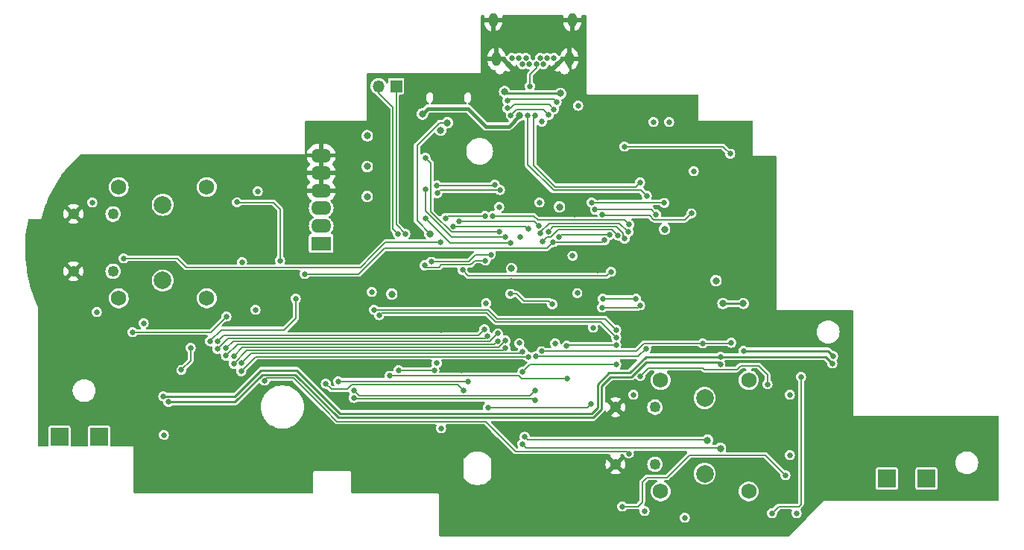
<source format=gbr>
G04 #@! TF.GenerationSoftware,KiCad,Pcbnew,7.0.2*
G04 #@! TF.CreationDate,2023-05-08T20:34:26-07:00*
G04 #@! TF.ProjectId,procon_gcc_main_pcb,70726f63-6f6e-45f6-9763-635f6d61696e,1*
G04 #@! TF.SameCoordinates,Original*
G04 #@! TF.FileFunction,Copper,L4,Bot*
G04 #@! TF.FilePolarity,Positive*
%FSLAX46Y46*%
G04 Gerber Fmt 4.6, Leading zero omitted, Abs format (unit mm)*
G04 Created by KiCad (PCBNEW 7.0.2) date 2023-05-08 20:34:26*
%MOMM*%
%LPD*%
G01*
G04 APERTURE LIST*
G04 #@! TA.AperFunction,ComponentPad*
%ADD10R,2.300000X1.600000*%
G04 #@! TD*
G04 #@! TA.AperFunction,ComponentPad*
%ADD11O,2.300000X1.600000*%
G04 #@! TD*
G04 #@! TA.AperFunction,ComponentPad*
%ADD12R,2.000000X2.000000*%
G04 #@! TD*
G04 #@! TA.AperFunction,WasherPad*
%ADD13C,2.000000*%
G04 #@! TD*
G04 #@! TA.AperFunction,ComponentPad*
%ADD14C,1.750000*%
G04 #@! TD*
G04 #@! TA.AperFunction,ComponentPad*
%ADD15C,1.250000*%
G04 #@! TD*
G04 #@! TA.AperFunction,ComponentPad*
%ADD16R,1.350000X1.350000*%
G04 #@! TD*
G04 #@! TA.AperFunction,ComponentPad*
%ADD17O,1.350000X1.350000*%
G04 #@! TD*
G04 #@! TA.AperFunction,ComponentPad*
%ADD18C,0.650000*%
G04 #@! TD*
G04 #@! TA.AperFunction,ComponentPad*
%ADD19O,1.000000X1.600000*%
G04 #@! TD*
G04 #@! TA.AperFunction,ViaPad*
%ADD20C,0.650000*%
G04 #@! TD*
G04 #@! TA.AperFunction,ViaPad*
%ADD21C,0.800000*%
G04 #@! TD*
G04 #@! TA.AperFunction,Conductor*
%ADD22C,0.250000*%
G04 #@! TD*
G04 #@! TA.AperFunction,Conductor*
%ADD23C,0.150000*%
G04 #@! TD*
G04 #@! TA.AperFunction,Conductor*
%ADD24C,0.400000*%
G04 #@! TD*
G04 #@! TA.AperFunction,Conductor*
%ADD25C,0.200000*%
G04 #@! TD*
G04 APERTURE END LIST*
D10*
X114400000Y-118200000D03*
D11*
X114400000Y-116200000D03*
X114400000Y-114200000D03*
X114400000Y-112200000D03*
X114400000Y-110200000D03*
X114400000Y-108200000D03*
D12*
X178675000Y-144906500D03*
X84675000Y-140125000D03*
D13*
X157970000Y-135750000D03*
D14*
X152970000Y-146375000D03*
X152970000Y-133725000D03*
X162970000Y-146375000D03*
X162970000Y-133725000D03*
D13*
X157970000Y-144350000D03*
D15*
X152320000Y-136800000D03*
X152320000Y-143300000D03*
X147820000Y-136800000D03*
X147820000Y-143300000D03*
D16*
X122920000Y-100330000D03*
D17*
X120920000Y-100330000D03*
D18*
X135660000Y-97825000D03*
X136060000Y-97125000D03*
X136860000Y-97125000D03*
X137260000Y-97825000D03*
X137660000Y-97125000D03*
X138060000Y-97825000D03*
X138860000Y-97825000D03*
X139260000Y-97125000D03*
X139660000Y-97825000D03*
X140060000Y-97125000D03*
X140860000Y-97125000D03*
X141260000Y-97825000D03*
D19*
X142950000Y-92835000D03*
X142590000Y-97225000D03*
X134330000Y-97225000D03*
X133970000Y-92835000D03*
D13*
X96410000Y-113810000D03*
D14*
X91410000Y-124435000D03*
X91410000Y-111785000D03*
X101410000Y-124435000D03*
X101410000Y-111785000D03*
D13*
X96410000Y-122410000D03*
D15*
X90760000Y-114860000D03*
X90760000Y-121360000D03*
X86260000Y-114860000D03*
X86260000Y-121360000D03*
D12*
X89175000Y-140125000D03*
X183175000Y-144906500D03*
D20*
X94234000Y-127254000D03*
X134620000Y-114046000D03*
X168402000Y-148844000D03*
X140970000Y-129540000D03*
X142970303Y-119602303D03*
X133139909Y-124982636D03*
X88900000Y-125984000D03*
X167640000Y-142240000D03*
X151130000Y-148590000D03*
X136906432Y-129527645D03*
X152146000Y-104394000D03*
D21*
X119634000Y-112870000D03*
D20*
X120142000Y-123698000D03*
X145288000Y-127762000D03*
D21*
X119634000Y-109456500D03*
D20*
X149860000Y-135382000D03*
X128016000Y-139192000D03*
D21*
X141478000Y-114046000D03*
D20*
X127522636Y-131782091D03*
D21*
X119634000Y-105967500D03*
X122428000Y-123952000D03*
D20*
X105410000Y-120304500D03*
X155702000Y-149352000D03*
X143500453Y-123854037D03*
X88392000Y-113538000D03*
X107188000Y-112268000D03*
X96520000Y-139954000D03*
X106934000Y-125730000D03*
X137028008Y-117460000D03*
X167640000Y-135382000D03*
X156718000Y-109982000D03*
X142748000Y-100838000D03*
X120904000Y-116586000D03*
X145804133Y-112938500D03*
X133096000Y-100076000D03*
X143221104Y-114944030D03*
X130302000Y-132588000D03*
X150114000Y-104140000D03*
X120142000Y-139446000D03*
X107442000Y-119888000D03*
X103632000Y-123952000D03*
X152908000Y-107950000D03*
X132295074Y-125071565D03*
X96251364Y-140759909D03*
X134620000Y-138938000D03*
X165608000Y-144780000D03*
D21*
X139700000Y-105918000D03*
D20*
X94996000Y-124714000D03*
X149098000Y-131826000D03*
X163068000Y-117348000D03*
X111760000Y-127508000D03*
X145825146Y-121260797D03*
X165100000Y-141478000D03*
X143510000Y-128270000D03*
X170942000Y-133350000D03*
X120142000Y-136652000D03*
X102870000Y-119380000D03*
X151892000Y-119380000D03*
X165354000Y-132334000D03*
X94488000Y-129032000D03*
X125476000Y-122682000D03*
X102616000Y-140462000D03*
X103632000Y-111252000D03*
X85943500Y-111294911D03*
D21*
X140462000Y-113538000D03*
D20*
X85943500Y-123952000D03*
X128016000Y-128014500D03*
X147320000Y-145542000D03*
X164592000Y-150368000D03*
X156718000Y-146558000D03*
X151788505Y-121225927D03*
X135988986Y-122489828D03*
X153924000Y-104394000D03*
X96486350Y-135568701D03*
X139192000Y-113538000D03*
X172466000Y-131826000D03*
D21*
X153416000Y-116586000D03*
X159258000Y-122428000D03*
D20*
X159766000Y-131064000D03*
X99568000Y-130048000D03*
X98532731Y-132568731D03*
X172548500Y-130980513D03*
X159750995Y-131913370D03*
X97059568Y-136218201D03*
D21*
X160046410Y-125022965D03*
D20*
X162376218Y-130414500D03*
D21*
X162368205Y-125022965D03*
D20*
X127254000Y-132588000D03*
X123190000Y-132588000D03*
X139150797Y-116160492D03*
X130099145Y-115671295D03*
D21*
X135250000Y-100950000D03*
X141600000Y-101150000D03*
D20*
X135889284Y-123917342D03*
X140655008Y-125103788D03*
D21*
X125910445Y-103485736D03*
X136951582Y-103667026D03*
D20*
X137939425Y-116575498D03*
X129419477Y-116270795D03*
X148844000Y-107188000D03*
X160871714Y-108012111D03*
X135560000Y-102010000D03*
X141150037Y-102109750D03*
D21*
X127988555Y-105343940D03*
D20*
X127552150Y-111614186D03*
X134112000Y-111506000D03*
X135580464Y-102859256D03*
X140859500Y-102955721D03*
X139490000Y-104340000D03*
X150169000Y-124460000D03*
X138725000Y-103700000D03*
X150622000Y-111252000D03*
X146370500Y-124460000D03*
X153388660Y-113593849D03*
X145127916Y-113538000D03*
X152443077Y-114896437D03*
X145521157Y-114366463D03*
X146355074Y-114943530D03*
X156457671Y-114790556D03*
X102638667Y-129310618D03*
X132954745Y-127933292D03*
X133288465Y-128714500D03*
X102597604Y-130199504D03*
X103612047Y-130088267D03*
X134468986Y-128424319D03*
X134455541Y-129285586D03*
X103587142Y-130960994D03*
X135349887Y-129239062D03*
X104475631Y-131002427D03*
X135343064Y-130093708D03*
X104464757Y-131861123D03*
X105359559Y-131816120D03*
X137299911Y-130464500D03*
X137922000Y-131064000D03*
X105322545Y-132700957D03*
X150622000Y-125222000D03*
X146304000Y-125476000D03*
X137875497Y-103700000D03*
X151384000Y-112776000D03*
X138110500Y-100325000D03*
X135952868Y-103627332D03*
X140240000Y-103600000D03*
X134712689Y-112106689D03*
X127585799Y-112489066D03*
X143600000Y-102550000D03*
X130460546Y-121226096D03*
X147320000Y-121412000D03*
X165106351Y-134191230D03*
X150657142Y-133261336D03*
X165608000Y-148844000D03*
X168910000Y-133350000D03*
X135890000Y-118110000D03*
X126238000Y-115316000D03*
X126238000Y-112014000D03*
X135289311Y-117485500D03*
X134671163Y-116886000D03*
X126238000Y-108458000D03*
X151308546Y-130152209D03*
X138773731Y-131031781D03*
X139438596Y-130432281D03*
X157734000Y-129540000D03*
X160988701Y-129462658D03*
X116332000Y-133858000D03*
X101789256Y-129298146D03*
X111506000Y-124460000D03*
X131064000Y-133858000D03*
X130556000Y-134874000D03*
X114931741Y-134126473D03*
X140747854Y-118036659D03*
X112522000Y-121666000D03*
X146602865Y-117818373D03*
X133337098Y-136816213D03*
X145034000Y-136398000D03*
X137515984Y-140168988D03*
D21*
X158289061Y-140543759D03*
D20*
X120396000Y-125730000D03*
X138684000Y-134874000D03*
X147919500Y-128016000D03*
X147198879Y-117213045D03*
X141404177Y-117497313D03*
X118110000Y-134882500D03*
X137247348Y-140974897D03*
D21*
X159766000Y-141478000D03*
D20*
X167132000Y-144526000D03*
X148590000Y-148082000D03*
X127987924Y-118081924D03*
X133008554Y-115071795D03*
X128524000Y-115316000D03*
X91948000Y-119888000D03*
X133858000Y-115062000D03*
X149384122Y-116050151D03*
X148873233Y-117647016D03*
X122174000Y-133233500D03*
X142305553Y-129811740D03*
X142311493Y-133531152D03*
X147919500Y-129744441D03*
X140205307Y-116837159D03*
X120996689Y-126330689D03*
X139525184Y-117975142D03*
X138671220Y-136025083D03*
X148109237Y-117275581D03*
X118110000Y-135732003D03*
X147919500Y-128865503D03*
X139325404Y-117003791D03*
X149293981Y-116894857D03*
X147919500Y-131948063D03*
X137283380Y-132782656D03*
X92964000Y-128270000D03*
X103632000Y-126492000D03*
X109728000Y-120142000D03*
X104838364Y-113530045D03*
X149352000Y-142063488D03*
X107976376Y-133771361D03*
D21*
X136030294Y-121057593D03*
X126766222Y-117099496D03*
X128751620Y-104486351D03*
D20*
X123102497Y-117094000D03*
X126167632Y-120689085D03*
X133072036Y-120142000D03*
X126910268Y-120276596D03*
X133671536Y-119468777D03*
X123952000Y-117094000D03*
D22*
X159547035Y-131709410D02*
X159750995Y-131913370D01*
X151290536Y-131709410D02*
X159547035Y-131709410D01*
X149643653Y-133356293D02*
X151290536Y-131709410D01*
X147296744Y-133356293D02*
X149643653Y-133356293D01*
X146273266Y-137004409D02*
X146273266Y-134379771D01*
X111457664Y-133095485D02*
X116353623Y-137991444D01*
X116353623Y-137991444D02*
X145286231Y-137991444D01*
X107733720Y-133095485D02*
X111457664Y-133095485D01*
X104611004Y-136218201D02*
X107733720Y-133095485D01*
X145286231Y-137991444D02*
X146273266Y-137004409D01*
X146273266Y-134379771D02*
X147296744Y-133356293D01*
X97059568Y-136218201D02*
X104611004Y-136218201D01*
D23*
X138117973Y-131948063D02*
X137283380Y-132782656D01*
X147919500Y-131948063D02*
X138117973Y-131948063D01*
X136588174Y-102992026D02*
X135952868Y-103627332D01*
X139632026Y-102992026D02*
X136588174Y-102992026D01*
X140240000Y-103600000D02*
X139632026Y-102992026D01*
D22*
X104624108Y-135568701D02*
X96486350Y-135568701D01*
X107589358Y-132603451D02*
X104624108Y-135568701D01*
X111602026Y-132603451D02*
X107589358Y-132603451D01*
X116523222Y-137524647D02*
X111602026Y-132603451D01*
X145116632Y-137524647D02*
X116523222Y-137524647D01*
X145823266Y-136818013D02*
X145116632Y-137524647D01*
X147110348Y-132906293D02*
X145823266Y-134193375D01*
X149444946Y-132906293D02*
X147110348Y-132906293D01*
X151287239Y-131064000D02*
X149444946Y-132906293D01*
X145823266Y-134193375D02*
X145823266Y-136818013D01*
X159766000Y-131064000D02*
X151287239Y-131064000D01*
X159766000Y-131064000D02*
X171704000Y-131064000D01*
X171704000Y-131064000D02*
X172466000Y-131826000D01*
D23*
X99568000Y-130048000D02*
X99568000Y-131533462D01*
X99568000Y-131533462D02*
X98532731Y-132568731D01*
D22*
X160046410Y-125022965D02*
X162368205Y-125022965D01*
X171982487Y-130414500D02*
X172548500Y-130980513D01*
X162376218Y-130414500D02*
X171982487Y-130414500D01*
D23*
X127254000Y-132588000D02*
X123190000Y-132588000D01*
X138661600Y-115671295D02*
X130099145Y-115671295D01*
X139150797Y-116160492D02*
X138661600Y-115671295D01*
D22*
X135450000Y-101150000D02*
X135250000Y-100950000D01*
X141600000Y-101150000D02*
X135450000Y-101150000D01*
D23*
X140265220Y-124714000D02*
X140655008Y-125103788D01*
X136617342Y-123917342D02*
X137414000Y-124714000D01*
X135889284Y-123917342D02*
X136617342Y-123917342D01*
X137414000Y-124714000D02*
X140265220Y-124714000D01*
D24*
X133096000Y-104902000D02*
X135716608Y-104902000D01*
X125910445Y-103485736D02*
X126526181Y-102870000D01*
X131064000Y-102870000D02*
X133096000Y-104902000D01*
X135716608Y-104902000D02*
X136951582Y-103667026D01*
X126526181Y-102870000D02*
X131064000Y-102870000D01*
D23*
X137939425Y-116575498D02*
X137634722Y-116270795D01*
X137634722Y-116270795D02*
X129419477Y-116270795D01*
X148844000Y-107188000D02*
X160047603Y-107188000D01*
X160047603Y-107188000D02*
X160871714Y-108012111D01*
X140840287Y-101800000D02*
X141150037Y-102109750D01*
X138560000Y-101800000D02*
X140840287Y-101800000D01*
X135770000Y-101800000D02*
X138560000Y-101800000D01*
X135560000Y-102010000D02*
X135770000Y-101800000D01*
X135580464Y-102859256D02*
X135880744Y-102859256D01*
X136360000Y-102380000D02*
X140283779Y-102380000D01*
X135880744Y-102859256D02*
X136360000Y-102380000D01*
X140283779Y-102380000D02*
X140859500Y-102955721D01*
X134003814Y-111614186D02*
X134112000Y-111506000D01*
X127552150Y-111614186D02*
X134003814Y-111614186D01*
D25*
X150169000Y-124460000D02*
X146370500Y-124460000D01*
X138525497Y-109315497D02*
X140970000Y-111760000D01*
X140970000Y-111760000D02*
X150114000Y-111760000D01*
X150114000Y-111760000D02*
X150622000Y-111252000D01*
X138725000Y-103700000D02*
X138525497Y-103899503D01*
X138525497Y-103899503D02*
X138525497Y-109315497D01*
D23*
X153332811Y-113538000D02*
X153388660Y-113593849D01*
X145127916Y-113538000D02*
X153332811Y-113538000D01*
X145543590Y-114344030D02*
X151890670Y-114344030D01*
X151890670Y-114344030D02*
X152443077Y-114896437D01*
X145521157Y-114366463D02*
X145543590Y-114344030D01*
X146428558Y-115017014D02*
X151715125Y-115017014D01*
X151715125Y-115017014D02*
X152194548Y-115496437D01*
X146355074Y-114943530D02*
X146428558Y-115017014D01*
X155751790Y-115496437D02*
X156457671Y-114790556D01*
X152194548Y-115496437D02*
X155751790Y-115496437D01*
X130940589Y-128614000D02*
X103335285Y-128614000D01*
X132954745Y-127933292D02*
X132274037Y-128614000D01*
X132274037Y-128614000D02*
X130940589Y-128614000D01*
X103335285Y-128614000D02*
X102638667Y-129310618D01*
X103833108Y-128964000D02*
X102597604Y-130199504D01*
X133288465Y-128714500D02*
X133038965Y-128964000D01*
X133038965Y-128964000D02*
X130670423Y-128964000D01*
X130670423Y-128964000D02*
X103833108Y-128964000D01*
X133579305Y-129314000D02*
X132072375Y-129314000D01*
X134468986Y-128424319D02*
X133579305Y-129314000D01*
X104386314Y-129314000D02*
X103612047Y-130088267D01*
X132072375Y-129314000D02*
X104386314Y-129314000D01*
X134077127Y-129664000D02*
X133113345Y-129664000D01*
X104884136Y-129664000D02*
X103587142Y-130960994D01*
X133113345Y-129664000D02*
X104884136Y-129664000D01*
X134455541Y-129285586D02*
X134077127Y-129664000D01*
X105464058Y-130014000D02*
X104475631Y-131002427D01*
X135349887Y-129239062D02*
X134574949Y-130014000D01*
X133577588Y-130014000D02*
X105464058Y-130014000D01*
X134574949Y-130014000D02*
X133577588Y-130014000D01*
X105961880Y-130364000D02*
X104464757Y-131861123D01*
X135343064Y-130093708D02*
X135072772Y-130364000D01*
X135072772Y-130364000D02*
X133406871Y-130364000D01*
X133406871Y-130364000D02*
X105961880Y-130364000D01*
X129430281Y-130714000D02*
X106461679Y-130714000D01*
X106461679Y-130714000D02*
X105359559Y-131816120D01*
X137299911Y-130464500D02*
X137050411Y-130714000D01*
X137050411Y-130714000D02*
X129430281Y-130714000D01*
X137922000Y-131064000D02*
X106959502Y-131064000D01*
X106959502Y-131064000D02*
X105322545Y-132700957D01*
X138860000Y-97825000D02*
X138860000Y-98284619D01*
X138110500Y-99034119D02*
X138110500Y-100325000D01*
D25*
X137875497Y-109231183D02*
X140804315Y-112160000D01*
X137875497Y-103700000D02*
X137875497Y-109231183D01*
D23*
X138860000Y-98284619D02*
X138110500Y-99034119D01*
D25*
X140804315Y-112160000D02*
X150768000Y-112160000D01*
X146304000Y-125476000D02*
X150368000Y-125476000D01*
X150768000Y-112160000D02*
X151384000Y-112776000D01*
X150368000Y-125476000D02*
X150622000Y-125222000D01*
D23*
X127968176Y-112106689D02*
X127585799Y-112489066D01*
X134712689Y-112106689D02*
X127968176Y-112106689D01*
X131124778Y-121890328D02*
X146841672Y-121890328D01*
X130460546Y-121226096D02*
X131124778Y-121890328D01*
X146841672Y-121890328D02*
X147320000Y-121412000D01*
X157734000Y-132334000D02*
X157913370Y-132513370D01*
X151584478Y-132334000D02*
X157734000Y-132334000D01*
X150657142Y-133261336D02*
X151584478Y-132334000D01*
X157913370Y-132513370D02*
X161618630Y-132513370D01*
X162052000Y-132080000D02*
X164084000Y-132080000D01*
X165106351Y-133102351D02*
X165106351Y-134191230D01*
X164084000Y-132080000D02*
X165106351Y-133102351D01*
X161618630Y-132513370D02*
X162052000Y-132080000D01*
X168910000Y-147828000D02*
X168656000Y-148082000D01*
X166370000Y-148082000D02*
X165608000Y-148844000D01*
X168656000Y-148082000D02*
X166370000Y-148082000D01*
X168910000Y-133350000D02*
X168910000Y-147828000D01*
X126238000Y-115316000D02*
X129032000Y-118110000D01*
X129032000Y-118110000D02*
X135890000Y-118110000D01*
X126238000Y-114467471D02*
X126238000Y-112014000D01*
X126789264Y-115018735D02*
X126238000Y-114467471D01*
X129256029Y-117485500D02*
X126789264Y-115018735D01*
X135289311Y-117485500D02*
X129256029Y-117485500D01*
X126238000Y-108458000D02*
X126863000Y-109083000D01*
X129186859Y-116886000D02*
X134671163Y-116886000D01*
X127308430Y-115007571D02*
X129186859Y-116886000D01*
X126863000Y-109083000D02*
X126863000Y-114562141D01*
X126863000Y-114562141D02*
X127308430Y-115007571D01*
X150428974Y-131031781D02*
X151308546Y-130152209D01*
X138773731Y-131031781D02*
X150428974Y-131031781D01*
X150179945Y-130432281D02*
X151072226Y-129540000D01*
X160911359Y-129540000D02*
X160988701Y-129462658D01*
X157734000Y-129540000D02*
X160911359Y-129540000D01*
X151130000Y-129540000D02*
X157734000Y-129540000D01*
X151072226Y-129540000D02*
X151130000Y-129540000D01*
X139438596Y-130432281D02*
X150179945Y-130432281D01*
D25*
X111506000Y-126724282D02*
X111506000Y-124460000D01*
X110215782Y-128014500D02*
X111506000Y-126724282D01*
X101789256Y-129276145D02*
X103050901Y-128014500D01*
X101789256Y-129298146D02*
X101789256Y-129276145D01*
X103050901Y-128014500D02*
X110215782Y-128014500D01*
X131064000Y-133858000D02*
X116332000Y-133858000D01*
X117334292Y-134763294D02*
X117565864Y-134531722D01*
X119172389Y-134258000D02*
X129940000Y-134258000D01*
X116277749Y-134763294D02*
X117334292Y-134763294D01*
X117839586Y-134258000D02*
X119172389Y-134258000D01*
X114931741Y-134126473D02*
X115568562Y-134763294D01*
X115568562Y-134763294D02*
X116277749Y-134763294D01*
X117565864Y-134531722D02*
X117839586Y-134258000D01*
X129940000Y-134258000D02*
X130556000Y-134874000D01*
D23*
X140808508Y-118097313D02*
X146323925Y-118097313D01*
X144615787Y-136816213D02*
X145034000Y-136398000D01*
X140074513Y-118710000D02*
X121574000Y-118710000D01*
X133337098Y-136816213D02*
X144615787Y-136816213D01*
X140747854Y-118036659D02*
X140074513Y-118710000D01*
X121574000Y-118710000D02*
X118618000Y-121666000D01*
X146323925Y-118097313D02*
X146602865Y-117818373D01*
X118618000Y-121666000D02*
X112522000Y-121666000D01*
X140747854Y-118036659D02*
X140808508Y-118097313D01*
D25*
X137851743Y-140504747D02*
X137515984Y-140168988D01*
X158250049Y-140504747D02*
X137851743Y-140504747D01*
X158289061Y-140543759D02*
X158250049Y-140504747D01*
D23*
X141688445Y-117213045D02*
X147198879Y-117213045D01*
X138084000Y-135474000D02*
X118701500Y-135474000D01*
X146649500Y-126746000D02*
X147919500Y-128016000D01*
X134366000Y-126746000D02*
X137922000Y-126746000D01*
X118701500Y-135474000D02*
X118110000Y-134882500D01*
X120396000Y-125730000D02*
X133350000Y-125730000D01*
X138684000Y-134874000D02*
X138084000Y-135474000D01*
X141404177Y-117497313D02*
X141688445Y-117213045D01*
X137922000Y-126746000D02*
X146649500Y-126746000D01*
X134112000Y-126492000D02*
X134366000Y-126746000D01*
X133350000Y-125730000D02*
X134112000Y-126492000D01*
D25*
X159726988Y-141438988D02*
X159766000Y-141478000D01*
X137711439Y-141438988D02*
X159726988Y-141438988D01*
X137247348Y-140974897D02*
X137711439Y-141438988D01*
D23*
X153670000Y-144780000D02*
X151384000Y-144780000D01*
X151384000Y-144780000D02*
X150876000Y-145288000D01*
X164846000Y-142240000D02*
X157988000Y-142240000D01*
X153924000Y-144526000D02*
X153670000Y-144780000D01*
X156210000Y-142240000D02*
X153924000Y-144526000D01*
X150368000Y-148082000D02*
X148590000Y-148082000D01*
X157988000Y-142240000D02*
X156210000Y-142240000D01*
X150876000Y-147574000D02*
X150368000Y-148082000D01*
X167132000Y-144526000D02*
X164846000Y-142240000D01*
X150876000Y-145288000D02*
X150876000Y-147574000D01*
X118885026Y-120904000D02*
X112522000Y-120904000D01*
X121707102Y-118081924D02*
X120275513Y-119513513D01*
X127987924Y-118081924D02*
X121707102Y-118081924D01*
X98044000Y-119888000D02*
X91948000Y-119888000D01*
X133008554Y-115071795D02*
X128768205Y-115071795D01*
X128768205Y-115071795D02*
X128524000Y-115316000D01*
X99060000Y-120904000D02*
X98552000Y-120396000D01*
X112522000Y-120904000D02*
X99060000Y-120904000D01*
X120275513Y-119513513D02*
X118885026Y-120904000D01*
X98552000Y-120396000D02*
X98044000Y-119888000D01*
X149384122Y-116050151D02*
X148877501Y-115543530D01*
X138547279Y-115062000D02*
X133858000Y-115062000D01*
X139028809Y-115543530D02*
X138547279Y-115062000D01*
X148877501Y-115543530D02*
X139028809Y-115543530D01*
X147919500Y-129744441D02*
X142372852Y-129744441D01*
X148709237Y-117483020D02*
X148873233Y-117647016D01*
X122174000Y-133233500D02*
X136885695Y-133233500D01*
X147945730Y-116263545D02*
X148709237Y-117027052D01*
X142372852Y-129744441D02*
X142305553Y-129811740D01*
X148709237Y-117027052D02*
X148709237Y-117483020D01*
X136885695Y-133233500D02*
X137183347Y-133531152D01*
X140778921Y-116263545D02*
X147945730Y-116263545D01*
X140205307Y-116837159D02*
X140778921Y-116263545D01*
X137183347Y-133531152D02*
X142311493Y-133531152D01*
X118201997Y-135824000D02*
X121158000Y-135824000D01*
X146149997Y-127096000D02*
X147919500Y-128865503D01*
X135382000Y-127096000D02*
X146149997Y-127096000D01*
X121247378Y-126080000D02*
X123698000Y-126080000D01*
X141323335Y-116613545D02*
X147447201Y-116613545D01*
X147447201Y-116613545D02*
X148109237Y-117275581D01*
X118110000Y-135732003D02*
X118201997Y-135824000D01*
X123698000Y-126080000D02*
X133205026Y-126080000D01*
X133205026Y-126080000D02*
X133737513Y-126612487D01*
X134221026Y-127096000D02*
X135382000Y-127096000D01*
X138470137Y-135824000D02*
X138671220Y-136025083D01*
X140500221Y-117436659D02*
X141323335Y-116613545D01*
X140063667Y-117436659D02*
X140500221Y-117436659D01*
X120996689Y-126330689D02*
X121247378Y-126080000D01*
X121158000Y-135824000D02*
X138470137Y-135824000D01*
X139525184Y-117975142D02*
X140063667Y-117436659D01*
X133737513Y-126612487D02*
X134221026Y-127096000D01*
X139325404Y-117003791D02*
X139325404Y-116868533D01*
X148312669Y-115913545D02*
X149293981Y-116894857D01*
X139325404Y-116868533D02*
X140280392Y-115913545D01*
X140280392Y-115913545D02*
X148312669Y-115913545D01*
X92964000Y-128270000D02*
X101854000Y-128270000D01*
X101854000Y-128270000D02*
X103632000Y-126492000D01*
X133096000Y-138430000D02*
X129794000Y-138430000D01*
X104846319Y-113538000D02*
X104838364Y-113530045D01*
X108603485Y-133495485D02*
X108252252Y-133495485D01*
X134620000Y-139954000D02*
X133096000Y-138430000D01*
X149102500Y-141813988D02*
X138176000Y-141813988D01*
X116226493Y-138430000D02*
X114755246Y-136958753D01*
X108966000Y-113538000D02*
X104846319Y-113538000D01*
X138176000Y-141813988D02*
X136479988Y-141813988D01*
X111291978Y-133495485D02*
X108603485Y-133495485D01*
X109728000Y-114300000D02*
X108966000Y-113538000D01*
X129794000Y-138430000D02*
X116226493Y-138430000D01*
X108252252Y-133495485D02*
X107976376Y-133771361D01*
X109728000Y-120142000D02*
X109728000Y-114300000D01*
X136479988Y-141813988D02*
X134620000Y-139954000D01*
X149352000Y-142063488D02*
X149102500Y-141813988D01*
X114755246Y-136958753D02*
X111291978Y-133495485D01*
D25*
X125288102Y-107054443D02*
X125288102Y-108065319D01*
X127856194Y-104486351D02*
X125288102Y-107054443D01*
X128751620Y-104486351D02*
X127856194Y-104486351D01*
X125288102Y-108065319D02*
X125288102Y-115621376D01*
X125288102Y-115621376D02*
X126766222Y-117099496D01*
D23*
X131826000Y-120142000D02*
X131572000Y-120396000D01*
X131341404Y-120626596D02*
X128039404Y-120626596D01*
X128039404Y-120626596D02*
X127762000Y-120904000D01*
X123102497Y-117094000D02*
X122570000Y-116561503D01*
X131572000Y-120396000D02*
X131341404Y-120626596D01*
X122570000Y-102758000D02*
X120920000Y-101108000D01*
X133072036Y-120142000D02*
X131826000Y-120142000D01*
X127762000Y-120904000D02*
X126382547Y-120904000D01*
X126382547Y-120904000D02*
X126167632Y-120689085D01*
X122570000Y-116561503D02*
X122570000Y-102758000D01*
X120920000Y-101108000D02*
X120920000Y-100330000D01*
X133671536Y-119468777D02*
X131959166Y-119468777D01*
X122920000Y-100330000D02*
X122920000Y-116062000D01*
X122920000Y-116062000D02*
X123952000Y-117094000D01*
X131959166Y-119468777D02*
X131151347Y-120276596D01*
X131151347Y-120276596D02*
X126910268Y-120276596D01*
G04 #@! TA.AperFunction,Conductor*
G36*
X137452252Y-131409185D02*
G01*
X137483588Y-131438013D01*
X137511546Y-131474448D01*
X137511547Y-131474449D01*
X137511549Y-131474451D01*
X137631767Y-131566698D01*
X137748279Y-131614959D01*
X137802682Y-131658800D01*
X137824747Y-131725094D01*
X137807468Y-131792793D01*
X137788507Y-131817201D01*
X137432782Y-132172926D01*
X137371459Y-132206411D01*
X137328917Y-132208184D01*
X137283381Y-132202189D01*
X137133144Y-132221968D01*
X136993148Y-132279957D01*
X136872929Y-132372205D01*
X136780681Y-132492424D01*
X136722692Y-132632420D01*
X136700783Y-132798841D01*
X136696215Y-132798239D01*
X136690197Y-132836845D01*
X136643819Y-132889103D01*
X136578021Y-132908000D01*
X127929947Y-132908000D01*
X127862908Y-132888315D01*
X127817153Y-132835511D01*
X127807209Y-132766353D01*
X127814469Y-132739888D01*
X127814686Y-132738237D01*
X127814687Y-132738236D01*
X127834466Y-132588000D01*
X127832553Y-132573473D01*
X127814687Y-132437764D01*
X127812182Y-132431717D01*
X127802577Y-132408530D01*
X127795109Y-132339062D01*
X127826384Y-132276582D01*
X127841653Y-132262702D01*
X127841916Y-132262500D01*
X127933087Y-132192542D01*
X128025334Y-132072324D01*
X128083323Y-131932327D01*
X128103102Y-131782091D01*
X128083323Y-131631855D01*
X128053953Y-131560952D01*
X128046485Y-131491484D01*
X128077760Y-131429004D01*
X128137849Y-131393352D01*
X128168515Y-131389500D01*
X137385213Y-131389500D01*
X137452252Y-131409185D01*
G37*
G04 #@! TD.AperFunction*
G04 #@! TA.AperFunction,Conductor*
G36*
X150230597Y-131376966D02*
G01*
X150276352Y-131429770D01*
X150286296Y-131498928D01*
X150257271Y-131562484D01*
X150251239Y-131568962D01*
X149325727Y-132494474D01*
X149264404Y-132527959D01*
X149238046Y-132530793D01*
X148449204Y-132530793D01*
X148382165Y-132511108D01*
X148336410Y-132458304D01*
X148326466Y-132389146D01*
X148350827Y-132331307D01*
X148422198Y-132238296D01*
X148480187Y-132098299D01*
X148499966Y-131948063D01*
X148480187Y-131797827D01*
X148422198Y-131657830D01*
X148376858Y-131598742D01*
X148344650Y-131556767D01*
X148319456Y-131491598D01*
X148333494Y-131423153D01*
X148382308Y-131373164D01*
X148443026Y-131357281D01*
X150163558Y-131357281D01*
X150230597Y-131376966D01*
G37*
G04 #@! TD.AperFunction*
G04 #@! TA.AperFunction,Conductor*
G36*
X114650000Y-111708316D02*
G01*
X114621181Y-111690791D01*
X114475596Y-111650000D01*
X114362378Y-111650000D01*
X114250217Y-111665416D01*
X114150000Y-111708946D01*
X114150000Y-110691683D01*
X114178819Y-110709209D01*
X114324404Y-110750000D01*
X114437622Y-110750000D01*
X114549783Y-110734584D01*
X114650000Y-110691053D01*
X114650000Y-111708316D01*
G37*
G04 #@! TD.AperFunction*
G04 #@! TA.AperFunction,Conductor*
G36*
X114650000Y-109708316D02*
G01*
X114621181Y-109690791D01*
X114475596Y-109650000D01*
X114362378Y-109650000D01*
X114250217Y-109665416D01*
X114150000Y-109708946D01*
X114150000Y-108691683D01*
X114178819Y-108709209D01*
X114324404Y-108750000D01*
X114437622Y-108750000D01*
X114549783Y-108734584D01*
X114650000Y-108691053D01*
X114650000Y-109708316D01*
G37*
G04 #@! TD.AperFunction*
G04 #@! TA.AperFunction,Conductor*
G36*
X132919583Y-92284543D02*
G01*
X132965338Y-92337347D01*
X132975282Y-92406505D01*
X132974005Y-92413820D01*
X132970000Y-92433307D01*
X132970000Y-92585000D01*
X133720000Y-92585000D01*
X133720000Y-93085000D01*
X132970000Y-93085000D01*
X132970000Y-93182570D01*
X132970317Y-93188835D01*
X132985419Y-93337339D01*
X133046303Y-93531389D01*
X133145003Y-93709214D01*
X133277479Y-93863531D01*
X133438307Y-93988021D01*
X133620902Y-94077587D01*
X133720000Y-94103244D01*
X133720000Y-93159624D01*
X133734505Y-93232545D01*
X133789760Y-93315240D01*
X133872455Y-93370495D01*
X133970000Y-93389898D01*
X134067545Y-93370495D01*
X134150240Y-93315240D01*
X134205495Y-93232545D01*
X134220000Y-93159624D01*
X134220000Y-94108366D01*
X134221947Y-94108068D01*
X134412663Y-94037436D01*
X134585263Y-93929854D01*
X134732669Y-93789733D01*
X134848855Y-93622805D01*
X134929059Y-93435907D01*
X134970000Y-93236688D01*
X134970000Y-93085000D01*
X134220000Y-93085000D01*
X134220000Y-92585000D01*
X134970000Y-92585000D01*
X134970000Y-92487429D01*
X134969682Y-92481164D01*
X134961571Y-92401403D01*
X134974372Y-92332716D01*
X135022276Y-92281854D01*
X135084935Y-92264858D01*
X141832544Y-92264858D01*
X141899583Y-92284543D01*
X141945338Y-92337347D01*
X141955282Y-92406505D01*
X141954005Y-92413820D01*
X141950000Y-92433307D01*
X141950000Y-92585000D01*
X142700000Y-92585000D01*
X142700000Y-93085000D01*
X141950000Y-93085000D01*
X141950000Y-93182570D01*
X141950317Y-93188835D01*
X141965419Y-93337339D01*
X142026303Y-93531389D01*
X142125003Y-93709214D01*
X142257479Y-93863531D01*
X142418307Y-93988021D01*
X142600902Y-94077587D01*
X142700000Y-94103244D01*
X142700000Y-93159624D01*
X142714505Y-93232545D01*
X142769760Y-93315240D01*
X142852455Y-93370495D01*
X142950000Y-93389898D01*
X143047545Y-93370495D01*
X143130240Y-93315240D01*
X143185495Y-93232545D01*
X143200000Y-93159624D01*
X143200000Y-94108366D01*
X143201947Y-94108068D01*
X143392663Y-94037436D01*
X143565263Y-93929854D01*
X143712669Y-93789733D01*
X143828855Y-93622805D01*
X143909059Y-93435907D01*
X143950000Y-93236688D01*
X143950000Y-93085000D01*
X143200000Y-93085000D01*
X143200000Y-92585000D01*
X143950000Y-92585000D01*
X143950000Y-92487429D01*
X143949682Y-92481164D01*
X143941571Y-92401403D01*
X143954372Y-92332716D01*
X144002276Y-92281854D01*
X144064935Y-92264858D01*
X144431725Y-92264858D01*
X144498764Y-92284543D01*
X144544519Y-92337347D01*
X144555725Y-92388858D01*
X144555725Y-101078220D01*
X144551500Y-101110311D01*
X144550416Y-101114356D01*
X144550416Y-101114357D01*
X144550416Y-101114358D01*
X144555725Y-101134171D01*
X144555725Y-101134172D01*
X144571290Y-101192262D01*
X144628320Y-101249293D01*
X144706225Y-101270167D01*
X144710271Y-101269082D01*
X144742363Y-101264858D01*
X157131725Y-101264858D01*
X157198764Y-101284543D01*
X157244519Y-101337347D01*
X157255725Y-101388858D01*
X157255725Y-104078220D01*
X157251500Y-104110311D01*
X157250416Y-104114356D01*
X157250416Y-104114357D01*
X157250416Y-104114358D01*
X157255725Y-104134171D01*
X157255725Y-104134172D01*
X157261421Y-104155432D01*
X157270620Y-104189764D01*
X157271290Y-104192262D01*
X157328320Y-104249293D01*
X157406225Y-104270167D01*
X157410271Y-104269082D01*
X157442363Y-104264858D01*
X163331725Y-104264858D01*
X163398764Y-104284543D01*
X163444519Y-104337347D01*
X163455725Y-104388858D01*
X163455725Y-108078220D01*
X163451500Y-108110311D01*
X163450416Y-108114356D01*
X163450416Y-108114357D01*
X163450416Y-108114358D01*
X163455725Y-108134171D01*
X163455725Y-108134172D01*
X163471290Y-108192262D01*
X163528320Y-108249293D01*
X163606225Y-108270167D01*
X163610271Y-108269082D01*
X163642363Y-108264858D01*
X166031725Y-108264858D01*
X166098764Y-108284543D01*
X166144519Y-108337347D01*
X166155725Y-108388858D01*
X166155725Y-125578220D01*
X166151500Y-125610311D01*
X166150416Y-125614356D01*
X166150416Y-125614357D01*
X166155725Y-125634171D01*
X166163844Y-125664475D01*
X166171290Y-125692262D01*
X166228320Y-125749293D01*
X166306225Y-125770167D01*
X166310271Y-125769082D01*
X166342363Y-125764858D01*
X174731725Y-125764858D01*
X174798764Y-125784543D01*
X174844519Y-125837347D01*
X174855725Y-125888858D01*
X174855725Y-137578219D01*
X174851500Y-137610310D01*
X174850416Y-137614355D01*
X174850416Y-137614356D01*
X174855725Y-137634170D01*
X174868647Y-137682399D01*
X174871290Y-137692261D01*
X174928320Y-137749292D01*
X175006225Y-137770166D01*
X175010271Y-137769081D01*
X175042363Y-137764857D01*
X191281725Y-137764857D01*
X191348764Y-137784542D01*
X191394519Y-137837346D01*
X191405725Y-137888857D01*
X191405725Y-147339857D01*
X191386040Y-147406896D01*
X191333236Y-147452651D01*
X191281725Y-147463857D01*
X171612134Y-147463857D01*
X171606915Y-147463203D01*
X171555307Y-147463857D01*
X171523216Y-147463857D01*
X171519971Y-147464304D01*
X171513996Y-147464379D01*
X171513993Y-147464380D01*
X171511910Y-147465619D01*
X171480663Y-147478794D01*
X171478324Y-147479420D01*
X171478320Y-147479423D01*
X171474089Y-147483654D01*
X171471506Y-147485663D01*
X171462299Y-147495105D01*
X171462299Y-147495106D01*
X171449137Y-147508605D01*
X171436430Y-147521312D01*
X171412639Y-147545102D01*
X171409460Y-147549298D01*
X167629267Y-151426421D01*
X167568373Y-151460680D01*
X167540483Y-151463857D01*
X127930726Y-151463857D01*
X127863687Y-151444172D01*
X127817932Y-151391368D01*
X127806726Y-151339857D01*
X127806726Y-149352000D01*
X155121533Y-149352000D01*
X155141312Y-149502235D01*
X155199301Y-149642231D01*
X155199302Y-149642233D01*
X155291549Y-149762451D01*
X155411767Y-149854698D01*
X155551763Y-149912686D01*
X155551764Y-149912687D01*
X155701999Y-149932466D01*
X155701999Y-149932465D01*
X155702000Y-149932466D01*
X155852236Y-149912687D01*
X155992233Y-149854698D01*
X156112451Y-149762451D01*
X156204698Y-149642233D01*
X156262687Y-149502236D01*
X156282466Y-149352000D01*
X156262687Y-149201764D01*
X156204698Y-149061767D01*
X156112451Y-148941549D01*
X155992233Y-148849302D01*
X155979433Y-148844000D01*
X165027533Y-148844000D01*
X165047312Y-148994235D01*
X165105301Y-149134231D01*
X165105302Y-149134233D01*
X165197549Y-149254451D01*
X165317767Y-149346698D01*
X165457764Y-149404687D01*
X165607999Y-149424466D01*
X165607999Y-149424465D01*
X165608000Y-149424466D01*
X165758236Y-149404687D01*
X165898233Y-149346698D01*
X166018451Y-149254451D01*
X166110698Y-149134233D01*
X166168687Y-148994236D01*
X166188466Y-148844000D01*
X166182470Y-148798460D01*
X166193235Y-148729429D01*
X166217722Y-148694602D01*
X166468508Y-148443816D01*
X166529830Y-148410334D01*
X166556188Y-148407500D01*
X167774308Y-148407500D01*
X167841347Y-148427185D01*
X167887102Y-148479989D01*
X167897046Y-148549147D01*
X167888869Y-148578952D01*
X167841313Y-148693762D01*
X167821533Y-148844000D01*
X167841312Y-148994235D01*
X167899301Y-149134231D01*
X167899302Y-149134233D01*
X167991549Y-149254451D01*
X168111767Y-149346698D01*
X168251764Y-149404687D01*
X168402000Y-149424466D01*
X168552236Y-149404687D01*
X168692233Y-149346698D01*
X168812451Y-149254451D01*
X168904698Y-149134233D01*
X168962687Y-148994236D01*
X168982466Y-148844000D01*
X168962687Y-148693764D01*
X168904698Y-148553767D01*
X168860364Y-148495990D01*
X168835171Y-148430823D01*
X168849209Y-148362378D01*
X168863750Y-148340802D01*
X168892737Y-148306255D01*
X168900036Y-148298288D01*
X169126298Y-148072026D01*
X169134240Y-148064748D01*
X169163194Y-148040455D01*
X169182078Y-148007744D01*
X169187889Y-147998624D01*
X169195535Y-147987705D01*
X169209554Y-147967684D01*
X169209554Y-147967682D01*
X169210173Y-147966799D01*
X169220398Y-147942112D01*
X169220585Y-147941049D01*
X169220588Y-147941045D01*
X169227150Y-147903822D01*
X169229479Y-147893316D01*
X169239263Y-147856807D01*
X169235969Y-147819164D01*
X169235499Y-147808402D01*
X169235499Y-145931174D01*
X177424500Y-145931174D01*
X177439033Y-146004238D01*
X177439033Y-146004239D01*
X177439034Y-146004240D01*
X177494399Y-146087101D01*
X177577260Y-146142466D01*
X177613792Y-146149732D01*
X177650325Y-146157000D01*
X177650326Y-146157000D01*
X179699675Y-146157000D01*
X179724029Y-146152155D01*
X179772740Y-146142466D01*
X179855601Y-146087101D01*
X179910966Y-146004240D01*
X179925500Y-145931174D01*
X181924500Y-145931174D01*
X181939033Y-146004238D01*
X181939033Y-146004239D01*
X181939034Y-146004240D01*
X181994399Y-146087101D01*
X182077260Y-146142466D01*
X182113792Y-146149732D01*
X182150325Y-146157000D01*
X182150326Y-146157000D01*
X184199675Y-146157000D01*
X184224029Y-146152155D01*
X184272740Y-146142466D01*
X184355601Y-146087101D01*
X184410966Y-146004240D01*
X184425500Y-145931174D01*
X184425500Y-143881826D01*
X184410966Y-143808760D01*
X184355601Y-143725899D01*
X184272740Y-143670534D01*
X184272739Y-143670533D01*
X184272738Y-143670533D01*
X184199675Y-143656000D01*
X184199674Y-143656000D01*
X182150326Y-143656000D01*
X182150325Y-143656000D01*
X182077261Y-143670533D01*
X181994399Y-143725899D01*
X181939033Y-143808761D01*
X181924500Y-143881825D01*
X181924500Y-145931174D01*
X179925500Y-145931174D01*
X179925500Y-143881826D01*
X179910966Y-143808760D01*
X179855601Y-143725899D01*
X179772740Y-143670534D01*
X179772739Y-143670533D01*
X179772738Y-143670533D01*
X179699675Y-143656000D01*
X179699674Y-143656000D01*
X177650326Y-143656000D01*
X177650325Y-143656000D01*
X177577261Y-143670533D01*
X177494399Y-143725899D01*
X177439033Y-143808761D01*
X177424500Y-143881825D01*
X177424500Y-145931174D01*
X169235499Y-145931174D01*
X169235499Y-143114356D01*
X186444531Y-143114356D01*
X186464364Y-143341046D01*
X186523261Y-143560854D01*
X186619432Y-143767092D01*
X186749953Y-143953497D01*
X186910859Y-144114403D01*
X187097264Y-144244924D01*
X187097265Y-144244924D01*
X187097266Y-144244925D01*
X187303504Y-144341096D01*
X187523308Y-144399992D01*
X187750000Y-144419825D01*
X187976692Y-144399992D01*
X188196496Y-144341096D01*
X188402734Y-144244925D01*
X188589139Y-144114404D01*
X188750047Y-143953496D01*
X188880568Y-143767091D01*
X188976739Y-143560853D01*
X189035635Y-143341049D01*
X189055468Y-143114357D01*
X189053546Y-143092394D01*
X189046886Y-143016260D01*
X189035635Y-142887665D01*
X188976739Y-142667861D01*
X188880568Y-142461623D01*
X188854575Y-142424500D01*
X188750046Y-142275216D01*
X188589140Y-142114310D01*
X188402735Y-141983789D01*
X188196497Y-141887618D01*
X187976689Y-141828721D01*
X187750000Y-141808888D01*
X187523310Y-141828721D01*
X187303502Y-141887618D01*
X187097264Y-141983789D01*
X186910859Y-142114310D01*
X186749953Y-142275216D01*
X186619432Y-142461621D01*
X186523261Y-142667859D01*
X186464364Y-142887667D01*
X186444531Y-143114356D01*
X169235499Y-143114356D01*
X169235499Y-133886785D01*
X169255184Y-133819747D01*
X169284011Y-133788411D01*
X169320451Y-133760451D01*
X169412698Y-133640233D01*
X169470687Y-133500236D01*
X169490466Y-133350000D01*
X169486079Y-133316681D01*
X169470687Y-133199764D01*
X169441774Y-133129962D01*
X169412698Y-133059767D01*
X169320451Y-132939549D01*
X169200233Y-132847302D01*
X169188964Y-132842634D01*
X169060235Y-132789312D01*
X168910000Y-132769533D01*
X168759764Y-132789312D01*
X168619768Y-132847301D01*
X168499549Y-132939549D01*
X168407301Y-133059768D01*
X168349312Y-133199764D01*
X168329533Y-133349999D01*
X168349312Y-133500235D01*
X168400484Y-133623774D01*
X168407302Y-133640233D01*
X168493692Y-133752818D01*
X168499550Y-133760452D01*
X168535986Y-133788410D01*
X168577189Y-133844837D01*
X168584500Y-133886786D01*
X168584500Y-147632500D01*
X168564815Y-147699539D01*
X168512011Y-147745294D01*
X168460500Y-147756500D01*
X166389628Y-147756500D01*
X166378820Y-147756028D01*
X166341192Y-147752735D01*
X166304704Y-147762512D01*
X166294148Y-147764852D01*
X166255899Y-147771597D01*
X166231193Y-147781831D01*
X166199380Y-147804106D01*
X166190264Y-147809914D01*
X166157545Y-147828805D01*
X166133262Y-147857744D01*
X166125956Y-147865716D01*
X165757402Y-148234270D01*
X165696079Y-148267755D01*
X165653537Y-148269528D01*
X165608001Y-148263533D01*
X165457764Y-148283312D01*
X165317768Y-148341301D01*
X165197549Y-148433549D01*
X165105301Y-148553768D01*
X165047312Y-148693764D01*
X165027533Y-148844000D01*
X155979433Y-148844000D01*
X155852235Y-148791312D01*
X155701999Y-148771533D01*
X155551764Y-148791312D01*
X155411768Y-148849301D01*
X155291549Y-148941549D01*
X155199301Y-149061768D01*
X155141312Y-149201764D01*
X155121533Y-149352000D01*
X127806726Y-149352000D01*
X127806726Y-146750495D01*
X127810951Y-146718402D01*
X127812035Y-146714356D01*
X127791161Y-146636453D01*
X127791160Y-146636452D01*
X127734131Y-146579422D01*
X127734129Y-146579421D01*
X127656227Y-146558548D01*
X127656226Y-146558548D01*
X127652179Y-146559632D01*
X127620088Y-146563857D01*
X117930726Y-146563857D01*
X117863687Y-146544172D01*
X117817932Y-146491368D01*
X117806726Y-146439857D01*
X117806726Y-144795135D01*
X130601868Y-144795135D01*
X130603385Y-144802829D01*
X130604654Y-144815818D01*
X130608475Y-144830080D01*
X130610354Y-144838170D01*
X130616582Y-144869748D01*
X130621289Y-144877901D01*
X130621290Y-144877902D01*
X130621291Y-144877904D01*
X130635955Y-144892568D01*
X130647514Y-144905904D01*
X130711406Y-144991202D01*
X130888007Y-145171165D01*
X130891236Y-145173683D01*
X130891238Y-145173685D01*
X131049124Y-145296817D01*
X131086831Y-145326224D01*
X131304394Y-145453664D01*
X131536883Y-145551250D01*
X131780226Y-145617274D01*
X132030156Y-145650577D01*
X132034258Y-145650577D01*
X132278194Y-145650577D01*
X132282296Y-145650577D01*
X132532226Y-145617274D01*
X132775569Y-145551250D01*
X133008058Y-145453664D01*
X133225621Y-145326224D01*
X133424445Y-145171165D01*
X133601046Y-144991202D01*
X133664936Y-144905906D01*
X133676495Y-144892568D01*
X133691161Y-144877904D01*
X133691161Y-144877900D01*
X133695868Y-144869749D01*
X133697233Y-144862821D01*
X133697236Y-144862819D01*
X133702106Y-144838117D01*
X133703970Y-144830097D01*
X133706726Y-144819814D01*
X133706726Y-144819807D01*
X133707800Y-144815799D01*
X133709069Y-144802814D01*
X133710583Y-144795136D01*
X133706726Y-144764937D01*
X133706726Y-142735063D01*
X133710583Y-142704864D01*
X133709069Y-142697184D01*
X133707800Y-142684196D01*
X133703980Y-142669939D01*
X133702097Y-142661833D01*
X133697236Y-142637181D01*
X133697234Y-142637179D01*
X133695869Y-142630254D01*
X133691162Y-142622100D01*
X133691161Y-142622096D01*
X133676498Y-142607433D01*
X133664936Y-142594094D01*
X133603520Y-142512101D01*
X133603517Y-142512097D01*
X133601046Y-142508798D01*
X133424445Y-142328835D01*
X133421216Y-142326317D01*
X133421213Y-142326314D01*
X133228859Y-142176301D01*
X133228856Y-142176299D01*
X133225621Y-142173776D01*
X133222077Y-142171700D01*
X133222074Y-142171698D01*
X133011602Y-142048412D01*
X133008058Y-142046336D01*
X132775569Y-141948750D01*
X132771600Y-141947673D01*
X132536193Y-141883802D01*
X132536188Y-141883801D01*
X132532226Y-141882726D01*
X132528165Y-141882184D01*
X132528156Y-141882183D01*
X132286359Y-141849964D01*
X132286353Y-141849963D01*
X132282296Y-141849423D01*
X132030156Y-141849423D01*
X132026099Y-141849963D01*
X132026092Y-141849964D01*
X131784295Y-141882183D01*
X131784283Y-141882185D01*
X131780226Y-141882726D01*
X131776266Y-141883800D01*
X131776258Y-141883802D01*
X131540851Y-141947673D01*
X131540845Y-141947674D01*
X131536883Y-141948750D01*
X131533095Y-141950339D01*
X131533092Y-141950341D01*
X131308181Y-142044746D01*
X131308175Y-142044748D01*
X131304394Y-142046336D01*
X131300855Y-142048408D01*
X131300849Y-142048412D01*
X131090377Y-142171698D01*
X131090367Y-142171704D01*
X131086831Y-142173776D01*
X131083602Y-142176294D01*
X131083592Y-142176301D01*
X130891238Y-142326314D01*
X130891227Y-142326323D01*
X130888007Y-142328835D01*
X130885141Y-142331755D01*
X130885136Y-142331760D01*
X130714298Y-142505850D01*
X130714291Y-142505857D01*
X130711406Y-142508798D01*
X130708935Y-142512097D01*
X130647513Y-142594096D01*
X130635953Y-142607433D01*
X130621291Y-142622095D01*
X130616582Y-142630252D01*
X130610352Y-142661840D01*
X130608474Y-142669927D01*
X130604654Y-142684185D01*
X130603386Y-142697169D01*
X130601868Y-142704866D01*
X130605726Y-142735063D01*
X130605726Y-144764937D01*
X130601868Y-144795135D01*
X117806726Y-144795135D01*
X117806726Y-144250495D01*
X117810951Y-144218402D01*
X117812035Y-144214356D01*
X117791161Y-144136453D01*
X117786731Y-144132023D01*
X117768565Y-144113857D01*
X117734131Y-144079422D01*
X117734128Y-144079421D01*
X117656227Y-144058548D01*
X117656226Y-144058548D01*
X117652179Y-144059632D01*
X117620088Y-144063857D01*
X113692364Y-144063857D01*
X113660272Y-144059632D01*
X113656226Y-144058548D01*
X113656225Y-144058548D01*
X113636411Y-144063857D01*
X113578323Y-144079421D01*
X113521290Y-144136453D01*
X113500417Y-144214355D01*
X113500417Y-144214356D01*
X113500417Y-144214357D01*
X113501501Y-144218402D01*
X113505725Y-144250491D01*
X113505725Y-145386507D01*
X113505726Y-146439857D01*
X113486041Y-146506896D01*
X113433238Y-146552651D01*
X113381726Y-146563857D01*
X93230726Y-146563857D01*
X93163687Y-146544172D01*
X93117932Y-146491368D01*
X93106726Y-146439857D01*
X93106726Y-141450495D01*
X93110951Y-141418402D01*
X93112035Y-141414356D01*
X93094082Y-141347356D01*
X93091161Y-141336453D01*
X93091160Y-141336452D01*
X93091161Y-141336452D01*
X93064526Y-141309818D01*
X93034132Y-141279423D01*
X93034131Y-141279422D01*
X93034128Y-141279421D01*
X92956227Y-141258548D01*
X92956226Y-141258548D01*
X92952179Y-141259632D01*
X92920088Y-141263857D01*
X90549500Y-141263857D01*
X90482461Y-141244172D01*
X90436706Y-141191368D01*
X90425500Y-141139857D01*
X90425500Y-139954000D01*
X95939533Y-139954000D01*
X95959312Y-140104235D01*
X96004357Y-140212981D01*
X96017302Y-140244233D01*
X96109549Y-140364451D01*
X96229767Y-140456698D01*
X96369764Y-140514687D01*
X96520000Y-140534466D01*
X96670236Y-140514687D01*
X96810233Y-140456698D01*
X96930451Y-140364451D01*
X97022698Y-140244233D01*
X97080687Y-140104236D01*
X97100466Y-139954000D01*
X97080687Y-139803764D01*
X97022698Y-139663767D01*
X96930451Y-139543549D01*
X96810233Y-139451302D01*
X96810231Y-139451301D01*
X96670235Y-139393312D01*
X96520000Y-139373533D01*
X96369764Y-139393312D01*
X96229768Y-139451301D01*
X96109549Y-139543549D01*
X96017301Y-139663768D01*
X95959312Y-139803764D01*
X95939533Y-139954000D01*
X90425500Y-139954000D01*
X90425500Y-139100325D01*
X90410966Y-139027261D01*
X90410966Y-139027260D01*
X90355601Y-138944399D01*
X90272740Y-138889034D01*
X90272739Y-138889033D01*
X90272738Y-138889033D01*
X90199675Y-138874500D01*
X90199674Y-138874500D01*
X88150326Y-138874500D01*
X88150325Y-138874500D01*
X88077261Y-138889033D01*
X87994399Y-138944399D01*
X87939033Y-139027261D01*
X87924500Y-139100325D01*
X87924500Y-141139857D01*
X87904815Y-141206896D01*
X87852011Y-141252651D01*
X87800500Y-141263857D01*
X86049500Y-141263857D01*
X85982461Y-141244172D01*
X85936706Y-141191368D01*
X85925500Y-141139857D01*
X85925500Y-139100325D01*
X85910966Y-139027261D01*
X85910966Y-139027260D01*
X85855601Y-138944399D01*
X85772740Y-138889034D01*
X85772739Y-138889033D01*
X85772738Y-138889033D01*
X85699675Y-138874500D01*
X85699674Y-138874500D01*
X83650326Y-138874500D01*
X83650325Y-138874500D01*
X83577261Y-138889033D01*
X83494399Y-138944399D01*
X83439033Y-139027261D01*
X83424500Y-139100325D01*
X83424500Y-141139857D01*
X83404815Y-141206896D01*
X83352011Y-141252651D01*
X83300500Y-141263857D01*
X82330726Y-141263857D01*
X82263687Y-141244172D01*
X82217932Y-141191368D01*
X82206726Y-141139857D01*
X82206726Y-134914357D01*
X86169531Y-134914357D01*
X86189364Y-135141047D01*
X86248261Y-135360855D01*
X86344432Y-135567093D01*
X86474953Y-135753498D01*
X86635859Y-135914404D01*
X86822264Y-136044925D01*
X86822265Y-136044925D01*
X86822266Y-136044926D01*
X87028504Y-136141097D01*
X87248308Y-136199993D01*
X87399435Y-136213215D01*
X87474999Y-136219826D01*
X87474999Y-136219825D01*
X87475000Y-136219826D01*
X87701692Y-136199993D01*
X87921496Y-136141097D01*
X88127734Y-136044926D01*
X88314139Y-135914405D01*
X88475047Y-135753497D01*
X88605568Y-135567092D01*
X88701739Y-135360854D01*
X88760635Y-135141050D01*
X88780468Y-134914358D01*
X88760635Y-134687666D01*
X88701739Y-134467862D01*
X88605568Y-134261624D01*
X88592195Y-134242524D01*
X88475046Y-134075217D01*
X88314140Y-133914311D01*
X88127735Y-133783790D01*
X87921497Y-133687619D01*
X87701689Y-133628722D01*
X87474999Y-133608889D01*
X87248310Y-133628722D01*
X87028502Y-133687619D01*
X86822264Y-133783790D01*
X86635859Y-133914311D01*
X86474953Y-134075217D01*
X86344432Y-134261622D01*
X86248261Y-134467860D01*
X86189364Y-134687668D01*
X86169531Y-134914357D01*
X82206726Y-134914357D01*
X82206726Y-132568731D01*
X97952264Y-132568731D01*
X97972043Y-132718966D01*
X98020318Y-132835511D01*
X98030033Y-132858964D01*
X98122280Y-132979182D01*
X98242498Y-133071429D01*
X98361455Y-133120703D01*
X98382495Y-133129418D01*
X98532730Y-133149197D01*
X98532730Y-133149196D01*
X98532731Y-133149197D01*
X98682967Y-133129418D01*
X98822964Y-133071429D01*
X98943182Y-132979182D01*
X99035429Y-132858964D01*
X99093418Y-132718967D01*
X99113197Y-132568731D01*
X99107201Y-132523191D01*
X99117966Y-132454160D01*
X99142456Y-132419330D01*
X99784296Y-131777491D01*
X99792250Y-131770202D01*
X99821194Y-131745917D01*
X99840102Y-131713165D01*
X99845878Y-131704100D01*
X99867553Y-131673146D01*
X99867553Y-131673143D01*
X99868171Y-131672262D01*
X99878400Y-131647567D01*
X99878586Y-131646509D01*
X99878588Y-131646507D01*
X99885150Y-131609286D01*
X99887480Y-131598774D01*
X99897263Y-131562269D01*
X99894944Y-131535766D01*
X99893972Y-131524649D01*
X99893500Y-131513842D01*
X99893500Y-130584786D01*
X99913185Y-130517747D01*
X99942014Y-130486410D01*
X99953215Y-130477815D01*
X99978451Y-130458451D01*
X100070698Y-130338233D01*
X100128687Y-130198236D01*
X100148466Y-130048000D01*
X100128687Y-129897764D01*
X100070698Y-129757767D01*
X99978451Y-129637549D01*
X99858233Y-129545302D01*
X99845433Y-129540000D01*
X99718235Y-129487312D01*
X99568000Y-129467533D01*
X99417764Y-129487312D01*
X99277768Y-129545301D01*
X99157549Y-129637549D01*
X99065301Y-129757768D01*
X99007312Y-129897764D01*
X98987533Y-130048000D01*
X99007312Y-130198235D01*
X99056097Y-130316011D01*
X99065302Y-130338233D01*
X99153184Y-130452762D01*
X99157550Y-130458452D01*
X99193986Y-130486410D01*
X99235189Y-130542837D01*
X99242500Y-130584786D01*
X99242500Y-131347273D01*
X99222815Y-131414312D01*
X99206181Y-131434954D01*
X98682133Y-131959001D01*
X98620810Y-131992486D01*
X98578268Y-131994259D01*
X98532732Y-131988264D01*
X98382495Y-132008043D01*
X98242499Y-132066032D01*
X98122280Y-132158280D01*
X98030032Y-132278499D01*
X97972043Y-132418495D01*
X97952264Y-132568731D01*
X82206726Y-132568731D01*
X82206726Y-128270000D01*
X92383533Y-128270000D01*
X92403312Y-128420235D01*
X92461301Y-128560231D01*
X92461302Y-128560233D01*
X92553549Y-128680451D01*
X92673767Y-128772698D01*
X92782836Y-128817876D01*
X92813764Y-128830687D01*
X92963999Y-128850466D01*
X92963999Y-128850465D01*
X92964000Y-128850466D01*
X93114236Y-128830687D01*
X93254233Y-128772698D01*
X93374451Y-128680451D01*
X93391222Y-128658595D01*
X93402412Y-128644013D01*
X93458840Y-128602811D01*
X93500787Y-128595500D01*
X101394308Y-128595500D01*
X101461347Y-128615185D01*
X101507102Y-128667989D01*
X101517046Y-128737147D01*
X101488021Y-128800703D01*
X101469797Y-128817873D01*
X101385978Y-128882191D01*
X101378805Y-128887695D01*
X101286557Y-129007914D01*
X101228568Y-129147910D01*
X101208789Y-129298145D01*
X101228568Y-129448381D01*
X101275128Y-129560785D01*
X101286558Y-129588379D01*
X101378805Y-129708597D01*
X101499023Y-129800844D01*
X101622075Y-129851814D01*
X101639020Y-129858833D01*
X101789255Y-129878612D01*
X101789255Y-129878611D01*
X101789256Y-129878612D01*
X101913032Y-129862316D01*
X101982064Y-129873081D01*
X102034320Y-129919461D01*
X102053206Y-129986730D01*
X102043777Y-130032706D01*
X102036917Y-130049268D01*
X102017137Y-130199504D01*
X102036916Y-130349739D01*
X102093528Y-130486410D01*
X102094906Y-130489737D01*
X102187153Y-130609955D01*
X102307371Y-130702202D01*
X102447367Y-130760191D01*
X102447368Y-130760191D01*
X102597603Y-130779970D01*
X102597603Y-130779969D01*
X102597604Y-130779970D01*
X102747840Y-130760191D01*
X102851141Y-130717401D01*
X102920609Y-130709933D01*
X102983088Y-130741208D01*
X103018741Y-130801297D01*
X103021532Y-130848148D01*
X103006675Y-130960993D01*
X103026454Y-131111229D01*
X103034540Y-131130749D01*
X103084444Y-131251227D01*
X103176691Y-131371445D01*
X103296909Y-131463692D01*
X103417981Y-131513842D01*
X103436906Y-131521681D01*
X103587141Y-131541460D01*
X103587141Y-131541459D01*
X103587142Y-131541460D01*
X103737378Y-131521681D01*
X103756621Y-131513709D01*
X103826090Y-131506241D01*
X103888570Y-131537516D01*
X103924222Y-131597605D01*
X103921729Y-131667430D01*
X103918635Y-131675723D01*
X103904070Y-131710885D01*
X103884290Y-131861122D01*
X103904069Y-132011358D01*
X103947510Y-132116233D01*
X103962059Y-132151356D01*
X104054306Y-132271574D01*
X104174524Y-132363821D01*
X104312450Y-132420952D01*
X104314521Y-132421810D01*
X104464756Y-132441589D01*
X104464756Y-132441588D01*
X104464757Y-132441589D01*
X104614993Y-132421810D01*
X104614997Y-132421808D01*
X104621501Y-132420952D01*
X104690536Y-132431717D01*
X104742792Y-132478097D01*
X104761678Y-132545366D01*
X104760626Y-132560076D01*
X104742078Y-132700956D01*
X104761857Y-132851192D01*
X104819846Y-132991188D01*
X104819847Y-132991190D01*
X104912094Y-133111408D01*
X105032312Y-133203655D01*
X105172309Y-133261644D01*
X105322545Y-133281423D01*
X105472781Y-133261644D01*
X105612778Y-133203655D01*
X105732996Y-133111408D01*
X105825243Y-132991190D01*
X105883232Y-132851193D01*
X105903011Y-132700957D01*
X105897015Y-132655417D01*
X105907780Y-132586386D01*
X105932270Y-132551556D01*
X107058008Y-131425819D01*
X107119332Y-131392334D01*
X107145690Y-131389500D01*
X126876757Y-131389500D01*
X126943796Y-131409185D01*
X126989551Y-131461989D01*
X126999495Y-131531147D01*
X126991318Y-131560953D01*
X126961948Y-131631855D01*
X126942169Y-131782091D01*
X126961949Y-131932328D01*
X126974057Y-131961560D01*
X126981526Y-132031030D01*
X126950250Y-132093509D01*
X126934983Y-132107387D01*
X126843548Y-132177548D01*
X126815588Y-132213987D01*
X126759160Y-132255189D01*
X126717213Y-132262500D01*
X123726787Y-132262500D01*
X123659748Y-132242815D01*
X123628412Y-132213987D01*
X123600453Y-132177551D01*
X123600451Y-132177550D01*
X123600451Y-132177549D01*
X123480233Y-132085302D01*
X123448897Y-132072322D01*
X123340235Y-132027312D01*
X123189999Y-132007533D01*
X123039764Y-132027312D01*
X122899768Y-132085301D01*
X122779549Y-132177549D01*
X122687301Y-132297768D01*
X122629312Y-132437764D01*
X122609533Y-132588001D01*
X122609765Y-132589759D01*
X122598999Y-132658795D01*
X122552618Y-132711050D01*
X122485349Y-132729934D01*
X122439374Y-132720504D01*
X122324237Y-132672813D01*
X122174000Y-132653033D01*
X122023764Y-132672812D01*
X121883768Y-132730801D01*
X121763549Y-132823049D01*
X121671301Y-132943268D01*
X121613312Y-133083264D01*
X121593533Y-133233500D01*
X121611151Y-133367315D01*
X121600385Y-133436350D01*
X121554005Y-133488606D01*
X121488212Y-133507500D01*
X116849603Y-133507500D01*
X116782564Y-133487815D01*
X116751227Y-133458986D01*
X116742452Y-133447550D01*
X116695565Y-133411572D01*
X116622233Y-133355302D01*
X116609431Y-133349999D01*
X116482235Y-133297312D01*
X116331999Y-133277533D01*
X116181764Y-133297312D01*
X116041768Y-133355301D01*
X115921549Y-133447549D01*
X115829301Y-133567768D01*
X115771312Y-133707764D01*
X115751533Y-133858000D01*
X115771312Y-134008235D01*
X115829302Y-134148233D01*
X115879235Y-134213307D01*
X115904430Y-134278476D01*
X115890392Y-134346921D01*
X115841578Y-134396911D01*
X115780860Y-134412794D01*
X115765106Y-134412794D01*
X115698067Y-134393109D01*
X115677425Y-134376475D01*
X115545583Y-134244633D01*
X115512098Y-134183310D01*
X115510325Y-134140765D01*
X115510601Y-134138668D01*
X115512207Y-134126473D01*
X115492428Y-133976237D01*
X115434439Y-133836240D01*
X115342192Y-133716022D01*
X115221974Y-133623775D01*
X115203979Y-133616321D01*
X115081976Y-133565785D01*
X114931740Y-133546006D01*
X114781505Y-133565785D01*
X114641509Y-133623774D01*
X114521290Y-133716022D01*
X114429042Y-133836241D01*
X114371053Y-133976237D01*
X114351274Y-134126472D01*
X114371053Y-134276708D01*
X114427709Y-134413486D01*
X114429043Y-134416706D01*
X114521290Y-134536924D01*
X114641508Y-134629171D01*
X114781505Y-134687160D01*
X114931741Y-134706939D01*
X114946034Y-134705057D01*
X115015069Y-134715822D01*
X115049901Y-134740315D01*
X115285921Y-134976334D01*
X115302049Y-134996194D01*
X115307125Y-135003964D01*
X115330035Y-135021795D01*
X115341050Y-135031522D01*
X115356911Y-135042847D01*
X115361018Y-135045910D01*
X115405333Y-135080402D01*
X115459155Y-135096425D01*
X115463999Y-135097976D01*
X115510074Y-135113794D01*
X115510076Y-135113794D01*
X115517140Y-135116219D01*
X115524605Y-135115910D01*
X115524608Y-135115911D01*
X115573230Y-135113899D01*
X115578354Y-135113794D01*
X116219261Y-135113794D01*
X117285080Y-135113794D01*
X117310526Y-135116433D01*
X117311848Y-135116710D01*
X117319607Y-135118337D01*
X117345656Y-135115089D01*
X117348415Y-135114746D01*
X117363087Y-135113835D01*
X117382305Y-135110628D01*
X117387361Y-135109890D01*
X117435685Y-135103867D01*
X117435685Y-135103866D01*
X117443931Y-135102839D01*
X117460185Y-135097632D01*
X117470090Y-135095980D01*
X117470832Y-135100433D01*
X117500944Y-135093988D01*
X117566327Y-135118622D01*
X117606248Y-135170189D01*
X117607302Y-135172733D01*
X117652598Y-135231764D01*
X117677793Y-135296933D01*
X117663755Y-135365378D01*
X117652599Y-135382737D01*
X117607302Y-135441769D01*
X117549312Y-135581767D01*
X117529533Y-135732002D01*
X117549312Y-135882238D01*
X117607301Y-136022234D01*
X117607302Y-136022236D01*
X117699549Y-136142454D01*
X117819767Y-136234701D01*
X117959764Y-136292690D01*
X118110000Y-136312469D01*
X118260236Y-136292690D01*
X118400233Y-136234701D01*
X118477876Y-136175123D01*
X118543043Y-136149930D01*
X118553361Y-136149500D01*
X121129525Y-136149500D01*
X132895321Y-136149500D01*
X132962360Y-136169185D01*
X133008115Y-136221989D01*
X133018059Y-136291147D01*
X132989034Y-136354703D01*
X132970808Y-136371875D01*
X132926649Y-136405759D01*
X132834399Y-136525981D01*
X132776410Y-136665977D01*
X132756631Y-136816212D01*
X132776410Y-136966448D01*
X132781069Y-136977694D01*
X132788538Y-137047164D01*
X132757263Y-137109643D01*
X132697174Y-137145295D01*
X132666508Y-137149147D01*
X116730121Y-137149147D01*
X116663082Y-137129462D01*
X116642440Y-137112828D01*
X114285451Y-134755839D01*
X111904175Y-132374562D01*
X111888048Y-132354704D01*
X111882109Y-132345613D01*
X111857136Y-132326176D01*
X111845619Y-132316005D01*
X111845545Y-132315931D01*
X111828620Y-132303848D01*
X111824506Y-132300781D01*
X111783215Y-132268642D01*
X111783212Y-132268641D01*
X111776989Y-132263797D01*
X111776787Y-132263693D01*
X111769226Y-132261441D01*
X111769225Y-132261441D01*
X111719062Y-132246506D01*
X111714200Y-132244948D01*
X111694821Y-132238296D01*
X111657228Y-132225390D01*
X111656995Y-132225357D01*
X111617291Y-132226999D01*
X111596832Y-132227845D01*
X111591710Y-132227951D01*
X107641162Y-132227951D01*
X107615716Y-132225312D01*
X107605090Y-132223084D01*
X107573681Y-132226999D01*
X107558344Y-132227951D01*
X107558242Y-132227951D01*
X107537757Y-132231369D01*
X107532690Y-132232108D01*
X107472925Y-132239558D01*
X107472670Y-132239640D01*
X107419728Y-132268289D01*
X107415178Y-132270631D01*
X107361073Y-132297083D01*
X107360863Y-132297239D01*
X107320076Y-132341545D01*
X107316529Y-132345241D01*
X104504889Y-135156882D01*
X104443566Y-135190367D01*
X104417208Y-135193201D01*
X96984443Y-135193201D01*
X96917404Y-135173516D01*
X96908956Y-135167577D01*
X96895018Y-135156882D01*
X96776583Y-135066003D01*
X96731293Y-135047243D01*
X96636585Y-135008013D01*
X96486350Y-134988234D01*
X96336114Y-135008013D01*
X96196118Y-135066002D01*
X96075899Y-135158250D01*
X95983651Y-135278469D01*
X95925662Y-135418465D01*
X95905883Y-135568701D01*
X95925662Y-135718936D01*
X95974696Y-135837312D01*
X95983652Y-135858934D01*
X96075899Y-135979152D01*
X96196117Y-136071399D01*
X96336114Y-136129388D01*
X96375391Y-136134558D01*
X96439286Y-136162823D01*
X96477758Y-136221147D01*
X96482144Y-136241311D01*
X96491513Y-136312469D01*
X96498881Y-136368437D01*
X96556870Y-136508434D01*
X96649117Y-136628652D01*
X96769335Y-136720899D01*
X96890542Y-136771105D01*
X96909332Y-136778888D01*
X97059567Y-136798667D01*
X97059567Y-136798666D01*
X97059568Y-136798667D01*
X97209804Y-136778888D01*
X97219190Y-136775000D01*
X107544655Y-136775000D01*
X107564016Y-137082736D01*
X107564743Y-137086548D01*
X107564745Y-137086562D01*
X107608788Y-137317440D01*
X107621794Y-137385619D01*
X107622997Y-137389322D01*
X107622999Y-137389329D01*
X107715874Y-137675168D01*
X107717078Y-137678873D01*
X107718735Y-137682396D01*
X107718737Y-137682399D01*
X107779427Y-137811372D01*
X107848365Y-137957871D01*
X108013584Y-138218216D01*
X108016070Y-138221221D01*
X108119240Y-138345932D01*
X108210131Y-138455799D01*
X108212971Y-138458466D01*
X108212972Y-138458467D01*
X108298668Y-138538941D01*
X108434904Y-138666876D01*
X108684360Y-138848116D01*
X108687767Y-138849989D01*
X108814186Y-138919489D01*
X108954565Y-138996663D01*
X109241257Y-139110172D01*
X109539914Y-139186854D01*
X109845828Y-139225500D01*
X109849723Y-139225500D01*
X110150277Y-139225500D01*
X110154172Y-139225500D01*
X110460086Y-139186854D01*
X110758743Y-139110172D01*
X111045435Y-138996663D01*
X111315640Y-138848116D01*
X111565096Y-138666876D01*
X111789869Y-138455799D01*
X111986416Y-138218216D01*
X112151635Y-137957871D01*
X112282922Y-137678873D01*
X112378206Y-137385619D01*
X112435984Y-137082736D01*
X112455345Y-136775000D01*
X112435984Y-136467264D01*
X112378206Y-136164381D01*
X112282922Y-135871127D01*
X112151635Y-135592129D01*
X111986416Y-135331784D01*
X111803110Y-135110206D01*
X111792355Y-135097206D01*
X111792354Y-135097205D01*
X111789869Y-135094201D01*
X111717797Y-135026521D01*
X111567937Y-134885792D01*
X111565096Y-134883124D01*
X111559835Y-134879302D01*
X111368536Y-134740315D01*
X111315640Y-134701884D01*
X111312237Y-134700013D01*
X111312232Y-134700010D01*
X111048852Y-134555215D01*
X111048845Y-134555211D01*
X111045435Y-134553337D01*
X111041809Y-134551901D01*
X111041804Y-134551899D01*
X110762365Y-134441262D01*
X110762364Y-134441261D01*
X110758743Y-134439828D01*
X110754973Y-134438860D01*
X110754970Y-134438859D01*
X110463869Y-134364117D01*
X110463864Y-134364116D01*
X110460086Y-134363146D01*
X110456215Y-134362657D01*
X110456210Y-134362656D01*
X110158037Y-134324988D01*
X110158032Y-134324987D01*
X110154172Y-134324500D01*
X109845828Y-134324500D01*
X109841968Y-134324987D01*
X109841962Y-134324988D01*
X109543789Y-134362656D01*
X109543781Y-134362657D01*
X109539914Y-134363146D01*
X109536138Y-134364115D01*
X109536130Y-134364117D01*
X109245029Y-134438859D01*
X109245021Y-134438861D01*
X109241257Y-134439828D01*
X109237640Y-134441259D01*
X109237634Y-134441262D01*
X108958195Y-134551899D01*
X108958184Y-134551903D01*
X108954565Y-134553337D01*
X108951160Y-134555208D01*
X108951147Y-134555215D01*
X108687767Y-134700010D01*
X108687755Y-134700017D01*
X108684360Y-134701884D01*
X108681216Y-134704167D01*
X108681210Y-134704172D01*
X108438060Y-134880830D01*
X108438049Y-134880838D01*
X108434904Y-134883124D01*
X108432069Y-134885785D01*
X108432062Y-134885792D01*
X108212972Y-135091532D01*
X108212963Y-135091541D01*
X108210131Y-135094201D01*
X108207652Y-135097196D01*
X108207644Y-135097206D01*
X108016070Y-135328778D01*
X108016064Y-135328785D01*
X108013584Y-135331784D01*
X108011500Y-135335066D01*
X108011494Y-135335076D01*
X107850450Y-135588842D01*
X107850443Y-135588853D01*
X107848365Y-135592129D01*
X107846711Y-135595643D01*
X107846706Y-135595653D01*
X107718737Y-135867600D01*
X107718733Y-135867609D01*
X107717078Y-135871127D01*
X107715876Y-135874823D01*
X107715874Y-135874831D01*
X107622999Y-136160670D01*
X107622996Y-136160681D01*
X107621794Y-136164381D01*
X107621065Y-136168201D01*
X107621063Y-136168210D01*
X107564745Y-136463437D01*
X107564742Y-136463453D01*
X107564016Y-136467264D01*
X107563771Y-136471155D01*
X107563771Y-136471157D01*
X107556061Y-136593701D01*
X107544655Y-136775000D01*
X97219190Y-136775000D01*
X97349801Y-136720899D01*
X97470019Y-136628652D01*
X97470019Y-136628651D01*
X97482174Y-136619325D01*
X97547344Y-136594131D01*
X97557661Y-136593701D01*
X104559199Y-136593701D01*
X104584645Y-136596340D01*
X104588444Y-136597136D01*
X104595272Y-136598568D01*
X104625142Y-136594844D01*
X104626681Y-136594653D01*
X104642018Y-136593701D01*
X104642115Y-136593701D01*
X104642118Y-136593701D01*
X104662647Y-136590274D01*
X104667663Y-136589543D01*
X104719630Y-136583067D01*
X104719632Y-136583065D01*
X104727461Y-136582090D01*
X104727670Y-136582023D01*
X104734611Y-136578266D01*
X104734614Y-136578266D01*
X104780670Y-136553341D01*
X104785148Y-136551036D01*
X104832215Y-136528027D01*
X104832216Y-136528025D01*
X104839312Y-136524557D01*
X104839480Y-136524431D01*
X104844828Y-136518620D01*
X104844830Y-136518620D01*
X104880298Y-136480090D01*
X104883799Y-136476441D01*
X107297704Y-134062536D01*
X107359025Y-134029053D01*
X107428717Y-134034037D01*
X107483758Y-134074732D01*
X107565922Y-134181809D01*
X107565923Y-134181810D01*
X107565925Y-134181812D01*
X107686143Y-134274059D01*
X107826140Y-134332048D01*
X107976376Y-134351827D01*
X108126612Y-134332048D01*
X108266609Y-134274059D01*
X108386827Y-134181812D01*
X108479074Y-134061594D01*
X108537063Y-133921597D01*
X108537063Y-133921596D01*
X108543310Y-133906515D01*
X108545560Y-133907447D01*
X108564385Y-133864899D01*
X108622711Y-133826431D01*
X108659054Y-133820985D01*
X111105790Y-133820985D01*
X111172829Y-133840670D01*
X111193471Y-133857304D01*
X114504948Y-137168781D01*
X115982448Y-138646282D01*
X115989756Y-138654256D01*
X116014038Y-138683194D01*
X116027496Y-138690963D01*
X116046754Y-138702083D01*
X116055875Y-138707894D01*
X116087688Y-138730169D01*
X116112394Y-138740402D01*
X116113447Y-138740587D01*
X116113448Y-138740588D01*
X116150636Y-138747145D01*
X116161194Y-138749484D01*
X116197686Y-138759263D01*
X116197686Y-138759262D01*
X116197687Y-138759263D01*
X116218579Y-138757435D01*
X116235304Y-138755971D01*
X116246111Y-138755500D01*
X127388308Y-138755500D01*
X127455347Y-138775185D01*
X127501102Y-138827989D01*
X127511046Y-138897147D01*
X127502869Y-138926952D01*
X127455313Y-139041762D01*
X127435533Y-139191999D01*
X127455312Y-139342235D01*
X127500489Y-139451301D01*
X127513302Y-139482233D01*
X127605549Y-139602451D01*
X127725767Y-139694698D01*
X127844722Y-139743971D01*
X127865764Y-139752687D01*
X128015999Y-139772466D01*
X128015999Y-139772465D01*
X128016000Y-139772466D01*
X128166236Y-139752687D01*
X128306233Y-139694698D01*
X128426451Y-139602451D01*
X128518698Y-139482233D01*
X128576687Y-139342236D01*
X128596466Y-139192000D01*
X128576687Y-139041764D01*
X128558601Y-138998100D01*
X128529131Y-138926952D01*
X128521662Y-138857483D01*
X128552937Y-138795004D01*
X128613026Y-138759352D01*
X128643692Y-138755500D01*
X129765525Y-138755500D01*
X132909812Y-138755500D01*
X132976851Y-138775185D01*
X132997492Y-138791818D01*
X133749222Y-139543549D01*
X134418651Y-140212978D01*
X134418655Y-140212981D01*
X136235943Y-142030270D01*
X136243251Y-142038244D01*
X136264433Y-142063488D01*
X136267533Y-142067182D01*
X136300254Y-142086073D01*
X136309348Y-142091866D01*
X136340304Y-142113542D01*
X136340305Y-142113542D01*
X136341189Y-142114161D01*
X136365879Y-142124388D01*
X136366942Y-142124575D01*
X136366943Y-142124576D01*
X136404134Y-142131133D01*
X136414692Y-142133474D01*
X136451179Y-142143251D01*
X136451180Y-142143250D01*
X136451181Y-142143251D01*
X136488799Y-142139959D01*
X136499606Y-142139488D01*
X138147525Y-142139488D01*
X147121447Y-142139488D01*
X147188486Y-142159173D01*
X147234241Y-142211977D01*
X147244185Y-142281135D01*
X147223644Y-142326111D01*
X147221151Y-142347599D01*
X147731768Y-142858215D01*
X147685862Y-142865135D01*
X147563643Y-142923993D01*
X147464202Y-143016260D01*
X147396375Y-143133740D01*
X147378500Y-143212052D01*
X146864685Y-142698237D01*
X146864684Y-142698237D01*
X146859408Y-142705223D01*
X146766472Y-142891863D01*
X146709417Y-143092394D01*
X146690180Y-143299999D01*
X146709417Y-143507605D01*
X146766472Y-143708136D01*
X146859406Y-143894771D01*
X146864685Y-143901760D01*
X147375550Y-143390896D01*
X147376327Y-143401265D01*
X147425887Y-143527541D01*
X147510465Y-143633599D01*
X147622547Y-143710016D01*
X147730299Y-143743252D01*
X147221151Y-144252399D01*
X147316395Y-144311372D01*
X147510810Y-144386689D01*
X147715755Y-144425000D01*
X147924245Y-144425000D01*
X148129189Y-144386689D01*
X148323606Y-144311372D01*
X148418846Y-144252400D01*
X148418846Y-144252399D01*
X147908232Y-143741784D01*
X147954138Y-143734865D01*
X148076357Y-143676007D01*
X148175798Y-143583740D01*
X148243625Y-143466260D01*
X148261499Y-143387947D01*
X148775313Y-143901761D01*
X148775314Y-143901760D01*
X148780591Y-143894775D01*
X148873527Y-143708136D01*
X148930582Y-143507605D01*
X148949819Y-143300000D01*
X151439678Y-143300000D01*
X151458915Y-143483030D01*
X151515785Y-143658059D01*
X151607804Y-143817440D01*
X151730950Y-143954208D01*
X151879837Y-144062380D01*
X151879838Y-144062380D01*
X151879839Y-144062381D01*
X151918114Y-144079422D01*
X152047968Y-144137237D01*
X152227980Y-144175500D01*
X152227981Y-144175500D01*
X152412020Y-144175500D01*
X152592031Y-144137237D01*
X152592032Y-144137236D01*
X152592034Y-144137236D01*
X152760161Y-144062381D01*
X152893764Y-143965313D01*
X152909049Y-143954208D01*
X152939249Y-143920668D01*
X153032195Y-143817440D01*
X153124214Y-143658059D01*
X153181085Y-143483029D01*
X153200322Y-143300000D01*
X153181085Y-143116971D01*
X153124214Y-142941941D01*
X153124214Y-142941940D01*
X153032195Y-142782559D01*
X152909049Y-142645791D01*
X152760162Y-142537619D01*
X152592031Y-142462762D01*
X152412020Y-142424500D01*
X152412019Y-142424500D01*
X152227981Y-142424500D01*
X152227980Y-142424500D01*
X152047968Y-142462762D01*
X151879837Y-142537619D01*
X151730950Y-142645791D01*
X151607804Y-142782559D01*
X151515785Y-142941940D01*
X151458915Y-143116969D01*
X151439678Y-143300000D01*
X148949819Y-143300000D01*
X148930582Y-143092394D01*
X148873527Y-142891863D01*
X148780592Y-142705226D01*
X148775313Y-142698238D01*
X148264449Y-143209101D01*
X148263673Y-143198735D01*
X148214113Y-143072459D01*
X148129535Y-142966401D01*
X148017453Y-142889984D01*
X147909700Y-142856747D01*
X148418847Y-142347599D01*
X148416569Y-142327966D01*
X148406638Y-142316887D01*
X148395534Y-142247905D01*
X148423487Y-142183871D01*
X148481623Y-142145114D01*
X148518551Y-142139488D01*
X148677710Y-142139488D01*
X148744749Y-142159173D01*
X148790504Y-142211977D01*
X148792271Y-142216036D01*
X148849300Y-142353718D01*
X148849301Y-142353719D01*
X148849302Y-142353721D01*
X148941549Y-142473939D01*
X149061767Y-142566186D01*
X149201764Y-142624175D01*
X149352000Y-142643954D01*
X149502236Y-142624175D01*
X149642233Y-142566186D01*
X149762451Y-142473939D01*
X149854698Y-142353721D01*
X149912687Y-142213724D01*
X149932466Y-142063488D01*
X149922370Y-141986805D01*
X149914849Y-141929673D01*
X149925615Y-141860638D01*
X149971995Y-141808382D01*
X150037788Y-141789488D01*
X155897195Y-141789488D01*
X155964234Y-141809173D01*
X156009989Y-141861977D01*
X156019933Y-141931135D01*
X155992181Y-141993198D01*
X155973261Y-142015744D01*
X155965956Y-142023715D01*
X154267312Y-143722361D01*
X153713974Y-144275699D01*
X153713971Y-144275702D01*
X153571491Y-144418182D01*
X153510171Y-144451666D01*
X153483812Y-144454500D01*
X151403616Y-144454500D01*
X151392808Y-144454028D01*
X151355193Y-144450736D01*
X151318716Y-144460510D01*
X151308162Y-144462849D01*
X151269905Y-144469595D01*
X151245190Y-144479834D01*
X151213377Y-144502108D01*
X151204261Y-144507915D01*
X151171545Y-144526804D01*
X151147262Y-144555743D01*
X151139956Y-144563715D01*
X150659714Y-145043958D01*
X150651741Y-145051264D01*
X150622806Y-145075544D01*
X150603914Y-145108264D01*
X150598106Y-145117380D01*
X150575831Y-145149193D01*
X150565597Y-145173899D01*
X150558852Y-145212148D01*
X150556512Y-145222704D01*
X150546735Y-145259191D01*
X150550028Y-145296817D01*
X150550500Y-145307626D01*
X150550500Y-147387811D01*
X150530815Y-147454850D01*
X150514181Y-147475492D01*
X150269493Y-147720181D01*
X150208170Y-147753666D01*
X150181812Y-147756500D01*
X149126787Y-147756500D01*
X149059748Y-147736815D01*
X149028412Y-147707987D01*
X149000453Y-147671551D01*
X149000451Y-147671550D01*
X149000451Y-147671549D01*
X148880233Y-147579302D01*
X148846157Y-147565187D01*
X148740235Y-147521312D01*
X148589999Y-147501533D01*
X148439764Y-147521312D01*
X148299768Y-147579301D01*
X148179549Y-147671549D01*
X148087301Y-147791768D01*
X148029312Y-147931764D01*
X148009533Y-148082000D01*
X148029312Y-148232235D01*
X148071960Y-148335194D01*
X148087302Y-148372233D01*
X148179549Y-148492451D01*
X148299767Y-148584698D01*
X148439763Y-148642687D01*
X148439764Y-148642687D01*
X148589999Y-148662466D01*
X148589999Y-148662465D01*
X148590000Y-148662466D01*
X148740236Y-148642687D01*
X148880233Y-148584698D01*
X149000451Y-148492451D01*
X149010014Y-148479989D01*
X149028412Y-148456013D01*
X149084840Y-148414811D01*
X149126787Y-148407500D01*
X150348373Y-148407500D01*
X150359180Y-148407971D01*
X150396807Y-148411264D01*
X150400251Y-148410341D01*
X150470097Y-148412000D01*
X150527962Y-148451159D01*
X150555470Y-148515386D01*
X150555287Y-148546299D01*
X150549533Y-148589999D01*
X150569312Y-148740235D01*
X150614489Y-148849301D01*
X150627302Y-148880233D01*
X150719549Y-149000451D01*
X150839767Y-149092698D01*
X150979764Y-149150687D01*
X151130000Y-149170466D01*
X151280236Y-149150687D01*
X151420233Y-149092698D01*
X151540451Y-149000451D01*
X151632698Y-148880233D01*
X151690687Y-148740236D01*
X151710466Y-148590000D01*
X151690687Y-148439764D01*
X151632698Y-148299767D01*
X151540451Y-148179549D01*
X151420233Y-148087302D01*
X151280236Y-148029313D01*
X151219626Y-148021333D01*
X151178902Y-148015972D01*
X151115006Y-147987705D01*
X151076535Y-147929381D01*
X151075704Y-147859516D01*
X151112776Y-147800293D01*
X151115362Y-147798060D01*
X151129194Y-147786455D01*
X151148102Y-147753703D01*
X151153878Y-147744638D01*
X151175553Y-147713684D01*
X151175553Y-147713681D01*
X151176171Y-147712800D01*
X151186400Y-147688105D01*
X151186586Y-147687047D01*
X151186588Y-147687045D01*
X151193150Y-147649824D01*
X151195480Y-147639312D01*
X151205263Y-147602807D01*
X151201972Y-147565187D01*
X151201500Y-147554380D01*
X151201500Y-145474188D01*
X151221185Y-145407149D01*
X151237819Y-145386507D01*
X151482508Y-145141819D01*
X151543831Y-145108334D01*
X151570189Y-145105500D01*
X152467971Y-145105500D01*
X152535010Y-145125185D01*
X152580765Y-145177989D01*
X152590709Y-145247147D01*
X152561684Y-145310703D01*
X152512765Y-145345126D01*
X152511975Y-145345433D01*
X152466170Y-145363177D01*
X152288826Y-145472985D01*
X152134682Y-145613505D01*
X152008978Y-145779964D01*
X151916005Y-145966680D01*
X151858923Y-146167301D01*
X151839678Y-146374999D01*
X151858923Y-146582698D01*
X151916005Y-146783319D01*
X152008978Y-146970035D01*
X152134682Y-147136494D01*
X152288826Y-147277014D01*
X152288828Y-147277015D01*
X152288829Y-147277016D01*
X152466172Y-147386823D01*
X152660673Y-147462173D01*
X152865707Y-147500500D01*
X152865709Y-147500500D01*
X153074291Y-147500500D01*
X153074293Y-147500500D01*
X153279327Y-147462173D01*
X153473828Y-147386823D01*
X153651171Y-147277016D01*
X153805318Y-147136493D01*
X153931019Y-146970038D01*
X153931019Y-146970036D01*
X153931021Y-146970035D01*
X154023994Y-146783319D01*
X154081076Y-146582698D01*
X154089539Y-146491368D01*
X154100322Y-146375000D01*
X154100322Y-146374999D01*
X161839678Y-146374999D01*
X161858923Y-146582698D01*
X161916005Y-146783319D01*
X162008978Y-146970035D01*
X162134682Y-147136494D01*
X162288826Y-147277014D01*
X162288828Y-147277015D01*
X162288829Y-147277016D01*
X162466172Y-147386823D01*
X162660673Y-147462173D01*
X162865707Y-147500500D01*
X162865709Y-147500500D01*
X163074291Y-147500500D01*
X163074293Y-147500500D01*
X163279327Y-147462173D01*
X163473828Y-147386823D01*
X163651171Y-147277016D01*
X163805318Y-147136493D01*
X163931019Y-146970038D01*
X163931019Y-146970036D01*
X163931021Y-146970035D01*
X164023994Y-146783319D01*
X164081076Y-146582698D01*
X164089539Y-146491368D01*
X164100322Y-146375000D01*
X164081076Y-146167304D01*
X164081076Y-146167301D01*
X164023994Y-145966680D01*
X163931021Y-145779964D01*
X163805317Y-145613505D01*
X163651173Y-145472985D01*
X163473827Y-145363176D01*
X163279328Y-145287827D01*
X163210982Y-145275051D01*
X163074293Y-145249500D01*
X162865707Y-145249500D01*
X162763190Y-145268663D01*
X162660671Y-145287827D01*
X162466172Y-145363176D01*
X162288826Y-145472985D01*
X162134682Y-145613505D01*
X162008978Y-145779964D01*
X161916005Y-145966680D01*
X161858923Y-146167301D01*
X161839678Y-146374999D01*
X154100322Y-146374999D01*
X154081076Y-146167304D01*
X154081076Y-146167301D01*
X154023994Y-145966680D01*
X153931021Y-145779964D01*
X153805317Y-145613505D01*
X153651173Y-145472985D01*
X153473829Y-145363177D01*
X153428025Y-145345433D01*
X153427234Y-145345126D01*
X153371834Y-145302554D01*
X153348243Y-145236787D01*
X153363954Y-145168707D01*
X153413978Y-145119928D01*
X153472029Y-145105500D01*
X153650373Y-145105500D01*
X153661180Y-145105971D01*
X153698807Y-145109264D01*
X153735324Y-145099478D01*
X153745830Y-145097149D01*
X153783045Y-145090588D01*
X153783047Y-145090586D01*
X153784112Y-145090399D01*
X153808799Y-145080173D01*
X153809682Y-145079554D01*
X153809684Y-145079554D01*
X153840625Y-145057887D01*
X153849722Y-145052091D01*
X153882455Y-145033194D01*
X153906731Y-145004261D01*
X153914042Y-144996283D01*
X153973875Y-144936450D01*
X154174298Y-144736029D01*
X154174299Y-144736026D01*
X154188524Y-144721802D01*
X154188526Y-144721798D01*
X154560325Y-144349999D01*
X156714722Y-144349999D01*
X156733792Y-144567974D01*
X156790425Y-144779331D01*
X156831323Y-144867036D01*
X156882898Y-144977639D01*
X157008402Y-145156877D01*
X157163123Y-145311598D01*
X157342361Y-145437102D01*
X157540670Y-145529575D01*
X157752023Y-145586207D01*
X157970000Y-145605277D01*
X158187977Y-145586207D01*
X158399330Y-145529575D01*
X158597639Y-145437102D01*
X158776877Y-145311598D01*
X158931598Y-145156877D01*
X159057102Y-144977639D01*
X159149575Y-144779330D01*
X159206207Y-144567977D01*
X159225277Y-144350000D01*
X159206207Y-144132023D01*
X159149575Y-143920670D01*
X159057102Y-143722362D01*
X158931598Y-143543123D01*
X158776877Y-143388402D01*
X158597639Y-143262898D01*
X158460041Y-143198735D01*
X158399331Y-143170425D01*
X158187974Y-143113792D01*
X157970000Y-143094722D01*
X157752025Y-143113792D01*
X157540668Y-143170425D01*
X157342361Y-143262898D01*
X157163122Y-143388402D01*
X157008402Y-143543122D01*
X156882898Y-143722361D01*
X156790425Y-143920668D01*
X156733792Y-144132025D01*
X156714722Y-144349999D01*
X154560325Y-144349999D01*
X156308507Y-142601819D01*
X156369831Y-142568334D01*
X156396189Y-142565500D01*
X157959525Y-142565500D01*
X164659812Y-142565500D01*
X164726851Y-142585185D01*
X164747493Y-142601819D01*
X166522270Y-144376597D01*
X166555755Y-144437920D01*
X166557528Y-144480462D01*
X166551533Y-144525998D01*
X166571312Y-144676235D01*
X166623750Y-144802829D01*
X166629302Y-144816233D01*
X166721549Y-144936451D01*
X166841767Y-145028698D01*
X166912252Y-145057894D01*
X166981764Y-145086687D01*
X167131999Y-145106466D01*
X167131999Y-145106465D01*
X167132000Y-145106466D01*
X167282236Y-145086687D01*
X167422233Y-145028698D01*
X167542451Y-144936451D01*
X167634698Y-144816233D01*
X167692687Y-144676236D01*
X167712466Y-144526000D01*
X167692687Y-144375764D01*
X167634698Y-144235767D01*
X167542451Y-144115549D01*
X167422233Y-144023302D01*
X167422231Y-144023301D01*
X167282235Y-143965312D01*
X167131998Y-143945533D01*
X167086462Y-143951528D01*
X167017426Y-143940762D01*
X166982597Y-143916270D01*
X165306326Y-142240000D01*
X167059533Y-142240000D01*
X167079312Y-142390235D01*
X167113984Y-142473939D01*
X167137302Y-142530233D01*
X167229549Y-142650451D01*
X167349767Y-142742698D01*
X167489764Y-142800687D01*
X167640000Y-142820466D01*
X167790236Y-142800687D01*
X167930233Y-142742698D01*
X168050451Y-142650451D01*
X168142698Y-142530233D01*
X168200687Y-142390236D01*
X168220466Y-142240000D01*
X168200687Y-142089764D01*
X168142698Y-141949767D01*
X168050451Y-141829549D01*
X167930233Y-141737302D01*
X167930231Y-141737301D01*
X167790235Y-141679312D01*
X167640000Y-141659533D01*
X167489764Y-141679312D01*
X167349768Y-141737301D01*
X167229549Y-141829549D01*
X167137301Y-141949768D01*
X167079312Y-142089764D01*
X167059533Y-142240000D01*
X165306326Y-142240000D01*
X165090043Y-142023717D01*
X165082734Y-142015741D01*
X165058454Y-141986805D01*
X165025736Y-141967915D01*
X165016627Y-141962112D01*
X164985684Y-141940446D01*
X164984803Y-141939829D01*
X164960107Y-141929599D01*
X164921852Y-141922853D01*
X164911296Y-141920512D01*
X164874807Y-141910735D01*
X164837180Y-141914028D01*
X164826372Y-141914500D01*
X160475813Y-141914500D01*
X160408774Y-141894815D01*
X160363019Y-141842011D01*
X160353075Y-141772853D01*
X160359871Y-141746529D01*
X160385362Y-141679313D01*
X160402237Y-141634818D01*
X160421278Y-141478000D01*
X160402237Y-141321182D01*
X160346220Y-141173477D01*
X160287557Y-141088488D01*
X160256484Y-141043471D01*
X160225474Y-141015999D01*
X160138240Y-140938717D01*
X160124994Y-140931764D01*
X159998364Y-140865303D01*
X159844985Y-140827500D01*
X159687015Y-140827500D01*
X159533635Y-140865303D01*
X159393758Y-140938718D01*
X159264246Y-141053454D01*
X159261866Y-141050767D01*
X159227139Y-141078914D01*
X159179363Y-141088488D01*
X158939741Y-141088488D01*
X158872702Y-141068803D01*
X158826947Y-141015999D01*
X158817003Y-140946841D01*
X158837691Y-140894048D01*
X158869281Y-140848282D01*
X158869281Y-140848281D01*
X158925298Y-140700577D01*
X158944339Y-140543759D01*
X158925298Y-140386941D01*
X158869281Y-140239236D01*
X158824412Y-140174232D01*
X158779545Y-140109230D01*
X158748535Y-140081758D01*
X158661301Y-140004476D01*
X158648055Y-139997523D01*
X158521425Y-139931062D01*
X158368046Y-139893259D01*
X158210076Y-139893259D01*
X158056696Y-139931062D01*
X157916819Y-140004477D01*
X157787307Y-140119213D01*
X157784927Y-140116526D01*
X157750200Y-140144673D01*
X157702424Y-140154247D01*
X138203254Y-140154247D01*
X138136215Y-140134562D01*
X138090460Y-140081758D01*
X138080315Y-140046432D01*
X138076671Y-140018752D01*
X138018682Y-139878755D01*
X137926435Y-139758537D01*
X137806217Y-139666290D01*
X137806215Y-139666289D01*
X137666219Y-139608300D01*
X137515984Y-139588521D01*
X137365748Y-139608300D01*
X137225752Y-139666289D01*
X137105533Y-139758537D01*
X137013285Y-139878756D01*
X136955296Y-140018752D01*
X136935517Y-140168987D01*
X136955297Y-140319225D01*
X136967405Y-140348457D01*
X136974874Y-140417927D01*
X136943598Y-140480406D01*
X136928331Y-140494284D01*
X136836899Y-140564443D01*
X136744649Y-140684665D01*
X136686660Y-140824661D01*
X136666881Y-140974896D01*
X136686660Y-141125132D01*
X136744123Y-141263857D01*
X136744650Y-141265130D01*
X136757738Y-141282186D01*
X136782932Y-141347356D01*
X136768894Y-141415800D01*
X136720080Y-141465790D01*
X136651989Y-141481454D01*
X136586238Y-141457817D01*
X136571681Y-141445354D01*
X134878981Y-139752655D01*
X134878980Y-139752653D01*
X134312209Y-139185882D01*
X133704950Y-138578624D01*
X133671466Y-138517302D01*
X133676450Y-138447610D01*
X133718322Y-138391677D01*
X133783786Y-138367260D01*
X133792632Y-138366944D01*
X145234426Y-138366944D01*
X145259872Y-138369583D01*
X145263671Y-138370379D01*
X145270499Y-138371811D01*
X145300369Y-138368087D01*
X145301908Y-138367896D01*
X145317245Y-138366944D01*
X145317342Y-138366944D01*
X145317345Y-138366944D01*
X145337874Y-138363517D01*
X145342890Y-138362786D01*
X145394857Y-138356310D01*
X145394859Y-138356308D01*
X145402688Y-138355333D01*
X145402897Y-138355266D01*
X145409838Y-138351509D01*
X145409841Y-138351509D01*
X145455897Y-138326584D01*
X145460375Y-138324279D01*
X145507442Y-138301270D01*
X145507443Y-138301268D01*
X145514539Y-138297800D01*
X145514707Y-138297674D01*
X145520055Y-138291863D01*
X145520057Y-138291863D01*
X145555525Y-138253333D01*
X145559026Y-138249684D01*
X146502155Y-137306555D01*
X146522007Y-137290434D01*
X146531102Y-137284493D01*
X146550539Y-137259519D01*
X146560719Y-137247992D01*
X146560785Y-137247927D01*
X146572890Y-137230970D01*
X146575898Y-137226937D01*
X146576803Y-137225774D01*
X146633509Y-137184961D01*
X146703282Y-137181284D01*
X146763967Y-137215913D01*
X146785657Y-137246663D01*
X146859406Y-137394771D01*
X146864685Y-137401760D01*
X147375550Y-136890896D01*
X147376327Y-136901265D01*
X147425887Y-137027541D01*
X147510465Y-137133599D01*
X147622547Y-137210016D01*
X147730299Y-137243252D01*
X147221151Y-137752399D01*
X147316395Y-137811372D01*
X147510810Y-137886689D01*
X147715755Y-137925000D01*
X147924245Y-137925000D01*
X148129189Y-137886689D01*
X148323606Y-137811372D01*
X148418846Y-137752400D01*
X148418846Y-137752399D01*
X147908232Y-137241784D01*
X147954138Y-137234865D01*
X148076357Y-137176007D01*
X148175798Y-137083740D01*
X148243625Y-136966260D01*
X148261499Y-136887947D01*
X148775313Y-137401761D01*
X148775314Y-137401760D01*
X148780591Y-137394775D01*
X148873527Y-137208136D01*
X148930582Y-137007605D01*
X148949819Y-136800000D01*
X151439678Y-136800000D01*
X151458915Y-136983030D01*
X151515785Y-137158059D01*
X151607804Y-137317440D01*
X151730950Y-137454208D01*
X151879837Y-137562380D01*
X152047968Y-137637237D01*
X152227980Y-137675500D01*
X152227981Y-137675500D01*
X152412020Y-137675500D01*
X152592031Y-137637237D01*
X152592032Y-137637236D01*
X152592034Y-137637236D01*
X152760161Y-137562381D01*
X152834605Y-137508294D01*
X152909049Y-137454208D01*
X153032195Y-137317440D01*
X153124214Y-137158059D01*
X153131934Y-137134298D01*
X153181085Y-136983029D01*
X153200322Y-136800000D01*
X153181085Y-136616971D01*
X153140061Y-136490713D01*
X153124214Y-136441940D01*
X153032195Y-136282559D01*
X152909049Y-136145791D01*
X152760162Y-136037619D01*
X152592031Y-135962762D01*
X152412020Y-135924500D01*
X152412019Y-135924500D01*
X152227981Y-135924500D01*
X152227980Y-135924500D01*
X152047968Y-135962762D01*
X151879837Y-136037619D01*
X151730950Y-136145791D01*
X151607804Y-136282559D01*
X151515785Y-136441940D01*
X151458915Y-136616969D01*
X151439678Y-136800000D01*
X148949819Y-136800000D01*
X148930582Y-136592394D01*
X148873527Y-136391863D01*
X148780592Y-136205226D01*
X148775313Y-136198238D01*
X148264449Y-136709101D01*
X148263673Y-136698735D01*
X148214113Y-136572459D01*
X148129535Y-136466401D01*
X148017453Y-136389984D01*
X147909700Y-136356747D01*
X148418847Y-135847599D01*
X148323605Y-135788627D01*
X148129189Y-135713310D01*
X147924245Y-135675000D01*
X147715755Y-135675000D01*
X147510805Y-135713311D01*
X147316397Y-135788625D01*
X147221152Y-135847598D01*
X147221151Y-135847599D01*
X147731768Y-136358215D01*
X147685862Y-136365135D01*
X147563643Y-136423993D01*
X147464202Y-136516260D01*
X147396375Y-136633740D01*
X147378500Y-136712052D01*
X146864685Y-136198237D01*
X146858595Y-136198660D01*
X146815610Y-136230557D01*
X146745898Y-136235248D01*
X146684717Y-136201506D01*
X146651490Y-136140042D01*
X146648766Y-136114194D01*
X146648766Y-135382000D01*
X149279533Y-135382000D01*
X149299312Y-135532235D01*
X149336126Y-135621111D01*
X149357302Y-135672233D01*
X149449549Y-135792451D01*
X149569767Y-135884698D01*
X149641486Y-135914405D01*
X149709764Y-135942687D01*
X149859999Y-135962466D01*
X149859999Y-135962465D01*
X149860000Y-135962466D01*
X150010236Y-135942687D01*
X150150233Y-135884698D01*
X150270451Y-135792451D01*
X150303026Y-135749999D01*
X156714722Y-135749999D01*
X156733792Y-135967974D01*
X156790425Y-136179331D01*
X156819327Y-136241311D01*
X156882898Y-136377639D01*
X157008402Y-136556877D01*
X157163123Y-136711598D01*
X157342361Y-136837102D01*
X157540670Y-136929575D01*
X157752023Y-136986207D01*
X157970000Y-137005277D01*
X158187977Y-136986207D01*
X158399330Y-136929575D01*
X158597639Y-136837102D01*
X158776877Y-136711598D01*
X158931598Y-136556877D01*
X159057102Y-136377639D01*
X159149575Y-136179330D01*
X159206207Y-135967977D01*
X159225277Y-135750000D01*
X159206207Y-135532023D01*
X159166008Y-135382000D01*
X167059533Y-135382000D01*
X167079312Y-135532235D01*
X167116126Y-135621111D01*
X167137302Y-135672233D01*
X167229549Y-135792451D01*
X167349767Y-135884698D01*
X167489764Y-135942687D01*
X167640000Y-135962466D01*
X167790236Y-135942687D01*
X167930233Y-135884698D01*
X168050451Y-135792451D01*
X168142698Y-135672233D01*
X168200687Y-135532236D01*
X168220466Y-135382000D01*
X168212391Y-135320668D01*
X168200687Y-135231764D01*
X168189215Y-135204068D01*
X168142698Y-135091767D01*
X168050451Y-134971549D01*
X167930233Y-134879302D01*
X167882915Y-134859702D01*
X167790235Y-134821312D01*
X167640000Y-134801533D01*
X167489764Y-134821312D01*
X167349768Y-134879301D01*
X167229549Y-134971549D01*
X167137301Y-135091768D01*
X167079312Y-135231764D01*
X167059533Y-135382000D01*
X159166008Y-135382000D01*
X159149575Y-135320670D01*
X159057102Y-135122362D01*
X158931598Y-134943123D01*
X158776877Y-134788402D01*
X158597639Y-134662898D01*
X158466357Y-134601680D01*
X158399331Y-134570425D01*
X158187974Y-134513792D01*
X157970000Y-134494722D01*
X157752025Y-134513792D01*
X157540668Y-134570425D01*
X157342361Y-134662898D01*
X157163122Y-134788402D01*
X157008402Y-134943122D01*
X156882898Y-135122361D01*
X156790425Y-135320668D01*
X156733792Y-135532025D01*
X156714722Y-135749999D01*
X150303026Y-135749999D01*
X150362698Y-135672233D01*
X150420687Y-135532236D01*
X150440466Y-135382000D01*
X150432391Y-135320668D01*
X150420687Y-135231764D01*
X150409215Y-135204068D01*
X150362698Y-135091767D01*
X150270451Y-134971549D01*
X150150233Y-134879302D01*
X150102915Y-134859702D01*
X150010235Y-134821312D01*
X149859999Y-134801533D01*
X149709764Y-134821312D01*
X149569768Y-134879301D01*
X149449549Y-134971549D01*
X149357301Y-135091768D01*
X149299312Y-135231764D01*
X149279533Y-135382000D01*
X146648766Y-135382000D01*
X146648766Y-134586670D01*
X146668451Y-134519631D01*
X146685085Y-134498989D01*
X147415962Y-133768112D01*
X147477285Y-133734627D01*
X147503643Y-133731793D01*
X149591848Y-133731793D01*
X149617294Y-133734432D01*
X149621093Y-133735228D01*
X149627921Y-133736660D01*
X149657791Y-133732936D01*
X149659330Y-133732745D01*
X149674667Y-133731793D01*
X149674764Y-133731793D01*
X149674767Y-133731793D01*
X149695296Y-133728366D01*
X149700312Y-133727635D01*
X149752279Y-133721159D01*
X149752281Y-133721157D01*
X149760110Y-133720182D01*
X149760319Y-133720115D01*
X149767260Y-133716358D01*
X149767263Y-133716358D01*
X149813319Y-133691433D01*
X149817797Y-133689128D01*
X149864864Y-133666119D01*
X149864865Y-133666117D01*
X149871961Y-133662649D01*
X149872129Y-133662523D01*
X149877477Y-133656712D01*
X149877479Y-133656712D01*
X149912947Y-133618182D01*
X149916448Y-133614533D01*
X149978470Y-133552511D01*
X150039791Y-133519028D01*
X150109483Y-133524012D01*
X150164524Y-133564707D01*
X150246688Y-133671784D01*
X150246689Y-133671785D01*
X150246691Y-133671787D01*
X150366909Y-133764034D01*
X150425758Y-133788410D01*
X150506906Y-133822023D01*
X150657141Y-133841802D01*
X150657141Y-133841801D01*
X150657142Y-133841802D01*
X150807378Y-133822023D01*
X150947375Y-133764034D01*
X151067593Y-133671787D01*
X151159840Y-133551569D01*
X151217829Y-133411572D01*
X151237608Y-133261336D01*
X151231612Y-133215796D01*
X151242377Y-133146765D01*
X151266867Y-133111935D01*
X151682984Y-132695819D01*
X151744308Y-132662334D01*
X151770666Y-132659500D01*
X152148081Y-132659500D01*
X152215120Y-132679185D01*
X152260875Y-132731989D01*
X152270819Y-132801147D01*
X152241794Y-132864703D01*
X152231619Y-132875137D01*
X152134682Y-132963505D01*
X152008978Y-133129964D01*
X151916005Y-133316680D01*
X151858923Y-133517301D01*
X151840131Y-133720115D01*
X151839678Y-133725000D01*
X151840396Y-133732745D01*
X151858923Y-133932698D01*
X151916005Y-134133319D01*
X152008978Y-134320035D01*
X152134682Y-134486494D01*
X152288826Y-134627014D01*
X152288828Y-134627015D01*
X152288829Y-134627016D01*
X152466172Y-134736823D01*
X152660673Y-134812173D01*
X152865707Y-134850500D01*
X152865709Y-134850500D01*
X153074291Y-134850500D01*
X153074293Y-134850500D01*
X153279327Y-134812173D01*
X153473828Y-134736823D01*
X153651171Y-134627016D01*
X153775372Y-134513792D01*
X153805317Y-134486494D01*
X153819389Y-134467860D01*
X153931019Y-134320038D01*
X153931019Y-134320036D01*
X153931021Y-134320035D01*
X154023994Y-134133319D01*
X154081076Y-133932698D01*
X154087774Y-133860415D01*
X154100322Y-133725000D01*
X154081076Y-133517304D01*
X154081076Y-133517301D01*
X154023994Y-133316680D01*
X153931021Y-133129964D01*
X153805317Y-132963505D01*
X153708381Y-132875137D01*
X153672099Y-132815426D01*
X153673860Y-132745578D01*
X153713103Y-132687771D01*
X153777370Y-132660356D01*
X153791919Y-132659500D01*
X157547811Y-132659500D01*
X157614850Y-132679185D01*
X157635492Y-132695819D01*
X157669330Y-132729657D01*
X157676638Y-132737632D01*
X157700915Y-132766564D01*
X157733631Y-132785453D01*
X157742752Y-132791264D01*
X157774565Y-132813539D01*
X157799271Y-132823772D01*
X157800324Y-132823957D01*
X157800325Y-132823958D01*
X157837513Y-132830515D01*
X157848071Y-132832854D01*
X157884563Y-132842633D01*
X157884563Y-132842632D01*
X157884564Y-132842633D01*
X157905456Y-132840805D01*
X157922181Y-132839341D01*
X157932988Y-132838870D01*
X161599003Y-132838870D01*
X161609810Y-132839341D01*
X161647437Y-132842634D01*
X161683954Y-132832848D01*
X161694460Y-132830519D01*
X161731675Y-132823958D01*
X161731677Y-132823956D01*
X161732742Y-132823769D01*
X161757429Y-132813543D01*
X161758312Y-132812924D01*
X161758314Y-132812924D01*
X161789255Y-132791257D01*
X161798352Y-132785461D01*
X161831085Y-132766564D01*
X161855378Y-132737611D01*
X161862654Y-132729670D01*
X162150508Y-132441816D01*
X162211830Y-132408334D01*
X162238188Y-132405500D01*
X162597038Y-132405500D01*
X162664077Y-132425185D01*
X162709832Y-132477989D01*
X162719776Y-132547147D01*
X162690751Y-132610703D01*
X162641832Y-132645125D01*
X162582568Y-132668085D01*
X162466172Y-132713176D01*
X162288826Y-132822985D01*
X162134682Y-132963505D01*
X162008978Y-133129964D01*
X161916005Y-133316680D01*
X161858923Y-133517301D01*
X161840131Y-133720115D01*
X161839678Y-133725000D01*
X161840396Y-133732745D01*
X161858923Y-133932698D01*
X161916005Y-134133319D01*
X162008978Y-134320035D01*
X162134682Y-134486494D01*
X162288826Y-134627014D01*
X162288828Y-134627015D01*
X162288829Y-134627016D01*
X162466172Y-134736823D01*
X162660673Y-134812173D01*
X162865707Y-134850500D01*
X162865709Y-134850500D01*
X163074291Y-134850500D01*
X163074293Y-134850500D01*
X163279327Y-134812173D01*
X163473828Y-134736823D01*
X163651171Y-134627016D01*
X163775372Y-134513792D01*
X163805317Y-134486494D01*
X163819389Y-134467860D01*
X163931019Y-134320038D01*
X163931019Y-134320036D01*
X163931021Y-134320035D01*
X164023994Y-134133319D01*
X164081076Y-133932698D01*
X164087774Y-133860415D01*
X164100322Y-133725000D01*
X164081076Y-133517304D01*
X164081076Y-133517301D01*
X164023994Y-133316680D01*
X163931021Y-133129964D01*
X163805317Y-132963505D01*
X163651173Y-132822985D01*
X163473827Y-132713176D01*
X163357432Y-132668085D01*
X163298167Y-132645125D01*
X163242767Y-132602554D01*
X163219176Y-132536788D01*
X163234887Y-132468707D01*
X163284911Y-132419928D01*
X163342962Y-132405500D01*
X163897812Y-132405500D01*
X163964851Y-132425185D01*
X163985493Y-132441819D01*
X164744532Y-133200857D01*
X164778017Y-133262180D01*
X164780851Y-133288538D01*
X164780851Y-133654443D01*
X164761166Y-133721482D01*
X164732338Y-133752818D01*
X164695902Y-133780776D01*
X164603652Y-133900998D01*
X164545663Y-134040994D01*
X164525884Y-134191229D01*
X164545663Y-134341465D01*
X164586407Y-134439828D01*
X164603653Y-134481463D01*
X164695900Y-134601681D01*
X164816118Y-134693928D01*
X164948312Y-134748685D01*
X164956115Y-134751917D01*
X165106350Y-134771696D01*
X165106350Y-134771695D01*
X165106351Y-134771696D01*
X165256587Y-134751917D01*
X165396584Y-134693928D01*
X165516802Y-134601681D01*
X165609049Y-134481463D01*
X165667038Y-134341466D01*
X165686817Y-134191230D01*
X165667038Y-134040994D01*
X165609049Y-133900997D01*
X165516802Y-133780779D01*
X165516800Y-133780777D01*
X165516799Y-133780776D01*
X165480364Y-133752818D01*
X165439162Y-133696390D01*
X165431851Y-133654443D01*
X165431851Y-133121977D01*
X165432323Y-133111169D01*
X165435615Y-133073544D01*
X165435439Y-133072889D01*
X165425838Y-133037057D01*
X165423496Y-133026494D01*
X165417271Y-132991190D01*
X165416939Y-132989306D01*
X165416938Y-132989305D01*
X165416751Y-132988242D01*
X165406522Y-132963549D01*
X165405905Y-132962668D01*
X165405905Y-132962667D01*
X165389718Y-132939549D01*
X165384243Y-132931730D01*
X165378431Y-132922607D01*
X165359545Y-132889895D01*
X165330606Y-132865613D01*
X165322631Y-132858305D01*
X164328043Y-131863717D01*
X164320734Y-131855741D01*
X164296454Y-131826805D01*
X164263736Y-131807915D01*
X164254627Y-131802112D01*
X164223684Y-131780446D01*
X164222803Y-131779829D01*
X164198107Y-131769599D01*
X164159852Y-131762853D01*
X164149296Y-131760512D01*
X164112807Y-131750735D01*
X164075180Y-131754028D01*
X164064372Y-131754500D01*
X162071628Y-131754500D01*
X162060820Y-131754028D01*
X162023192Y-131750735D01*
X161986704Y-131760512D01*
X161976148Y-131762852D01*
X161937899Y-131769597D01*
X161913193Y-131779831D01*
X161881380Y-131802106D01*
X161872264Y-131807914D01*
X161839545Y-131826805D01*
X161815262Y-131855744D01*
X161807956Y-131863716D01*
X161520121Y-132151552D01*
X161458801Y-132185036D01*
X161432442Y-132187870D01*
X160436717Y-132187870D01*
X160369678Y-132168185D01*
X160323923Y-132115381D01*
X160313778Y-132047685D01*
X160321601Y-131988264D01*
X160331461Y-131913370D01*
X160320064Y-131826805D01*
X160311682Y-131763134D01*
X160287218Y-131704074D01*
X160253693Y-131623137D01*
X160253692Y-131623136D01*
X160248646Y-131610953D01*
X160241177Y-131541484D01*
X160272452Y-131479004D01*
X160332541Y-131443352D01*
X160363207Y-131439500D01*
X171497101Y-131439500D01*
X171564140Y-131459185D01*
X171584782Y-131475819D01*
X171848275Y-131739312D01*
X171881760Y-131800635D01*
X171883533Y-131810807D01*
X171899532Y-131932326D01*
X171905313Y-131976236D01*
X171926470Y-132027313D01*
X171950327Y-132084910D01*
X171963302Y-132116233D01*
X172055549Y-132236451D01*
X172175767Y-132328698D01*
X172315764Y-132386687D01*
X172466000Y-132406466D01*
X172616236Y-132386687D01*
X172756233Y-132328698D01*
X172876451Y-132236451D01*
X172968698Y-132116233D01*
X173026687Y-131976236D01*
X173046466Y-131826000D01*
X173040387Y-131779829D01*
X173026687Y-131675764D01*
X173019258Y-131657829D01*
X172968698Y-131535767D01*
X172966193Y-131532502D01*
X172940997Y-131467334D01*
X172955034Y-131398888D01*
X172966192Y-131381527D01*
X172972609Y-131373164D01*
X173051198Y-131270746D01*
X173109187Y-131130749D01*
X173128966Y-130980513D01*
X173109187Y-130830277D01*
X173051198Y-130690280D01*
X172958951Y-130570062D01*
X172838733Y-130477815D01*
X172698736Y-130419826D01*
X172675308Y-130416741D01*
X172533307Y-130398046D01*
X172469411Y-130369779D01*
X172461812Y-130362788D01*
X172381069Y-130282045D01*
X172284636Y-130185611D01*
X172268509Y-130165753D01*
X172262570Y-130156662D01*
X172237597Y-130137225D01*
X172226080Y-130127054D01*
X172226006Y-130126980D01*
X172209081Y-130114897D01*
X172204967Y-130111830D01*
X172204935Y-130111805D01*
X172163676Y-130079691D01*
X172163673Y-130079690D01*
X172157450Y-130074846D01*
X172157248Y-130074742D01*
X172149687Y-130072490D01*
X172149686Y-130072490D01*
X172099523Y-130057555D01*
X172094661Y-130055997D01*
X172075058Y-130049268D01*
X172037689Y-130036439D01*
X172037456Y-130036406D01*
X171992397Y-130038269D01*
X171977293Y-130038894D01*
X171972171Y-130039000D01*
X162874311Y-130039000D01*
X162807272Y-130019315D01*
X162798824Y-130013376D01*
X162786669Y-130004049D01*
X162666451Y-129911802D01*
X162655568Y-129907294D01*
X162526453Y-129853812D01*
X162376217Y-129834033D01*
X162225982Y-129853812D01*
X162085986Y-129911801D01*
X161965767Y-130004049D01*
X161873519Y-130124268D01*
X161815530Y-130264264D01*
X161795751Y-130414500D01*
X161813369Y-130548315D01*
X161802603Y-130617350D01*
X161756223Y-130669606D01*
X161690430Y-130688500D01*
X160264093Y-130688500D01*
X160197054Y-130668815D01*
X160188606Y-130662876D01*
X160176451Y-130653549D01*
X160056233Y-130561302D01*
X160024880Y-130548315D01*
X159916235Y-130503312D01*
X159766000Y-130483533D01*
X159615764Y-130503312D01*
X159475768Y-130561301D01*
X159343394Y-130662876D01*
X159278224Y-130688070D01*
X159267907Y-130688500D01*
X151873884Y-130688500D01*
X151806845Y-130668815D01*
X151761090Y-130616011D01*
X151751146Y-130546853D01*
X151775509Y-130489013D01*
X151798959Y-130458452D01*
X151811244Y-130442442D01*
X151869233Y-130302445D01*
X151889012Y-130152209D01*
X151889012Y-130152208D01*
X151869722Y-130005685D01*
X151880488Y-129936650D01*
X151926868Y-129884394D01*
X151992661Y-129865500D01*
X157197213Y-129865500D01*
X157264252Y-129885185D01*
X157295588Y-129914013D01*
X157323546Y-129950448D01*
X157323547Y-129950449D01*
X157323549Y-129950451D01*
X157443767Y-130042698D01*
X157583764Y-130100687D01*
X157734000Y-130120466D01*
X157884236Y-130100687D01*
X158024233Y-130042698D01*
X158144451Y-129950451D01*
X158152157Y-129940407D01*
X158172412Y-129914013D01*
X158228840Y-129872811D01*
X158270787Y-129865500D01*
X160526241Y-129865500D01*
X160593280Y-129885185D01*
X160601721Y-129891119D01*
X160698468Y-129965356D01*
X160834812Y-130021832D01*
X160838465Y-130023345D01*
X160988700Y-130043124D01*
X160988700Y-130043123D01*
X160988701Y-130043124D01*
X161138937Y-130023345D01*
X161278934Y-129965356D01*
X161399152Y-129873109D01*
X161491399Y-129752891D01*
X161549388Y-129612894D01*
X161569167Y-129462658D01*
X161568054Y-129454207D01*
X161549388Y-129312422D01*
X161523968Y-129251053D01*
X161491399Y-129172425D01*
X161399152Y-129052207D01*
X161278934Y-128959960D01*
X161277906Y-128959534D01*
X161138936Y-128901970D01*
X160988701Y-128882191D01*
X160838465Y-128901970D01*
X160698469Y-128959959D01*
X160578248Y-129052208D01*
X160490944Y-129165986D01*
X160434516Y-129207189D01*
X160392568Y-129214500D01*
X158270787Y-129214500D01*
X158203748Y-129194815D01*
X158172412Y-129165987D01*
X158144453Y-129129551D01*
X158144451Y-129129550D01*
X158144451Y-129129549D01*
X158024233Y-129037302D01*
X157994406Y-129024947D01*
X157884235Y-128979312D01*
X157734000Y-128959533D01*
X157583764Y-128979312D01*
X157443768Y-129037301D01*
X157323546Y-129129551D01*
X157295588Y-129165987D01*
X157239160Y-129207189D01*
X157197213Y-129214500D01*
X151091854Y-129214500D01*
X151081046Y-129214028D01*
X151043418Y-129210735D01*
X151006930Y-129220512D01*
X150996374Y-129222852D01*
X150958125Y-129229597D01*
X150933419Y-129239831D01*
X150901606Y-129262106D01*
X150892490Y-129267914D01*
X150859771Y-129286805D01*
X150835488Y-129315744D01*
X150828182Y-129323716D01*
X150081438Y-130070462D01*
X150020115Y-130103947D01*
X149993757Y-130106781D01*
X148577910Y-130106781D01*
X148510871Y-130087096D01*
X148465116Y-130034292D01*
X148455172Y-129965134D01*
X148463349Y-129935329D01*
X148474961Y-129907294D01*
X148480187Y-129894677D01*
X148499966Y-129744441D01*
X148480187Y-129594205D01*
X148422198Y-129454208D01*
X148365607Y-129380458D01*
X148340413Y-129315290D01*
X148354451Y-129246845D01*
X148365608Y-129229485D01*
X148370698Y-129222852D01*
X148422198Y-129155736D01*
X148480187Y-129015739D01*
X148499966Y-128865503D01*
X148480187Y-128715267D01*
X148422198Y-128575270D01*
X148376901Y-128516238D01*
X148351706Y-128451069D01*
X148365744Y-128382624D01*
X148376893Y-128365274D01*
X148422198Y-128306233D01*
X148445491Y-128250000D01*
X170694531Y-128250000D01*
X170714364Y-128476689D01*
X170773261Y-128696497D01*
X170869432Y-128902735D01*
X170999953Y-129089140D01*
X171160859Y-129250046D01*
X171347264Y-129380567D01*
X171347265Y-129380567D01*
X171347266Y-129380568D01*
X171553504Y-129476739D01*
X171773308Y-129535635D01*
X172000000Y-129555468D01*
X172226692Y-129535635D01*
X172446496Y-129476739D01*
X172652734Y-129380568D01*
X172839139Y-129250047D01*
X173000047Y-129089139D01*
X173130568Y-128902734D01*
X173226739Y-128696496D01*
X173285635Y-128476692D01*
X173305468Y-128250000D01*
X173285635Y-128023308D01*
X173226739Y-127803504D01*
X173130568Y-127597266D01*
X173126539Y-127591511D01*
X173000046Y-127410859D01*
X172839140Y-127249953D01*
X172652735Y-127119432D01*
X172446497Y-127023261D01*
X172226689Y-126964364D01*
X172000000Y-126944531D01*
X171773310Y-126964364D01*
X171553502Y-127023261D01*
X171347264Y-127119432D01*
X171160859Y-127249953D01*
X170999953Y-127410859D01*
X170869432Y-127597264D01*
X170773261Y-127803502D01*
X170714364Y-128023310D01*
X170694531Y-128250000D01*
X148445491Y-128250000D01*
X148480187Y-128166236D01*
X148499966Y-128016000D01*
X148480187Y-127865764D01*
X148422198Y-127725767D01*
X148329951Y-127605549D01*
X148209733Y-127513302D01*
X148163108Y-127493989D01*
X148069735Y-127455312D01*
X147919498Y-127435533D01*
X147873962Y-127441528D01*
X147804926Y-127430762D01*
X147770097Y-127406270D01*
X146893543Y-126529717D01*
X146886234Y-126521741D01*
X146861954Y-126492805D01*
X146829236Y-126473915D01*
X146820127Y-126468112D01*
X146789184Y-126446446D01*
X146788303Y-126445829D01*
X146763607Y-126435599D01*
X146725352Y-126428853D01*
X146714796Y-126426512D01*
X146678307Y-126416735D01*
X146640680Y-126420028D01*
X146629872Y-126420500D01*
X134552189Y-126420500D01*
X134485150Y-126400815D01*
X134464512Y-126384185D01*
X134322028Y-126241702D01*
X134322027Y-126241701D01*
X133594043Y-125513717D01*
X133586721Y-125505726D01*
X133586533Y-125505501D01*
X133558536Y-125441488D01*
X133569591Y-125372499D01*
X133583167Y-125350332D01*
X133593385Y-125337016D01*
X133642607Y-125272869D01*
X133700596Y-125132872D01*
X133720375Y-124982636D01*
X133700596Y-124832400D01*
X133642607Y-124692403D01*
X133550360Y-124572185D01*
X133430142Y-124479938D01*
X133430140Y-124479937D01*
X133290144Y-124421948D01*
X133139908Y-124402169D01*
X132989673Y-124421948D01*
X132849677Y-124479937D01*
X132729458Y-124572185D01*
X132637210Y-124692404D01*
X132579221Y-124832400D01*
X132559442Y-124982635D01*
X132579221Y-125132871D01*
X132620716Y-125233047D01*
X132628185Y-125302517D01*
X132596910Y-125364996D01*
X132536821Y-125400648D01*
X132506155Y-125404500D01*
X120932787Y-125404500D01*
X120865748Y-125384815D01*
X120834412Y-125355987D01*
X120806453Y-125319551D01*
X120806451Y-125319550D01*
X120806451Y-125319549D01*
X120686233Y-125227302D01*
X120673433Y-125222000D01*
X120546235Y-125169312D01*
X120396000Y-125149533D01*
X120245764Y-125169312D01*
X120105768Y-125227301D01*
X119985549Y-125319549D01*
X119893301Y-125439768D01*
X119835312Y-125579764D01*
X119815533Y-125730000D01*
X119835312Y-125880235D01*
X119880489Y-125989301D01*
X119893302Y-126020233D01*
X119985549Y-126140451D01*
X120105767Y-126232698D01*
X120245764Y-126290687D01*
X120319535Y-126300399D01*
X120383432Y-126328665D01*
X120421903Y-126386990D01*
X120426289Y-126407152D01*
X120431463Y-126446446D01*
X120436002Y-126480925D01*
X120459452Y-126537537D01*
X120491711Y-126615419D01*
X120493991Y-126620922D01*
X120586238Y-126741140D01*
X120706456Y-126833387D01*
X120846453Y-126891376D01*
X120996689Y-126911155D01*
X121146925Y-126891376D01*
X121286922Y-126833387D01*
X121407140Y-126741140D01*
X121499387Y-126620922D01*
X121556911Y-126482046D01*
X121600752Y-126427644D01*
X121667046Y-126405579D01*
X121671472Y-126405500D01*
X123669525Y-126405500D01*
X133018838Y-126405500D01*
X133085877Y-126425185D01*
X133106518Y-126441818D01*
X133338232Y-126673533D01*
X133536163Y-126871464D01*
X133536169Y-126871469D01*
X133976976Y-127312276D01*
X133984284Y-127320250D01*
X134008571Y-127349194D01*
X134032620Y-127363079D01*
X134041282Y-127368080D01*
X134050405Y-127373892D01*
X134081342Y-127395554D01*
X134081343Y-127395554D01*
X134082224Y-127396171D01*
X134106917Y-127406400D01*
X134107980Y-127406587D01*
X134107981Y-127406588D01*
X134145169Y-127413145D01*
X134155727Y-127415485D01*
X134192219Y-127425264D01*
X134229849Y-127421971D01*
X134240656Y-127421500D01*
X135353525Y-127421500D01*
X144620544Y-127421500D01*
X144687583Y-127441185D01*
X144733338Y-127493989D01*
X144743282Y-127563147D01*
X144735105Y-127592953D01*
X144727312Y-127611764D01*
X144707533Y-127761999D01*
X144727312Y-127912235D01*
X144780009Y-128039454D01*
X144785302Y-128052233D01*
X144877549Y-128172451D01*
X144997767Y-128264698D01*
X145137764Y-128322687D01*
X145288000Y-128342466D01*
X145438236Y-128322687D01*
X145578233Y-128264698D01*
X145698451Y-128172451D01*
X145790698Y-128052233D01*
X145848687Y-127912236D01*
X145868466Y-127762000D01*
X145861529Y-127709312D01*
X145848687Y-127611764D01*
X145840895Y-127592953D01*
X145833426Y-127523484D01*
X145864701Y-127461004D01*
X145924790Y-127425352D01*
X145955456Y-127421500D01*
X145963809Y-127421500D01*
X146030848Y-127441185D01*
X146051490Y-127457819D01*
X147309770Y-128716099D01*
X147343255Y-128777422D01*
X147345028Y-128819963D01*
X147339033Y-128865500D01*
X147358812Y-129015738D01*
X147389087Y-129088826D01*
X147416802Y-129155736D01*
X147461893Y-129214500D01*
X147465695Y-129219454D01*
X147490890Y-129284623D01*
X147476852Y-129353068D01*
X147428039Y-129403058D01*
X147367320Y-129418941D01*
X142781101Y-129418941D01*
X142714062Y-129399256D01*
X142705622Y-129393323D01*
X142595786Y-129309042D01*
X142595784Y-129309041D01*
X142455788Y-129251052D01*
X142305552Y-129231273D01*
X142155317Y-129251052D01*
X142015321Y-129309041D01*
X141926223Y-129377409D01*
X141895102Y-129401289D01*
X141848013Y-129462657D01*
X141802853Y-129521510D01*
X141786584Y-129560785D01*
X141742742Y-129615187D01*
X141676448Y-129637251D01*
X141608749Y-129619971D01*
X141561139Y-129568832D01*
X141549086Y-129529518D01*
X141530687Y-129389764D01*
X141472698Y-129249767D01*
X141380451Y-129129549D01*
X141260233Y-129037302D01*
X141230406Y-129024947D01*
X141120235Y-128979312D01*
X140969999Y-128959533D01*
X140819764Y-128979312D01*
X140679768Y-129037301D01*
X140559549Y-129129549D01*
X140467301Y-129249768D01*
X140409312Y-129389764D01*
X140389533Y-129540000D01*
X140409312Y-129690235D01*
X140467302Y-129830233D01*
X140526433Y-129907294D01*
X140551628Y-129972463D01*
X140537590Y-130040908D01*
X140488776Y-130090898D01*
X140428058Y-130106781D01*
X139975383Y-130106781D01*
X139908344Y-130087096D01*
X139877008Y-130058268D01*
X139849049Y-130021832D01*
X139849047Y-130021831D01*
X139849047Y-130021830D01*
X139728829Y-129929583D01*
X139715783Y-129924179D01*
X139588831Y-129871593D01*
X139438595Y-129851814D01*
X139288360Y-129871593D01*
X139148364Y-129929582D01*
X139028145Y-130021830D01*
X138935897Y-130142049D01*
X138877909Y-130282045D01*
X138869487Y-130346010D01*
X138841219Y-130409906D01*
X138782894Y-130448377D01*
X138762734Y-130452762D01*
X138623495Y-130471094D01*
X138483497Y-130529083D01*
X138402357Y-130591344D01*
X138337188Y-130616538D01*
X138268743Y-130602500D01*
X138251385Y-130591344D01*
X138212233Y-130561302D01*
X138212231Y-130561301D01*
X138072236Y-130503313D01*
X138037334Y-130498718D01*
X137976526Y-130490712D01*
X137912630Y-130462445D01*
X137874159Y-130404120D01*
X137869773Y-130383958D01*
X137869771Y-130383941D01*
X137860598Y-130314264D01*
X137802609Y-130174267D01*
X137710362Y-130054049D01*
X137590144Y-129961802D01*
X137590142Y-129961801D01*
X137499315Y-129924179D01*
X137444912Y-129880338D01*
X137422847Y-129814044D01*
X137432207Y-129762165D01*
X137467119Y-129677881D01*
X137486898Y-129527645D01*
X137467119Y-129377409D01*
X137409130Y-129237412D01*
X137316883Y-129117194D01*
X137196665Y-129024947D01*
X137196663Y-129024946D01*
X137056667Y-128966957D01*
X136906432Y-128947178D01*
X136756196Y-128966957D01*
X136616200Y-129024946D01*
X136495981Y-129117194D01*
X136403733Y-129237413D01*
X136345744Y-129377409D01*
X136325965Y-129527645D01*
X136345744Y-129677880D01*
X136402146Y-129814044D01*
X136403734Y-129817878D01*
X136495981Y-129938096D01*
X136616199Y-130030343D01*
X136616200Y-130030343D01*
X136616201Y-130030344D01*
X136626655Y-130034674D01*
X136707028Y-130067965D01*
X136761431Y-130111805D01*
X136783496Y-130178099D01*
X136774136Y-130229978D01*
X136740182Y-130311952D01*
X136696342Y-130366356D01*
X136630048Y-130388421D01*
X136625621Y-130388500D01*
X136026114Y-130388500D01*
X135959075Y-130368815D01*
X135913320Y-130316011D01*
X135903175Y-130248314D01*
X135903750Y-130243946D01*
X135903751Y-130243944D01*
X135923530Y-130093708D01*
X135917512Y-130048000D01*
X135903751Y-129943472D01*
X135897998Y-129929583D01*
X135845762Y-129803475D01*
X135801901Y-129746315D01*
X135776708Y-129681150D01*
X135790746Y-129612705D01*
X135801896Y-129595353D01*
X135852585Y-129529295D01*
X135910574Y-129389298D01*
X135930353Y-129239062D01*
X135910574Y-129088826D01*
X135852585Y-128948829D01*
X135760338Y-128828611D01*
X135640120Y-128736364D01*
X135640118Y-128736363D01*
X135500122Y-128678374D01*
X135349886Y-128658595D01*
X135183465Y-128680506D01*
X135183247Y-128678854D01*
X135134360Y-128684107D01*
X135071883Y-128652828D01*
X135036235Y-128592737D01*
X135033446Y-128545893D01*
X135037351Y-128516238D01*
X135049452Y-128424319D01*
X135048914Y-128420236D01*
X135029673Y-128274083D01*
X135019697Y-128250000D01*
X134971684Y-128134086D01*
X134879437Y-128013868D01*
X134759219Y-127921621D01*
X134736562Y-127912236D01*
X134619221Y-127863631D01*
X134468985Y-127843852D01*
X134318750Y-127863631D01*
X134178754Y-127921620D01*
X134058535Y-128013868D01*
X133966287Y-128134087D01*
X133909025Y-128272330D01*
X133865184Y-128326733D01*
X133798890Y-128348798D01*
X133731190Y-128331519D01*
X133708697Y-128311554D01*
X133584183Y-128216011D01*
X133578698Y-128211802D01*
X133578696Y-128211801D01*
X133565746Y-128201864D01*
X133568191Y-128198676D01*
X133536185Y-128172879D01*
X133514126Y-128106583D01*
X133515108Y-128085982D01*
X133515430Y-128083531D01*
X133515432Y-128083528D01*
X133535211Y-127933292D01*
X133533674Y-127921621D01*
X133515432Y-127783056D01*
X133484886Y-127709312D01*
X133457443Y-127643059D01*
X133365196Y-127522841D01*
X133244978Y-127430594D01*
X133232323Y-127425352D01*
X133104980Y-127372604D01*
X132954744Y-127352825D01*
X132804509Y-127372604D01*
X132664513Y-127430593D01*
X132544294Y-127522841D01*
X132452046Y-127643060D01*
X132394057Y-127783056D01*
X132374279Y-127933292D01*
X132380273Y-127978827D01*
X132369507Y-128047862D01*
X132345016Y-128082691D01*
X132175530Y-128252180D01*
X132114207Y-128285666D01*
X132087848Y-128288500D01*
X110736825Y-128288500D01*
X110669786Y-128268815D01*
X110624031Y-128216011D01*
X110614087Y-128146853D01*
X110643112Y-128083297D01*
X110649144Y-128076819D01*
X110911276Y-127814687D01*
X111719043Y-127006918D01*
X111738895Y-126990797D01*
X111746669Y-126985719D01*
X111764500Y-126962808D01*
X111774227Y-126951795D01*
X111785550Y-126935935D01*
X111788604Y-126931837D01*
X111818517Y-126893408D01*
X111818517Y-126893405D01*
X111823108Y-126887508D01*
X111827885Y-126871464D01*
X111839129Y-126833694D01*
X111840679Y-126828851D01*
X111856500Y-126782770D01*
X111856500Y-126782765D01*
X111858925Y-126775702D01*
X111858616Y-126768237D01*
X111858617Y-126768236D01*
X111856606Y-126719603D01*
X111856500Y-126714480D01*
X111856500Y-124977603D01*
X111876185Y-124910564D01*
X111905014Y-124879227D01*
X111906584Y-124878022D01*
X111916451Y-124870451D01*
X112008698Y-124750233D01*
X112066687Y-124610236D01*
X112086466Y-124460000D01*
X112066687Y-124309764D01*
X112008698Y-124169767D01*
X111916451Y-124049549D01*
X111796233Y-123957302D01*
X111783431Y-123951999D01*
X111656235Y-123899312D01*
X111505999Y-123879533D01*
X111355764Y-123899312D01*
X111215768Y-123957301D01*
X111095549Y-124049549D01*
X111003301Y-124169768D01*
X110945312Y-124309764D01*
X110925533Y-124460000D01*
X110945312Y-124610235D01*
X110990489Y-124719300D01*
X111003302Y-124750233D01*
X111049547Y-124810500D01*
X111095549Y-124870451D01*
X111106987Y-124879228D01*
X111148189Y-124935656D01*
X111155499Y-124977603D01*
X111155499Y-126527738D01*
X111135814Y-126594777D01*
X111119180Y-126615419D01*
X110106919Y-127627681D01*
X110045596Y-127661166D01*
X110019238Y-127664000D01*
X103219687Y-127664000D01*
X103152648Y-127644315D01*
X103106893Y-127591511D01*
X103096949Y-127522353D01*
X103125974Y-127458797D01*
X103132006Y-127452319D01*
X103272049Y-127312276D01*
X103482598Y-127101726D01*
X103543919Y-127068243D01*
X103586458Y-127066470D01*
X103632000Y-127072466D01*
X103782236Y-127052687D01*
X103922233Y-126994698D01*
X104042451Y-126902451D01*
X104134698Y-126782233D01*
X104192687Y-126642236D01*
X104212466Y-126492000D01*
X104206387Y-126445829D01*
X104192687Y-126341764D01*
X104171530Y-126290686D01*
X104134698Y-126201767D01*
X104042451Y-126081549D01*
X103922233Y-125989302D01*
X103896633Y-125978698D01*
X103782235Y-125931312D01*
X103631999Y-125911533D01*
X103481764Y-125931312D01*
X103341768Y-125989301D01*
X103221549Y-126081549D01*
X103129301Y-126201768D01*
X103071312Y-126341764D01*
X103051533Y-126492001D01*
X103057528Y-126537537D01*
X103046762Y-126606572D01*
X103022270Y-126641402D01*
X101755493Y-127908181D01*
X101694170Y-127941666D01*
X101667812Y-127944500D01*
X94644777Y-127944500D01*
X94577738Y-127924815D01*
X94531983Y-127872011D01*
X94522039Y-127802853D01*
X94551064Y-127739297D01*
X94569290Y-127722124D01*
X94644451Y-127664451D01*
X94736698Y-127544233D01*
X94794687Y-127404236D01*
X94814466Y-127254000D01*
X94794687Y-127103764D01*
X94736698Y-126963767D01*
X94644451Y-126843549D01*
X94524233Y-126751302D01*
X94499700Y-126741140D01*
X94384235Y-126693312D01*
X94234000Y-126673533D01*
X94083764Y-126693312D01*
X93943768Y-126751301D01*
X93823549Y-126843549D01*
X93731301Y-126963768D01*
X93673312Y-127103764D01*
X93653533Y-127253999D01*
X93673312Y-127404235D01*
X93731301Y-127544231D01*
X93731302Y-127544233D01*
X93823549Y-127664451D01*
X93898710Y-127722124D01*
X93939912Y-127778552D01*
X93944067Y-127848298D01*
X93909854Y-127909219D01*
X93848137Y-127941971D01*
X93823223Y-127944500D01*
X93500787Y-127944500D01*
X93433748Y-127924815D01*
X93402412Y-127895987D01*
X93374453Y-127859551D01*
X93374451Y-127859550D01*
X93374451Y-127859549D01*
X93254233Y-127767302D01*
X93228633Y-127756698D01*
X93114235Y-127709312D01*
X92963999Y-127689533D01*
X92813764Y-127709312D01*
X92673768Y-127767301D01*
X92553549Y-127859549D01*
X92461301Y-127979768D01*
X92403312Y-128119764D01*
X92383533Y-128270000D01*
X82206726Y-128270000D01*
X82206726Y-125984000D01*
X88319533Y-125984000D01*
X88339312Y-126134235D01*
X88397301Y-126274231D01*
X88397302Y-126274233D01*
X88489549Y-126394451D01*
X88609767Y-126486698D01*
X88749764Y-126544686D01*
X88749764Y-126544687D01*
X88899999Y-126564466D01*
X88899999Y-126564465D01*
X88900000Y-126564466D01*
X89050236Y-126544687D01*
X89190233Y-126486698D01*
X89310451Y-126394451D01*
X89402698Y-126274233D01*
X89460687Y-126134236D01*
X89480466Y-125984000D01*
X89460687Y-125833764D01*
X89417706Y-125729999D01*
X106353533Y-125729999D01*
X106373312Y-125880235D01*
X106418489Y-125989301D01*
X106431302Y-126020233D01*
X106523549Y-126140451D01*
X106643767Y-126232698D01*
X106744036Y-126274231D01*
X106783764Y-126290687D01*
X106933999Y-126310466D01*
X106933999Y-126310465D01*
X106934000Y-126310466D01*
X107084236Y-126290687D01*
X107224233Y-126232698D01*
X107344451Y-126140451D01*
X107436698Y-126020233D01*
X107494687Y-125880236D01*
X107514466Y-125730000D01*
X107509497Y-125692260D01*
X107494687Y-125579764D01*
X107487432Y-125562248D01*
X107436698Y-125439767D01*
X107344451Y-125319549D01*
X107224233Y-125227302D01*
X107211433Y-125222000D01*
X107084235Y-125169312D01*
X106933999Y-125149533D01*
X106783764Y-125169312D01*
X106643768Y-125227301D01*
X106523549Y-125319549D01*
X106431301Y-125439768D01*
X106373312Y-125579764D01*
X106353533Y-125729999D01*
X89417706Y-125729999D01*
X89402698Y-125693767D01*
X89310451Y-125573549D01*
X89190233Y-125481302D01*
X89148120Y-125463858D01*
X89050235Y-125423312D01*
X88899999Y-125403533D01*
X88749764Y-125423312D01*
X88609768Y-125481301D01*
X88489549Y-125573549D01*
X88397301Y-125693768D01*
X88339312Y-125833764D01*
X88319533Y-125984000D01*
X82206726Y-125984000D01*
X82206726Y-125415670D01*
X82207031Y-125398465D01*
X82207311Y-125382679D01*
X82202690Y-125372632D01*
X82195569Y-125352907D01*
X82194879Y-125350332D01*
X82191161Y-125336454D01*
X82191159Y-125336452D01*
X82182999Y-125322318D01*
X82183931Y-125321779D01*
X82173516Y-125306441D01*
X82139348Y-125227302D01*
X81902594Y-124678940D01*
X81900433Y-124673594D01*
X81810473Y-124434999D01*
X90279678Y-124434999D01*
X90298923Y-124642698D01*
X90356005Y-124843319D01*
X90448978Y-125030035D01*
X90574682Y-125196494D01*
X90728826Y-125337014D01*
X90728828Y-125337015D01*
X90728829Y-125337016D01*
X90906172Y-125446823D01*
X91100673Y-125522173D01*
X91305707Y-125560500D01*
X91305709Y-125560500D01*
X91514291Y-125560500D01*
X91514293Y-125560500D01*
X91719327Y-125522173D01*
X91913828Y-125446823D01*
X92091171Y-125337016D01*
X92245318Y-125196493D01*
X92371019Y-125030038D01*
X92371019Y-125030036D01*
X92371021Y-125030035D01*
X92463994Y-124843319D01*
X92521076Y-124642698D01*
X92530305Y-124543100D01*
X92540322Y-124435000D01*
X100279678Y-124435000D01*
X100298923Y-124642698D01*
X100356005Y-124843319D01*
X100448978Y-125030035D01*
X100574682Y-125196494D01*
X100728826Y-125337014D01*
X100728828Y-125337015D01*
X100728829Y-125337016D01*
X100906172Y-125446823D01*
X101100673Y-125522173D01*
X101305707Y-125560500D01*
X101305709Y-125560500D01*
X101514291Y-125560500D01*
X101514293Y-125560500D01*
X101719327Y-125522173D01*
X101913828Y-125446823D01*
X102091171Y-125337016D01*
X102245318Y-125196493D01*
X102371019Y-125030038D01*
X102371019Y-125030036D01*
X102371021Y-125030035D01*
X102463994Y-124843319D01*
X102521076Y-124642698D01*
X102528304Y-124564696D01*
X102540322Y-124435000D01*
X102521076Y-124227304D01*
X102521076Y-124227301D01*
X102463994Y-124026680D01*
X102371021Y-123839964D01*
X102263814Y-123697999D01*
X119561533Y-123697999D01*
X119581312Y-123848235D01*
X119626489Y-123957301D01*
X119639302Y-123988233D01*
X119731549Y-124108451D01*
X119851767Y-124200698D01*
X119991764Y-124258687D01*
X120142000Y-124278466D01*
X120292236Y-124258687D01*
X120432233Y-124200698D01*
X120552451Y-124108451D01*
X120644698Y-123988233D01*
X120659707Y-123951999D01*
X121772721Y-123951999D01*
X121791763Y-124108818D01*
X121847780Y-124256523D01*
X121937515Y-124386528D01*
X121937516Y-124386529D01*
X121937517Y-124386530D01*
X122055760Y-124491283D01*
X122195635Y-124564696D01*
X122349015Y-124602500D01*
X122506985Y-124602500D01*
X122660365Y-124564696D01*
X122800240Y-124491283D01*
X122918483Y-124386530D01*
X123008220Y-124256523D01*
X123064237Y-124108818D01*
X123083278Y-123952000D01*
X123079070Y-123917342D01*
X135308817Y-123917342D01*
X135328596Y-124067577D01*
X135383737Y-124200698D01*
X135386586Y-124207575D01*
X135478833Y-124327793D01*
X135599051Y-124420040D01*
X135739047Y-124478028D01*
X135739048Y-124478029D01*
X135889283Y-124497808D01*
X135889283Y-124497807D01*
X135889284Y-124497808D01*
X136039520Y-124478029D01*
X136179517Y-124420040D01*
X136299735Y-124327793D01*
X136307441Y-124317749D01*
X136327696Y-124291355D01*
X136384124Y-124250153D01*
X136426071Y-124242842D01*
X136431154Y-124242842D01*
X136498193Y-124262527D01*
X136518835Y-124279161D01*
X137169950Y-124930276D01*
X137177258Y-124938250D01*
X137201545Y-124967194D01*
X137219574Y-124977603D01*
X137234256Y-124986080D01*
X137243379Y-124991892D01*
X137274316Y-125013554D01*
X137274317Y-125013554D01*
X137275198Y-125014171D01*
X137299891Y-125024400D01*
X137300954Y-125024587D01*
X137300955Y-125024588D01*
X137331865Y-125030038D01*
X137338143Y-125031145D01*
X137348701Y-125033485D01*
X137385193Y-125043264D01*
X137422823Y-125039971D01*
X137433630Y-125039500D01*
X139957333Y-125039500D01*
X140024372Y-125059185D01*
X140070127Y-125111989D01*
X140080272Y-125147314D01*
X140084547Y-125179783D01*
X140094321Y-125254024D01*
X140124037Y-125325764D01*
X140147611Y-125382678D01*
X140152310Y-125394021D01*
X140244557Y-125514239D01*
X140364775Y-125606486D01*
X140504772Y-125664475D01*
X140655008Y-125684254D01*
X140805244Y-125664475D01*
X140945241Y-125606486D01*
X141065459Y-125514239D01*
X141094802Y-125475999D01*
X145723533Y-125475999D01*
X145743312Y-125626235D01*
X145794285Y-125749293D01*
X145801302Y-125766233D01*
X145893549Y-125886451D01*
X146013767Y-125978698D01*
X146153764Y-126036687D01*
X146304000Y-126056466D01*
X146454236Y-126036687D01*
X146594233Y-125978698D01*
X146714451Y-125886451D01*
X146723226Y-125875014D01*
X146779654Y-125833811D01*
X146821603Y-125826500D01*
X150318788Y-125826500D01*
X150344234Y-125829139D01*
X150345556Y-125829416D01*
X150353315Y-125831043D01*
X150379364Y-125827795D01*
X150382123Y-125827452D01*
X150396795Y-125826541D01*
X150416013Y-125823334D01*
X150421069Y-125822596D01*
X150469393Y-125816573D01*
X150469394Y-125816572D01*
X150476808Y-125815648D01*
X150483379Y-125812092D01*
X150483381Y-125812092D01*
X150489458Y-125808802D01*
X150557786Y-125794206D01*
X150564660Y-125794916D01*
X150622000Y-125802466D01*
X150772236Y-125782687D01*
X150912233Y-125724698D01*
X151032451Y-125632451D01*
X151124698Y-125512233D01*
X151182687Y-125372236D01*
X151202466Y-125222000D01*
X151182687Y-125071764D01*
X151162473Y-125022964D01*
X159391131Y-125022964D01*
X159410173Y-125179783D01*
X159466190Y-125327488D01*
X159555925Y-125457493D01*
X159555926Y-125457494D01*
X159555927Y-125457495D01*
X159674170Y-125562248D01*
X159814045Y-125635661D01*
X159967425Y-125673465D01*
X160125395Y-125673465D01*
X160278775Y-125635661D01*
X160418650Y-125562248D01*
X160536893Y-125457495D01*
X160540667Y-125452026D01*
X160594948Y-125408036D01*
X160642718Y-125398465D01*
X161771897Y-125398465D01*
X161838936Y-125418150D01*
X161873948Y-125452027D01*
X161877720Y-125457493D01*
X161877721Y-125457494D01*
X161877722Y-125457495D01*
X161995965Y-125562248D01*
X162135840Y-125635661D01*
X162289220Y-125673465D01*
X162447190Y-125673465D01*
X162600570Y-125635661D01*
X162740445Y-125562248D01*
X162858688Y-125457495D01*
X162948425Y-125327488D01*
X163004442Y-125179783D01*
X163023483Y-125022965D01*
X163004442Y-124866147D01*
X162948425Y-124718442D01*
X162873736Y-124610236D01*
X162858689Y-124588436D01*
X162840345Y-124572185D01*
X162740445Y-124483682D01*
X162696857Y-124460805D01*
X162600569Y-124410268D01*
X162447190Y-124372465D01*
X162289220Y-124372465D01*
X162135840Y-124410268D01*
X161995966Y-124483681D01*
X161877720Y-124588436D01*
X161873948Y-124593903D01*
X161819667Y-124637894D01*
X161771897Y-124647465D01*
X160642718Y-124647465D01*
X160575679Y-124627780D01*
X160540667Y-124593903D01*
X160536894Y-124588436D01*
X160518550Y-124572185D01*
X160418650Y-124483682D01*
X160375062Y-124460805D01*
X160278774Y-124410268D01*
X160125395Y-124372465D01*
X159967425Y-124372465D01*
X159814045Y-124410268D01*
X159674171Y-124483681D01*
X159555925Y-124588436D01*
X159466190Y-124718441D01*
X159410173Y-124866146D01*
X159391131Y-125022964D01*
X151162473Y-125022964D01*
X151124698Y-124931767D01*
X151032451Y-124811549D01*
X150952540Y-124750231D01*
X150912231Y-124719300D01*
X150813416Y-124678370D01*
X150759013Y-124634529D01*
X150736948Y-124568234D01*
X150737930Y-124547623D01*
X150738526Y-124543101D01*
X150749466Y-124460000D01*
X150744456Y-124421949D01*
X150729687Y-124309764D01*
X150710933Y-124264488D01*
X150671698Y-124169767D01*
X150579451Y-124049549D01*
X150459233Y-123957302D01*
X150446431Y-123951999D01*
X150319235Y-123899312D01*
X150169000Y-123879533D01*
X150018764Y-123899312D01*
X149878768Y-123957301D01*
X149758547Y-124049550D01*
X149749773Y-124060986D01*
X149693346Y-124102189D01*
X149651397Y-124109500D01*
X146888103Y-124109500D01*
X146821064Y-124089815D01*
X146789727Y-124060986D01*
X146780952Y-124049550D01*
X146751149Y-124026681D01*
X146660733Y-123957302D01*
X146647931Y-123951999D01*
X146520735Y-123899312D01*
X146370499Y-123879533D01*
X146220264Y-123899312D01*
X146080268Y-123957301D01*
X145960049Y-124049549D01*
X145867801Y-124169768D01*
X145809812Y-124309764D01*
X145790033Y-124460000D01*
X145809812Y-124610235D01*
X145854989Y-124719300D01*
X145867802Y-124750233D01*
X145939230Y-124843319D01*
X145954143Y-124862754D01*
X145979337Y-124927924D01*
X145965299Y-124996368D01*
X145931254Y-125036616D01*
X145922591Y-125043264D01*
X145893549Y-125065549D01*
X145801301Y-125185768D01*
X145743312Y-125325764D01*
X145723533Y-125475999D01*
X141094802Y-125475999D01*
X141157706Y-125394021D01*
X141215695Y-125254024D01*
X141235474Y-125103788D01*
X141215695Y-124953552D01*
X141157706Y-124813555D01*
X141065459Y-124693337D01*
X140945241Y-124601090D01*
X140945239Y-124601089D01*
X140805243Y-124543100D01*
X140655005Y-124523321D01*
X140609998Y-124529246D01*
X140540963Y-124518479D01*
X140498825Y-124486012D01*
X140496869Y-124483681D01*
X140477675Y-124460806D01*
X140477674Y-124460805D01*
X140444956Y-124441915D01*
X140435847Y-124436112D01*
X140404904Y-124414446D01*
X140404023Y-124413829D01*
X140379327Y-124403599D01*
X140341072Y-124396853D01*
X140330516Y-124394512D01*
X140294027Y-124384735D01*
X140256400Y-124388028D01*
X140245592Y-124388500D01*
X137600188Y-124388500D01*
X137533149Y-124368815D01*
X137512507Y-124352181D01*
X137014362Y-123854036D01*
X142919986Y-123854036D01*
X142939765Y-124004272D01*
X142997754Y-124144268D01*
X142997755Y-124144270D01*
X143090002Y-124264488D01*
X143210220Y-124356735D01*
X143350217Y-124414724D01*
X143500453Y-124434503D01*
X143650689Y-124414724D01*
X143790686Y-124356735D01*
X143910904Y-124264488D01*
X144003151Y-124144270D01*
X144061140Y-124004273D01*
X144080919Y-123854037D01*
X144073170Y-123795181D01*
X144061140Y-123703801D01*
X144037809Y-123647476D01*
X144003151Y-123563804D01*
X143910904Y-123443586D01*
X143790686Y-123351339D01*
X143790684Y-123351338D01*
X143650688Y-123293349D01*
X143500453Y-123273570D01*
X143350217Y-123293349D01*
X143210221Y-123351338D01*
X143090002Y-123443586D01*
X142997754Y-123563805D01*
X142939765Y-123703801D01*
X142919986Y-123854036D01*
X137014362Y-123854036D01*
X136861385Y-123701059D01*
X136854076Y-123693083D01*
X136829796Y-123664147D01*
X136797078Y-123645257D01*
X136787969Y-123639454D01*
X136757026Y-123617788D01*
X136756145Y-123617171D01*
X136731449Y-123606941D01*
X136693194Y-123600195D01*
X136682638Y-123597854D01*
X136646149Y-123588077D01*
X136608522Y-123591370D01*
X136597714Y-123591842D01*
X136426071Y-123591842D01*
X136359032Y-123572157D01*
X136327696Y-123543329D01*
X136299737Y-123506893D01*
X136299735Y-123506892D01*
X136299735Y-123506891D01*
X136179517Y-123414644D01*
X136174865Y-123412717D01*
X136039519Y-123356654D01*
X135889283Y-123336875D01*
X135739048Y-123356654D01*
X135599052Y-123414643D01*
X135478833Y-123506891D01*
X135386585Y-123627110D01*
X135328596Y-123767106D01*
X135308817Y-123917342D01*
X123079070Y-123917342D01*
X123064237Y-123795182D01*
X123008220Y-123647477D01*
X122950465Y-123563804D01*
X122918484Y-123517471D01*
X122906544Y-123506893D01*
X122800240Y-123412717D01*
X122786994Y-123405764D01*
X122660364Y-123339303D01*
X122506985Y-123301500D01*
X122349015Y-123301500D01*
X122195635Y-123339303D01*
X122055761Y-123412716D01*
X121937515Y-123517471D01*
X121847780Y-123647476D01*
X121791763Y-123795181D01*
X121772721Y-123951999D01*
X120659707Y-123951999D01*
X120702687Y-123848236D01*
X120722466Y-123698000D01*
X120722364Y-123697229D01*
X120702687Y-123547764D01*
X120690139Y-123517470D01*
X120644698Y-123407767D01*
X120552451Y-123287549D01*
X120432233Y-123195302D01*
X120432231Y-123195301D01*
X120292235Y-123137312D01*
X120142000Y-123117533D01*
X119991764Y-123137312D01*
X119851768Y-123195301D01*
X119731549Y-123287549D01*
X119639301Y-123407768D01*
X119581312Y-123547764D01*
X119561533Y-123697999D01*
X102263814Y-123697999D01*
X102245317Y-123673505D01*
X102091173Y-123532985D01*
X101913827Y-123423176D01*
X101719328Y-123347827D01*
X101650982Y-123335051D01*
X101514293Y-123309500D01*
X101305707Y-123309500D01*
X101203190Y-123328663D01*
X101100671Y-123347827D01*
X100906172Y-123423176D01*
X100728826Y-123532985D01*
X100574682Y-123673505D01*
X100448978Y-123839964D01*
X100356005Y-124026680D01*
X100298923Y-124227301D01*
X100279678Y-124435000D01*
X92540322Y-124435000D01*
X92521076Y-124227304D01*
X92521076Y-124227301D01*
X92463994Y-124026680D01*
X92371021Y-123839964D01*
X92245317Y-123673505D01*
X92091173Y-123532985D01*
X91913827Y-123423176D01*
X91719328Y-123347827D01*
X91650982Y-123335051D01*
X91514293Y-123309500D01*
X91305707Y-123309500D01*
X91203190Y-123328663D01*
X91100671Y-123347827D01*
X90906172Y-123423176D01*
X90728826Y-123532985D01*
X90574682Y-123673505D01*
X90448978Y-123839964D01*
X90356005Y-124026680D01*
X90298923Y-124227301D01*
X90279678Y-124434999D01*
X81810473Y-124434999D01*
X81643014Y-123990862D01*
X81641091Y-123985373D01*
X81619032Y-123917342D01*
X81416065Y-123291370D01*
X81414402Y-123285797D01*
X81222228Y-122581943D01*
X81220832Y-122576317D01*
X81061948Y-121864208D01*
X81060813Y-121858490D01*
X80976801Y-121376331D01*
X80973955Y-121360000D01*
X85130180Y-121360000D01*
X85149417Y-121567605D01*
X85206472Y-121768136D01*
X85299406Y-121954771D01*
X85304685Y-121961760D01*
X85815549Y-121450895D01*
X85816327Y-121461265D01*
X85865887Y-121587541D01*
X85950465Y-121693599D01*
X86062547Y-121770016D01*
X86170299Y-121803252D01*
X85661151Y-122312399D01*
X85756395Y-122371372D01*
X85950810Y-122446689D01*
X86155755Y-122485000D01*
X86364245Y-122485000D01*
X86569189Y-122446689D01*
X86663897Y-122409999D01*
X95154722Y-122409999D01*
X95173792Y-122627974D01*
X95173793Y-122627977D01*
X95230425Y-122839330D01*
X95322898Y-123037639D01*
X95448402Y-123216877D01*
X95603123Y-123371598D01*
X95782361Y-123497102D01*
X95980670Y-123589575D01*
X96192023Y-123646207D01*
X96337341Y-123658920D01*
X96409999Y-123665277D01*
X96409999Y-123665276D01*
X96410000Y-123665277D01*
X96627977Y-123646207D01*
X96839330Y-123589575D01*
X97037639Y-123497102D01*
X97216877Y-123371598D01*
X97371598Y-123216877D01*
X97497102Y-123037639D01*
X97589575Y-122839330D01*
X97646207Y-122627977D01*
X97663702Y-122428000D01*
X158602721Y-122428000D01*
X158621763Y-122584818D01*
X158677780Y-122732523D01*
X158767515Y-122862528D01*
X158767516Y-122862529D01*
X158767517Y-122862530D01*
X158885760Y-122967283D01*
X159025635Y-123040696D01*
X159179015Y-123078500D01*
X159336985Y-123078500D01*
X159490365Y-123040696D01*
X159630240Y-122967283D01*
X159748483Y-122862530D01*
X159838220Y-122732523D01*
X159894237Y-122584818D01*
X159913278Y-122428000D01*
X159894237Y-122271182D01*
X159838220Y-122123477D01*
X159767988Y-122021728D01*
X159748484Y-121993471D01*
X159747350Y-121992466D01*
X159630240Y-121888717D01*
X159572648Y-121858490D01*
X159490364Y-121815303D01*
X159336985Y-121777500D01*
X159179015Y-121777500D01*
X159025635Y-121815303D01*
X158885761Y-121888716D01*
X158767515Y-121993471D01*
X158677780Y-122123476D01*
X158621763Y-122271181D01*
X158602721Y-122428000D01*
X97663702Y-122428000D01*
X97665277Y-122410000D01*
X97646207Y-122192023D01*
X97589575Y-121980670D01*
X97497102Y-121782362D01*
X97371598Y-121603123D01*
X97216877Y-121448402D01*
X97037639Y-121322898D01*
X96880820Y-121249772D01*
X96839331Y-121230425D01*
X96627974Y-121173792D01*
X96409999Y-121154722D01*
X96192025Y-121173792D01*
X95980668Y-121230425D01*
X95782361Y-121322898D01*
X95603122Y-121448402D01*
X95448402Y-121603122D01*
X95322898Y-121782361D01*
X95230425Y-121980668D01*
X95173792Y-122192025D01*
X95154722Y-122409999D01*
X86663897Y-122409999D01*
X86763606Y-122371372D01*
X86858846Y-122312400D01*
X86858846Y-122312399D01*
X86348232Y-121801784D01*
X86394138Y-121794865D01*
X86516357Y-121736007D01*
X86615798Y-121643740D01*
X86683625Y-121526260D01*
X86701499Y-121447945D01*
X87215313Y-121961760D01*
X87215314Y-121961760D01*
X87220591Y-121954775D01*
X87313527Y-121768136D01*
X87370582Y-121567605D01*
X87389819Y-121360000D01*
X89879678Y-121360000D01*
X89898915Y-121543030D01*
X89955785Y-121718059D01*
X90047804Y-121877440D01*
X90170950Y-122014208D01*
X90319837Y-122122380D01*
X90319838Y-122122380D01*
X90319839Y-122122381D01*
X90403902Y-122159808D01*
X90487968Y-122197237D01*
X90667980Y-122235500D01*
X90667981Y-122235500D01*
X90852020Y-122235500D01*
X91032031Y-122197237D01*
X91032032Y-122197236D01*
X91032034Y-122197236D01*
X91200161Y-122122381D01*
X91313531Y-122040013D01*
X91349049Y-122014208D01*
X91362913Y-121998811D01*
X91472195Y-121877440D01*
X91564214Y-121718059D01*
X91621085Y-121543029D01*
X91640322Y-121360000D01*
X91621085Y-121176971D01*
X91571572Y-121024585D01*
X91564214Y-121001940D01*
X91472195Y-120842559D01*
X91349049Y-120705791D01*
X91200162Y-120597619D01*
X91032031Y-120522762D01*
X90852020Y-120484500D01*
X90852019Y-120484500D01*
X90667981Y-120484500D01*
X90667980Y-120484500D01*
X90487968Y-120522762D01*
X90319837Y-120597619D01*
X90170950Y-120705791D01*
X90047804Y-120842559D01*
X89955785Y-121001940D01*
X89898915Y-121176969D01*
X89879678Y-121360000D01*
X87389819Y-121360000D01*
X87370582Y-121152394D01*
X87313527Y-120951863D01*
X87220592Y-120765226D01*
X87215313Y-120758238D01*
X86704449Y-121269101D01*
X86703673Y-121258735D01*
X86654113Y-121132459D01*
X86569535Y-121026401D01*
X86457453Y-120949984D01*
X86349699Y-120916746D01*
X86858847Y-120407599D01*
X86763605Y-120348627D01*
X86569189Y-120273310D01*
X86364245Y-120235000D01*
X86155755Y-120235000D01*
X85950805Y-120273311D01*
X85756397Y-120348625D01*
X85661152Y-120407598D01*
X85661151Y-120407599D01*
X86171769Y-120918215D01*
X86125862Y-120925135D01*
X86003643Y-120983993D01*
X85904202Y-121076260D01*
X85836375Y-121193740D01*
X85818501Y-121272052D01*
X85304684Y-120758237D01*
X85299408Y-120765223D01*
X85206472Y-120951863D01*
X85149417Y-121152394D01*
X85130180Y-121360000D01*
X80973955Y-121360000D01*
X80935578Y-121139751D01*
X80934713Y-121133989D01*
X80934520Y-121132459D01*
X80843386Y-120410090D01*
X80842797Y-120404332D01*
X80802189Y-119888000D01*
X91367533Y-119888000D01*
X91387312Y-120038235D01*
X91438988Y-120162990D01*
X91445302Y-120178233D01*
X91537549Y-120298451D01*
X91657767Y-120390698D01*
X91797764Y-120448687D01*
X91948000Y-120468466D01*
X92098236Y-120448687D01*
X92238233Y-120390698D01*
X92358451Y-120298451D01*
X92366157Y-120288407D01*
X92386412Y-120262013D01*
X92442840Y-120220811D01*
X92484787Y-120213500D01*
X97857812Y-120213500D01*
X97924851Y-120233185D01*
X97945492Y-120249818D01*
X98150409Y-120454736D01*
X98350651Y-120654978D01*
X98350655Y-120654981D01*
X98815955Y-121120282D01*
X98823263Y-121128256D01*
X98847545Y-121157194D01*
X98861003Y-121164963D01*
X98880261Y-121176083D01*
X98889382Y-121181894D01*
X98921195Y-121204169D01*
X98945901Y-121214402D01*
X98946954Y-121214587D01*
X98946955Y-121214588D01*
X98984143Y-121221145D01*
X98994701Y-121223484D01*
X99031193Y-121233263D01*
X99031193Y-121233262D01*
X99031194Y-121233263D01*
X99052086Y-121231435D01*
X99068811Y-121229971D01*
X99079618Y-121229500D01*
X111894308Y-121229500D01*
X111961347Y-121249185D01*
X112007102Y-121301989D01*
X112017046Y-121371147D01*
X112008869Y-121400952D01*
X111961313Y-121515762D01*
X111941533Y-121666000D01*
X111961312Y-121816235D01*
X112003959Y-121919192D01*
X112019302Y-121956233D01*
X112111549Y-122076451D01*
X112231767Y-122168698D01*
X112371764Y-122226687D01*
X112522000Y-122246466D01*
X112672236Y-122226687D01*
X112812233Y-122168698D01*
X112932451Y-122076451D01*
X112940157Y-122066407D01*
X112960412Y-122040013D01*
X113016840Y-121998811D01*
X113058787Y-121991500D01*
X118598373Y-121991500D01*
X118609180Y-121991971D01*
X118646807Y-121995264D01*
X118683324Y-121985478D01*
X118693830Y-121983149D01*
X118731045Y-121976588D01*
X118731047Y-121976586D01*
X118732112Y-121976399D01*
X118756799Y-121966173D01*
X118757682Y-121965554D01*
X118757684Y-121965554D01*
X118788625Y-121943887D01*
X118797722Y-121938091D01*
X118830455Y-121919194D01*
X118854748Y-121890241D01*
X118862036Y-121882288D01*
X121672507Y-119071819D01*
X121733831Y-119038334D01*
X121760189Y-119035500D01*
X131631899Y-119035500D01*
X131698938Y-119055185D01*
X131744693Y-119107989D01*
X131754637Y-119177147D01*
X131726882Y-119239213D01*
X131722424Y-119244525D01*
X131715122Y-119252493D01*
X131052840Y-119914777D01*
X130991517Y-119948262D01*
X130965159Y-119951096D01*
X127447055Y-119951096D01*
X127380016Y-119931411D01*
X127348680Y-119902583D01*
X127320721Y-119866147D01*
X127320719Y-119866146D01*
X127320719Y-119866145D01*
X127200501Y-119773898D01*
X127200499Y-119773897D01*
X127060503Y-119715908D01*
X126910267Y-119696129D01*
X126760032Y-119715908D01*
X126620036Y-119773897D01*
X126499817Y-119866145D01*
X126407568Y-119986365D01*
X126383552Y-120044346D01*
X126339710Y-120098750D01*
X126273416Y-120120814D01*
X126252806Y-120119832D01*
X126167632Y-120108618D01*
X126017396Y-120128397D01*
X125877400Y-120186386D01*
X125757181Y-120278634D01*
X125664933Y-120398853D01*
X125606944Y-120538849D01*
X125587165Y-120689084D01*
X125606944Y-120839320D01*
X125655217Y-120955859D01*
X125664934Y-120979318D01*
X125757181Y-121099536D01*
X125877399Y-121191783D01*
X126017396Y-121249772D01*
X126167632Y-121269551D01*
X126317868Y-121249772D01*
X126341156Y-121240125D01*
X126377800Y-121231158D01*
X126391385Y-121229970D01*
X126402174Y-121229500D01*
X127742373Y-121229500D01*
X127753180Y-121229971D01*
X127790807Y-121233264D01*
X127827324Y-121223478D01*
X127837830Y-121221149D01*
X127875045Y-121214588D01*
X127875047Y-121214586D01*
X127876112Y-121214399D01*
X127900799Y-121204173D01*
X127901682Y-121203554D01*
X127901684Y-121203554D01*
X127932625Y-121181887D01*
X127941722Y-121176091D01*
X127974455Y-121157194D01*
X127998743Y-121128247D01*
X128006042Y-121120283D01*
X128137914Y-120988414D01*
X128199237Y-120954929D01*
X128225594Y-120952096D01*
X129774758Y-120952096D01*
X129841797Y-120971781D01*
X129887552Y-121024585D01*
X129897697Y-121092281D01*
X129880079Y-121226095D01*
X129899858Y-121376331D01*
X129947821Y-121492123D01*
X129957848Y-121516329D01*
X130050095Y-121636547D01*
X130170313Y-121728794D01*
X130310310Y-121786783D01*
X130460546Y-121806562D01*
X130506083Y-121800566D01*
X130575115Y-121811331D01*
X130609948Y-121835824D01*
X130880728Y-122106604D01*
X130888036Y-122114578D01*
X130912323Y-122143522D01*
X130936372Y-122157407D01*
X130945034Y-122162408D01*
X130954157Y-122168220D01*
X130985094Y-122189882D01*
X130985095Y-122189882D01*
X130985976Y-122190499D01*
X131010669Y-122200728D01*
X131011732Y-122200915D01*
X131011733Y-122200916D01*
X131048921Y-122207473D01*
X131059484Y-122209815D01*
X131095970Y-122219592D01*
X131095970Y-122219591D01*
X131095971Y-122219592D01*
X131133597Y-122216299D01*
X131144405Y-122215828D01*
X146822045Y-122215828D01*
X146832852Y-122216299D01*
X146870479Y-122219592D01*
X146906996Y-122209806D01*
X146917502Y-122207477D01*
X146954717Y-122200916D01*
X146954719Y-122200914D01*
X146955784Y-122200727D01*
X146980471Y-122190501D01*
X146981354Y-122189882D01*
X146981356Y-122189882D01*
X147012297Y-122168215D01*
X147021394Y-122162419D01*
X147054127Y-122143522D01*
X147078420Y-122114569D01*
X147085708Y-122106616D01*
X147170598Y-122021726D01*
X147231919Y-121988243D01*
X147274458Y-121986470D01*
X147320000Y-121992466D01*
X147470236Y-121972687D01*
X147610233Y-121914698D01*
X147730451Y-121822451D01*
X147822698Y-121702233D01*
X147880687Y-121562236D01*
X147900466Y-121412000D01*
X147899011Y-121400952D01*
X147880687Y-121261764D01*
X147865912Y-121226095D01*
X147822698Y-121121767D01*
X147730451Y-121001549D01*
X147610233Y-120909302D01*
X147598616Y-120904490D01*
X147470235Y-120851312D01*
X147320000Y-120831533D01*
X147169764Y-120851312D01*
X147029768Y-120909301D01*
X146909549Y-121001549D01*
X146817301Y-121121768D01*
X146759312Y-121261764D01*
X146739534Y-121412000D01*
X146741198Y-121424644D01*
X146730432Y-121493679D01*
X146684051Y-121545934D01*
X146618259Y-121564828D01*
X136706854Y-121564828D01*
X136639815Y-121545143D01*
X136594060Y-121492339D01*
X136584116Y-121423181D01*
X136604805Y-121370387D01*
X136605006Y-121370094D01*
X136610514Y-121362116D01*
X136666531Y-121214411D01*
X136685572Y-121057593D01*
X136666531Y-120900775D01*
X136610514Y-120753070D01*
X136520777Y-120623063D01*
X136402534Y-120518310D01*
X136343231Y-120487185D01*
X136262658Y-120444896D01*
X136109279Y-120407093D01*
X135951309Y-120407093D01*
X135797929Y-120444896D01*
X135658055Y-120518309D01*
X135539809Y-120623064D01*
X135450074Y-120753069D01*
X135394057Y-120900774D01*
X135375015Y-121057593D01*
X135394057Y-121214411D01*
X135450074Y-121362116D01*
X135455783Y-121370387D01*
X135477667Y-121436741D01*
X135460202Y-121504393D01*
X135408935Y-121551863D01*
X135353734Y-121564828D01*
X131310966Y-121564828D01*
X131243927Y-121545143D01*
X131223285Y-121528509D01*
X131070274Y-121375498D01*
X131036789Y-121314175D01*
X131035016Y-121271636D01*
X131041012Y-121226096D01*
X131023394Y-121092281D01*
X131034161Y-121023246D01*
X131080541Y-120970990D01*
X131146334Y-120952096D01*
X131321777Y-120952096D01*
X131332584Y-120952567D01*
X131370211Y-120955860D01*
X131406728Y-120946074D01*
X131417234Y-120943745D01*
X131454449Y-120937184D01*
X131454451Y-120937182D01*
X131455516Y-120936995D01*
X131480203Y-120926769D01*
X131481086Y-120926150D01*
X131481088Y-120926150D01*
X131512029Y-120904483D01*
X131521126Y-120898687D01*
X131553859Y-120879790D01*
X131578152Y-120850837D01*
X131585428Y-120842896D01*
X131822298Y-120606028D01*
X131822297Y-120606028D01*
X131849826Y-120578500D01*
X131880885Y-120547441D01*
X131880885Y-120547440D01*
X131912313Y-120516013D01*
X131924510Y-120503817D01*
X131985834Y-120470333D01*
X132012189Y-120467500D01*
X132535249Y-120467500D01*
X132602288Y-120487185D01*
X132633624Y-120516013D01*
X132661582Y-120552448D01*
X132661583Y-120552449D01*
X132661585Y-120552451D01*
X132781803Y-120644698D01*
X132921800Y-120702687D01*
X133072036Y-120722466D01*
X133222272Y-120702687D01*
X133362269Y-120644698D01*
X133482487Y-120552451D01*
X133574734Y-120432233D01*
X133632723Y-120292236D01*
X133652174Y-120144490D01*
X133680440Y-120080594D01*
X133738765Y-120042123D01*
X133758923Y-120037738D01*
X133821772Y-120029464D01*
X133961769Y-119971475D01*
X134081987Y-119879228D01*
X134174234Y-119759010D01*
X134232223Y-119619013D01*
X134234423Y-119602303D01*
X142389836Y-119602303D01*
X142409615Y-119752538D01*
X142465726Y-119888000D01*
X142467605Y-119892536D01*
X142559852Y-120012754D01*
X142680070Y-120105001D01*
X142820067Y-120162990D01*
X142970303Y-120182769D01*
X143120539Y-120162990D01*
X143260536Y-120105001D01*
X143380754Y-120012754D01*
X143473001Y-119892536D01*
X143530990Y-119752539D01*
X143550769Y-119602303D01*
X143530990Y-119452067D01*
X143473001Y-119312070D01*
X143380754Y-119191852D01*
X143260536Y-119099605D01*
X143256029Y-119097738D01*
X143120538Y-119041615D01*
X142970302Y-119021836D01*
X142820067Y-119041615D01*
X142680071Y-119099604D01*
X142559852Y-119191852D01*
X142467604Y-119312071D01*
X142409615Y-119452067D01*
X142389836Y-119602303D01*
X134234423Y-119602303D01*
X134252002Y-119468777D01*
X134232223Y-119318541D01*
X134225160Y-119301489D01*
X134186002Y-119206952D01*
X134178533Y-119137483D01*
X134209808Y-119075004D01*
X134269897Y-119039352D01*
X134300563Y-119035500D01*
X140054886Y-119035500D01*
X140065693Y-119035971D01*
X140103320Y-119039264D01*
X140139837Y-119029478D01*
X140150343Y-119027149D01*
X140187558Y-119020588D01*
X140187560Y-119020586D01*
X140188625Y-119020399D01*
X140213312Y-119010173D01*
X140214195Y-119009554D01*
X140214197Y-119009554D01*
X140245138Y-118987887D01*
X140254235Y-118982091D01*
X140286968Y-118963194D01*
X140311261Y-118934241D01*
X140318549Y-118926288D01*
X140598452Y-118646385D01*
X140659773Y-118612902D01*
X140702312Y-118611129D01*
X140747854Y-118617125D01*
X140898090Y-118597346D01*
X141038087Y-118539357D01*
X141156576Y-118448436D01*
X141221744Y-118423243D01*
X141232062Y-118422813D01*
X146304298Y-118422813D01*
X146315105Y-118423284D01*
X146352732Y-118426577D01*
X146389249Y-118416791D01*
X146399755Y-118414462D01*
X146436970Y-118407901D01*
X146436972Y-118407899D01*
X146438036Y-118407712D01*
X146465332Y-118396405D01*
X146480736Y-118392278D01*
X146529009Y-118389115D01*
X146602865Y-118398839D01*
X146753101Y-118379060D01*
X146893098Y-118321071D01*
X147013316Y-118228824D01*
X147105563Y-118108606D01*
X147163552Y-117968609D01*
X147173968Y-117889489D01*
X147202234Y-117825593D01*
X147260559Y-117787122D01*
X147280720Y-117782736D01*
X147349115Y-117773732D01*
X147489112Y-117715743D01*
X147537822Y-117678366D01*
X147602988Y-117653171D01*
X147671434Y-117667208D01*
X147688795Y-117678365D01*
X147698784Y-117686030D01*
X147698786Y-117686032D01*
X147819004Y-117778279D01*
X147940800Y-117828729D01*
X147959001Y-117836268D01*
X148109236Y-117856047D01*
X148109236Y-117856046D01*
X148109237Y-117856047D01*
X148230794Y-117840043D01*
X148299826Y-117850808D01*
X148352082Y-117897188D01*
X148361538Y-117915529D01*
X148370533Y-117937247D01*
X148399611Y-117975142D01*
X148462782Y-118057467D01*
X148583000Y-118149714D01*
X148706245Y-118200764D01*
X148722997Y-118207703D01*
X148873232Y-118227482D01*
X148873232Y-118227481D01*
X148873233Y-118227482D01*
X149023469Y-118207703D01*
X149163466Y-118149714D01*
X149283684Y-118057467D01*
X149375931Y-117937249D01*
X149433920Y-117797252D01*
X149453699Y-117647016D01*
X149441723Y-117556053D01*
X149452488Y-117487021D01*
X149498868Y-117434765D01*
X149517210Y-117425309D01*
X149543928Y-117414242D01*
X149584214Y-117397555D01*
X149704432Y-117305308D01*
X149796679Y-117185090D01*
X149854668Y-117045093D01*
X149874447Y-116894857D01*
X149854668Y-116744621D01*
X149836312Y-116700306D01*
X149790432Y-116589542D01*
X149791480Y-116589107D01*
X149773098Y-116541559D01*
X149787135Y-116473114D01*
X149798288Y-116455759D01*
X149886820Y-116340384D01*
X149944809Y-116200387D01*
X149964588Y-116050151D01*
X149944809Y-115899915D01*
X149886820Y-115759918D01*
X149794573Y-115639700D01*
X149697078Y-115564889D01*
X149655877Y-115508462D01*
X149651722Y-115438716D01*
X149685935Y-115377795D01*
X149747652Y-115345043D01*
X149772566Y-115342514D01*
X151528937Y-115342514D01*
X151595976Y-115362199D01*
X151616618Y-115378833D01*
X151950498Y-115712713D01*
X151957806Y-115720687D01*
X151982093Y-115749631D01*
X152006142Y-115763516D01*
X152014804Y-115768517D01*
X152023927Y-115774329D01*
X152055749Y-115796611D01*
X152080439Y-115806837D01*
X152081501Y-115807024D01*
X152081503Y-115807025D01*
X152118709Y-115813584D01*
X152129224Y-115815915D01*
X152165742Y-115825701D01*
X152203372Y-115822408D01*
X152214179Y-115821937D01*
X152970524Y-115821937D01*
X153037563Y-115841622D01*
X153083318Y-115894426D01*
X153093262Y-115963584D01*
X153064237Y-116027140D01*
X153052751Y-116038753D01*
X153043763Y-116046715D01*
X153043760Y-116046717D01*
X152978730Y-116104328D01*
X152925515Y-116151471D01*
X152835780Y-116281476D01*
X152779763Y-116429181D01*
X152760721Y-116586000D01*
X152779763Y-116742818D01*
X152835780Y-116890523D01*
X152925515Y-117020528D01*
X152925516Y-117020529D01*
X152925517Y-117020530D01*
X153043760Y-117125283D01*
X153183635Y-117198696D01*
X153337015Y-117236500D01*
X153494985Y-117236500D01*
X153648365Y-117198696D01*
X153788240Y-117125283D01*
X153906483Y-117020530D01*
X153996220Y-116890523D01*
X154052237Y-116742818D01*
X154071278Y-116586000D01*
X154052237Y-116429182D01*
X153996220Y-116281477D01*
X153939981Y-116200000D01*
X153906484Y-116151471D01*
X153906483Y-116151470D01*
X153788240Y-116046717D01*
X153788236Y-116046715D01*
X153779249Y-116038753D01*
X153742123Y-115979564D01*
X153742890Y-115909698D01*
X153781307Y-115851338D01*
X153845177Y-115823013D01*
X153861476Y-115821937D01*
X155732163Y-115821937D01*
X155742970Y-115822408D01*
X155780597Y-115825701D01*
X155817114Y-115815915D01*
X155827620Y-115813586D01*
X155864835Y-115807025D01*
X155864837Y-115807023D01*
X155865902Y-115806836D01*
X155890589Y-115796610D01*
X155891472Y-115795991D01*
X155891474Y-115795991D01*
X155922415Y-115774324D01*
X155931512Y-115768528D01*
X155964245Y-115749631D01*
X155988538Y-115720678D01*
X155995825Y-115712726D01*
X156308271Y-115400281D01*
X156369590Y-115366799D01*
X156412129Y-115365026D01*
X156457671Y-115371022D01*
X156607907Y-115351243D01*
X156747904Y-115293254D01*
X156868122Y-115201007D01*
X156960369Y-115080789D01*
X157018358Y-114940792D01*
X157038137Y-114790556D01*
X157037596Y-114786450D01*
X157018358Y-114640320D01*
X157008649Y-114616880D01*
X156960369Y-114500323D01*
X156868122Y-114380105D01*
X156747904Y-114287858D01*
X156745128Y-114286708D01*
X156607906Y-114229868D01*
X156457671Y-114210089D01*
X156307435Y-114229868D01*
X156167439Y-114287857D01*
X156047220Y-114380105D01*
X155954972Y-114500324D01*
X155896983Y-114640320D01*
X155877205Y-114790556D01*
X155883199Y-114836091D01*
X155872433Y-114905126D01*
X155847942Y-114939956D01*
X155653283Y-115134618D01*
X155591960Y-115168103D01*
X155565601Y-115170937D01*
X153128799Y-115170937D01*
X153061760Y-115151252D01*
X153016005Y-115098448D01*
X153005860Y-115030752D01*
X153015008Y-114961265D01*
X153023543Y-114896437D01*
X153009603Y-114790556D01*
X153003764Y-114746201D01*
X152981112Y-114691514D01*
X152945775Y-114606204D01*
X152853528Y-114485986D01*
X152733310Y-114393739D01*
X152690369Y-114375952D01*
X152593312Y-114335749D01*
X152443075Y-114315970D01*
X152397539Y-114321965D01*
X152328503Y-114311199D01*
X152293676Y-114286709D01*
X152134701Y-114127735D01*
X152127404Y-114119771D01*
X152113009Y-114102616D01*
X152103125Y-114090836D01*
X152103124Y-114090835D01*
X152089071Y-114074087D01*
X152089758Y-114073510D01*
X152061924Y-114044316D01*
X152048704Y-113975709D01*
X152074674Y-113910845D01*
X152131590Y-113870318D01*
X152172142Y-113863500D01*
X152809019Y-113863500D01*
X152876058Y-113883185D01*
X152907395Y-113912014D01*
X152970356Y-113994067D01*
X152978209Y-114004300D01*
X153098427Y-114096547D01*
X153238424Y-114154536D01*
X153388660Y-114174315D01*
X153538896Y-114154536D01*
X153678893Y-114096547D01*
X153799111Y-114004300D01*
X153891358Y-113884082D01*
X153949347Y-113744085D01*
X153969126Y-113593849D01*
X153949347Y-113443613D01*
X153891358Y-113303616D01*
X153799111Y-113183398D01*
X153678893Y-113091151D01*
X153629890Y-113070853D01*
X153538895Y-113033161D01*
X153388660Y-113013382D01*
X153238424Y-113033161D01*
X153098428Y-113091150D01*
X153098426Y-113091151D01*
X153098427Y-113091151D01*
X152978209Y-113183398D01*
X152978208Y-113183399D01*
X152973677Y-113186876D01*
X152908508Y-113212070D01*
X152898190Y-113212500D01*
X152011692Y-113212500D01*
X151944653Y-113192815D01*
X151898898Y-113140011D01*
X151888954Y-113070853D01*
X151897131Y-113041048D01*
X151935018Y-112949578D01*
X151944687Y-112926236D01*
X151964466Y-112776000D01*
X151944687Y-112625764D01*
X151886698Y-112485767D01*
X151794451Y-112365549D01*
X151674233Y-112273302D01*
X151635611Y-112257304D01*
X151534235Y-112215312D01*
X151384000Y-112195533D01*
X151369702Y-112197416D01*
X151300667Y-112186648D01*
X151265839Y-112162157D01*
X151050638Y-111946956D01*
X151034509Y-111927094D01*
X151029437Y-111919330D01*
X151006533Y-111901504D01*
X150995013Y-111891331D01*
X150988041Y-111884359D01*
X150989127Y-111883272D01*
X150953030Y-111837250D01*
X150946478Y-111767688D01*
X150978574Y-111705627D01*
X150992712Y-111692943D01*
X151032451Y-111662451D01*
X151124698Y-111542233D01*
X151182687Y-111402236D01*
X151202466Y-111252000D01*
X151182687Y-111101764D01*
X151124698Y-110961767D01*
X151032451Y-110841549D01*
X150912233Y-110749302D01*
X150876701Y-110734584D01*
X150772235Y-110691312D01*
X150621999Y-110671533D01*
X150471764Y-110691312D01*
X150331768Y-110749301D01*
X150211549Y-110841549D01*
X150119301Y-110961768D01*
X150061312Y-111101764D01*
X150041533Y-111252002D01*
X150043415Y-111266295D01*
X150032649Y-111335330D01*
X150008172Y-111370145D01*
X150005151Y-111373167D01*
X149943833Y-111406662D01*
X149917455Y-111409500D01*
X141166544Y-111409500D01*
X141099505Y-111389815D01*
X141078863Y-111373181D01*
X139687681Y-109981999D01*
X156137533Y-109981999D01*
X156157312Y-110132235D01*
X156201075Y-110237886D01*
X156215302Y-110272233D01*
X156307549Y-110392451D01*
X156427767Y-110484698D01*
X156567764Y-110542687D01*
X156718000Y-110562466D01*
X156868236Y-110542687D01*
X157008233Y-110484698D01*
X157128451Y-110392451D01*
X157220698Y-110272233D01*
X157278687Y-110132236D01*
X157298466Y-109982000D01*
X157293916Y-109947443D01*
X157278687Y-109831764D01*
X157220698Y-109691768D01*
X157220698Y-109691767D01*
X157128451Y-109571549D01*
X157008233Y-109479302D01*
X157008231Y-109479301D01*
X156868235Y-109421312D01*
X156717999Y-109401533D01*
X156567764Y-109421312D01*
X156427768Y-109479301D01*
X156307549Y-109571549D01*
X156215301Y-109691768D01*
X156157312Y-109831764D01*
X156137533Y-109981999D01*
X139687681Y-109981999D01*
X138912316Y-109206634D01*
X138878831Y-109145311D01*
X138875997Y-109118953D01*
X138875997Y-107188000D01*
X148263533Y-107188000D01*
X148283312Y-107338235D01*
X148330197Y-107451423D01*
X148341302Y-107478233D01*
X148433549Y-107598451D01*
X148553767Y-107690698D01*
X148693764Y-107748687D01*
X148844000Y-107768466D01*
X148994236Y-107748687D01*
X149134233Y-107690698D01*
X149254451Y-107598451D01*
X149262157Y-107588407D01*
X149282412Y-107562013D01*
X149338840Y-107520811D01*
X149380787Y-107513500D01*
X159861415Y-107513500D01*
X159928454Y-107533185D01*
X159949096Y-107549819D01*
X160261984Y-107862707D01*
X160295469Y-107924030D01*
X160297242Y-107966571D01*
X160291247Y-108012108D01*
X160311026Y-108162346D01*
X160369015Y-108302342D01*
X160369016Y-108302344D01*
X160461263Y-108422562D01*
X160581481Y-108514809D01*
X160721478Y-108572798D01*
X160871714Y-108592577D01*
X161021950Y-108572798D01*
X161161947Y-108514809D01*
X161282165Y-108422562D01*
X161374412Y-108302344D01*
X161432401Y-108162347D01*
X161452180Y-108012111D01*
X161432401Y-107861875D01*
X161374412Y-107721878D01*
X161282165Y-107601660D01*
X161161947Y-107509413D01*
X161161945Y-107509412D01*
X161021949Y-107451423D01*
X160871711Y-107431644D01*
X160826174Y-107437639D01*
X160757139Y-107426873D01*
X160722310Y-107402381D01*
X160291646Y-106971717D01*
X160284337Y-106963741D01*
X160260057Y-106934805D01*
X160227339Y-106915915D01*
X160218230Y-106910112D01*
X160187287Y-106888446D01*
X160186406Y-106887829D01*
X160161710Y-106877599D01*
X160123455Y-106870853D01*
X160112899Y-106868512D01*
X160076410Y-106858735D01*
X160038783Y-106862028D01*
X160027975Y-106862500D01*
X149380787Y-106862500D01*
X149313748Y-106842815D01*
X149282412Y-106813987D01*
X149254453Y-106777551D01*
X149254451Y-106777550D01*
X149254451Y-106777549D01*
X149134233Y-106685302D01*
X149134231Y-106685301D01*
X148994235Y-106627312D01*
X148844000Y-106607533D01*
X148693764Y-106627312D01*
X148553768Y-106685301D01*
X148433549Y-106777549D01*
X148341301Y-106897768D01*
X148283312Y-107037764D01*
X148263533Y-107188000D01*
X138875997Y-107188000D01*
X138875997Y-104845707D01*
X138895682Y-104778668D01*
X138948486Y-104732913D01*
X139017644Y-104722969D01*
X139075484Y-104747331D01*
X139079547Y-104750449D01*
X139079549Y-104750451D01*
X139199767Y-104842698D01*
X139339764Y-104900687D01*
X139490000Y-104920466D01*
X139640236Y-104900687D01*
X139780233Y-104842698D01*
X139900451Y-104750451D01*
X139992698Y-104630233D01*
X140050687Y-104490236D01*
X140063357Y-104394000D01*
X151565533Y-104394000D01*
X151585312Y-104544235D01*
X151643301Y-104684231D01*
X151643302Y-104684233D01*
X151735549Y-104804451D01*
X151855767Y-104896698D01*
X151995764Y-104954687D01*
X152146000Y-104974466D01*
X152296236Y-104954687D01*
X152436233Y-104896698D01*
X152556451Y-104804451D01*
X152648698Y-104684233D01*
X152706687Y-104544236D01*
X152726466Y-104394000D01*
X153343533Y-104394000D01*
X153363312Y-104544235D01*
X153421301Y-104684231D01*
X153421302Y-104684233D01*
X153513549Y-104804451D01*
X153633767Y-104896698D01*
X153691148Y-104920466D01*
X153773764Y-104954687D01*
X153923999Y-104974466D01*
X153923999Y-104974465D01*
X153924000Y-104974466D01*
X154074236Y-104954687D01*
X154214233Y-104896698D01*
X154334451Y-104804451D01*
X154426698Y-104684233D01*
X154484687Y-104544236D01*
X154504466Y-104394000D01*
X154484687Y-104243764D01*
X154426698Y-104103767D01*
X154334451Y-103983549D01*
X154214233Y-103891302D01*
X154214231Y-103891301D01*
X154074235Y-103833312D01*
X153923999Y-103813533D01*
X153773764Y-103833312D01*
X153633768Y-103891301D01*
X153513549Y-103983549D01*
X153421301Y-104103768D01*
X153363312Y-104243764D01*
X153343533Y-104394000D01*
X152726466Y-104394000D01*
X152706687Y-104243764D01*
X152648698Y-104103767D01*
X152556451Y-103983549D01*
X152436233Y-103891302D01*
X152436231Y-103891301D01*
X152296235Y-103833312D01*
X152146000Y-103813533D01*
X151995764Y-103833312D01*
X151855768Y-103891301D01*
X151735549Y-103983549D01*
X151643301Y-104103768D01*
X151585312Y-104243764D01*
X151565533Y-104394000D01*
X140063357Y-104394000D01*
X140070466Y-104340000D01*
X140067195Y-104315155D01*
X140077960Y-104246121D01*
X140124340Y-104193865D01*
X140191609Y-104174979D01*
X140206302Y-104176029D01*
X140240000Y-104180466D01*
X140390236Y-104160687D01*
X140530233Y-104102698D01*
X140650451Y-104010451D01*
X140742698Y-103890233D01*
X140800687Y-103750236D01*
X140815907Y-103634623D01*
X140844173Y-103570728D01*
X140902497Y-103532257D01*
X140922653Y-103527872D01*
X141009736Y-103516408D01*
X141149733Y-103458419D01*
X141269951Y-103366172D01*
X141362198Y-103245954D01*
X141420187Y-103105957D01*
X141439966Y-102955721D01*
X141420187Y-102805485D01*
X141400767Y-102758603D01*
X141393299Y-102689135D01*
X141424574Y-102626655D01*
X141439843Y-102612775D01*
X141440268Y-102612448D01*
X141440270Y-102612448D01*
X141521655Y-102549999D01*
X143019533Y-102549999D01*
X143039312Y-102700235D01*
X143080188Y-102798917D01*
X143097302Y-102840233D01*
X143189549Y-102960451D01*
X143309767Y-103052698D01*
X143438345Y-103105957D01*
X143449764Y-103110687D01*
X143599999Y-103130466D01*
X143599999Y-103130465D01*
X143600000Y-103130466D01*
X143750236Y-103110687D01*
X143890233Y-103052698D01*
X144010451Y-102960451D01*
X144102698Y-102840233D01*
X144160687Y-102700236D01*
X144180466Y-102550000D01*
X144179654Y-102543836D01*
X144160687Y-102399764D01*
X144128584Y-102322262D01*
X144102698Y-102259767D01*
X144010451Y-102139549D01*
X143890233Y-102047302D01*
X143858424Y-102034126D01*
X143750235Y-101989312D01*
X143599999Y-101969533D01*
X143449764Y-101989312D01*
X143309768Y-102047301D01*
X143189549Y-102139549D01*
X143097301Y-102259768D01*
X143039312Y-102399764D01*
X143019533Y-102549999D01*
X141521655Y-102549999D01*
X141560488Y-102520201D01*
X141652735Y-102399983D01*
X141710724Y-102259986D01*
X141730503Y-102109750D01*
X141710724Y-101959514D01*
X141703240Y-101941448D01*
X141695772Y-101871980D01*
X141727047Y-101809500D01*
X141787136Y-101773848D01*
X141788129Y-101773599D01*
X141790559Y-101772999D01*
X141832365Y-101762696D01*
X141972240Y-101689283D01*
X142090483Y-101584530D01*
X142180220Y-101454523D01*
X142236237Y-101306818D01*
X142255278Y-101150000D01*
X142254882Y-101146742D01*
X142250035Y-101106818D01*
X142236237Y-100993182D01*
X142180220Y-100845477D01*
X142131228Y-100774500D01*
X142090484Y-100715471D01*
X142075291Y-100702011D01*
X141972240Y-100610717D01*
X141957626Y-100603047D01*
X141832364Y-100537303D01*
X141678985Y-100499500D01*
X141521015Y-100499500D01*
X141367635Y-100537303D01*
X141227761Y-100610716D01*
X141109515Y-100715471D01*
X141105743Y-100720938D01*
X141051462Y-100764929D01*
X141003692Y-100774500D01*
X138732807Y-100774500D01*
X138665768Y-100754815D01*
X138620013Y-100702011D01*
X138610069Y-100632853D01*
X138618246Y-100603047D01*
X138671187Y-100475235D01*
X138690966Y-100324999D01*
X138671187Y-100174764D01*
X138613198Y-100034768D01*
X138613198Y-100034767D01*
X138520951Y-99914549D01*
X138520949Y-99914547D01*
X138520948Y-99914546D01*
X138484513Y-99886588D01*
X138443311Y-99830160D01*
X138436000Y-99788213D01*
X138436000Y-99220306D01*
X138455685Y-99153267D01*
X138472315Y-99132629D01*
X139076291Y-98528652D01*
X139084258Y-98521353D01*
X139113192Y-98497076D01*
X139113192Y-98497075D01*
X139113194Y-98497074D01*
X139132091Y-98464341D01*
X139137887Y-98455244D01*
X139159554Y-98424303D01*
X139159554Y-98424301D01*
X139160173Y-98423418D01*
X139171487Y-98396105D01*
X139181526Y-98378721D01*
X139181559Y-98378740D01*
X139200728Y-98340059D01*
X139260673Y-98304164D01*
X139330507Y-98306377D01*
X139367311Y-98325813D01*
X139369767Y-98327698D01*
X139509764Y-98385687D01*
X139660000Y-98405466D01*
X139810236Y-98385687D01*
X139950233Y-98327698D01*
X140070451Y-98235451D01*
X140162698Y-98115233D01*
X140215726Y-97987211D01*
X140259567Y-97932808D01*
X140325861Y-97910743D01*
X140393560Y-97928022D01*
X140441171Y-97979159D01*
X140448218Y-97996346D01*
X140502173Y-98162404D01*
X140526649Y-98204797D01*
X140860796Y-97870649D01*
X141060000Y-97870649D01*
X141099613Y-97952905D01*
X141170992Y-98009827D01*
X141237468Y-98025000D01*
X141282532Y-98025000D01*
X141349008Y-98009827D01*
X141420387Y-97952905D01*
X141460000Y-97870649D01*
X141460000Y-97779351D01*
X141420387Y-97697095D01*
X141349008Y-97640173D01*
X141282532Y-97625000D01*
X141237468Y-97625000D01*
X141170992Y-97640173D01*
X141099613Y-97697095D01*
X141060000Y-97779351D01*
X141060000Y-97870649D01*
X140860796Y-97870649D01*
X141053437Y-97678008D01*
X141093660Y-97651131D01*
X141150233Y-97627698D01*
X141270451Y-97535451D01*
X141362698Y-97415233D01*
X141386130Y-97358662D01*
X141413007Y-97318438D01*
X141550000Y-97181446D01*
X141550000Y-97099000D01*
X141569685Y-97031961D01*
X141622489Y-96986206D01*
X141674000Y-96975000D01*
X142340000Y-96975000D01*
X142340000Y-97475000D01*
X141963552Y-97475000D01*
X141260000Y-98178553D01*
X140879767Y-98558783D01*
X141003661Y-98613944D01*
X141173288Y-98650000D01*
X141346711Y-98650000D01*
X141465992Y-98624645D01*
X141535659Y-98629960D01*
X141591393Y-98672097D01*
X141596090Y-98678896D01*
X141677857Y-98806129D01*
X141786625Y-98900376D01*
X141917542Y-98960165D01*
X142024201Y-98975500D01*
X142095799Y-98975500D01*
X142202457Y-98960165D01*
X142206613Y-98958267D01*
X142333373Y-98900377D01*
X142442143Y-98806128D01*
X142519953Y-98685053D01*
X142560500Y-98546961D01*
X142560500Y-98403039D01*
X142519953Y-98264947D01*
X142442143Y-98143872D01*
X142409092Y-98115233D01*
X142382797Y-98092448D01*
X142345023Y-98033670D01*
X142340000Y-97998735D01*
X142340000Y-97549624D01*
X142354505Y-97622545D01*
X142409760Y-97705240D01*
X142492455Y-97760495D01*
X142590000Y-97779898D01*
X142687545Y-97760495D01*
X142770240Y-97705240D01*
X142825495Y-97622545D01*
X142840000Y-97549624D01*
X142840000Y-98498366D01*
X142841947Y-98498068D01*
X143032663Y-98427436D01*
X143205263Y-98319854D01*
X143352669Y-98179733D01*
X143468855Y-98012805D01*
X143549059Y-97825907D01*
X143590000Y-97626688D01*
X143590000Y-97475000D01*
X142840000Y-97475000D01*
X142840000Y-96975000D01*
X143590000Y-96975000D01*
X143590000Y-96877429D01*
X143589682Y-96871164D01*
X143574580Y-96722660D01*
X143513696Y-96528610D01*
X143414996Y-96350785D01*
X143282520Y-96196468D01*
X143121692Y-96071978D01*
X142939094Y-95982410D01*
X142840000Y-95956753D01*
X142840000Y-96900376D01*
X142825495Y-96827455D01*
X142770240Y-96744760D01*
X142687545Y-96689505D01*
X142590000Y-96670102D01*
X142492455Y-96689505D01*
X142409760Y-96744760D01*
X142354505Y-96827455D01*
X142340000Y-96900376D01*
X142340000Y-95951633D01*
X142338051Y-95951932D01*
X142147336Y-96022564D01*
X141974736Y-96130145D01*
X141827330Y-96270266D01*
X141711144Y-96437194D01*
X141630941Y-96624092D01*
X141594407Y-96801862D01*
X141561629Y-96863566D01*
X141500696Y-96897755D01*
X141430951Y-96893573D01*
X141374540Y-96852348D01*
X141369542Y-96843687D01*
X141362698Y-96834768D01*
X141362698Y-96834767D01*
X141270451Y-96714549D01*
X141150233Y-96622302D01*
X141150231Y-96622301D01*
X141010235Y-96564312D01*
X140860000Y-96544533D01*
X140709764Y-96564312D01*
X140569766Y-96622302D01*
X140535486Y-96648606D01*
X140470317Y-96673800D01*
X140401872Y-96659761D01*
X140384514Y-96648606D01*
X140350233Y-96622302D01*
X140210235Y-96564312D01*
X140059999Y-96544533D01*
X139909764Y-96564312D01*
X139769766Y-96622302D01*
X139735486Y-96648606D01*
X139670317Y-96673800D01*
X139601872Y-96659761D01*
X139584514Y-96648606D01*
X139550233Y-96622302D01*
X139410235Y-96564312D01*
X139260000Y-96544533D01*
X139109764Y-96564312D01*
X138969768Y-96622301D01*
X138849549Y-96714549D01*
X138757301Y-96834768D01*
X138699312Y-96974764D01*
X138679533Y-97125000D01*
X138686070Y-97174648D01*
X138675304Y-97243683D01*
X138628924Y-97295939D01*
X138610587Y-97305393D01*
X138569766Y-97322302D01*
X138535485Y-97348607D01*
X138470315Y-97373800D01*
X138401870Y-97359761D01*
X138384514Y-97348606D01*
X138350234Y-97322302D01*
X138309414Y-97305394D01*
X138255011Y-97261552D01*
X138232947Y-97195258D01*
X138233928Y-97174655D01*
X138240466Y-97125000D01*
X138220687Y-96974764D01*
X138162698Y-96834767D01*
X138070451Y-96714549D01*
X137950233Y-96622302D01*
X137950231Y-96622301D01*
X137810235Y-96564312D01*
X137660000Y-96544533D01*
X137509764Y-96564312D01*
X137369766Y-96622302D01*
X137335486Y-96648606D01*
X137270317Y-96673800D01*
X137201872Y-96659761D01*
X137184514Y-96648606D01*
X137150233Y-96622302D01*
X137010235Y-96564312D01*
X136859999Y-96544533D01*
X136709764Y-96564312D01*
X136569766Y-96622302D01*
X136535486Y-96648606D01*
X136470317Y-96673800D01*
X136401872Y-96659761D01*
X136384514Y-96648606D01*
X136350233Y-96622302D01*
X136210235Y-96564312D01*
X136060000Y-96544533D01*
X135909764Y-96564312D01*
X135769768Y-96622301D01*
X135769766Y-96622302D01*
X135769767Y-96622302D01*
X135649549Y-96714549D01*
X135588632Y-96793938D01*
X135547364Y-96847719D01*
X135545622Y-96846382D01*
X135515909Y-96883252D01*
X135449614Y-96905314D01*
X135381916Y-96888032D01*
X135334307Y-96836894D01*
X135321829Y-96793938D01*
X135314580Y-96722660D01*
X135253696Y-96528610D01*
X135154996Y-96350785D01*
X135022520Y-96196468D01*
X134861692Y-96071978D01*
X134679094Y-95982410D01*
X134580000Y-95956753D01*
X134580000Y-96900376D01*
X134565495Y-96827455D01*
X134510240Y-96744760D01*
X134427545Y-96689505D01*
X134330000Y-96670102D01*
X134232455Y-96689505D01*
X134149760Y-96744760D01*
X134094505Y-96827455D01*
X134080000Y-96900376D01*
X134080000Y-95951633D01*
X134078051Y-95951932D01*
X133887336Y-96022564D01*
X133714736Y-96130145D01*
X133567330Y-96270266D01*
X133451144Y-96437194D01*
X133370940Y-96624092D01*
X133329999Y-96823311D01*
X133330000Y-96975000D01*
X134080000Y-96975000D01*
X134080000Y-97475000D01*
X133330000Y-97475000D01*
X133330000Y-97572570D01*
X133330317Y-97578835D01*
X133345419Y-97727339D01*
X133406303Y-97921389D01*
X133505003Y-98099214D01*
X133637479Y-98253531D01*
X133798307Y-98378021D01*
X133980900Y-98467586D01*
X134135002Y-98507486D01*
X134194967Y-98543346D01*
X134222898Y-98592593D01*
X134248040Y-98678219D01*
X134250047Y-98685053D01*
X134318947Y-98792264D01*
X134327858Y-98806129D01*
X134436625Y-98900376D01*
X134567542Y-98960165D01*
X134674201Y-98975500D01*
X134745799Y-98975500D01*
X134852457Y-98960165D01*
X134856613Y-98958267D01*
X134983373Y-98900377D01*
X135092143Y-98806128D01*
X135169953Y-98685053D01*
X135175507Y-98666136D01*
X135213281Y-98607359D01*
X135276836Y-98578333D01*
X135344920Y-98587792D01*
X135403657Y-98613943D01*
X135573288Y-98650000D01*
X135746711Y-98650000D01*
X135916340Y-98613943D01*
X136040230Y-98558783D01*
X135352096Y-97870649D01*
X135460000Y-97870649D01*
X135499613Y-97952905D01*
X135570992Y-98009827D01*
X135637468Y-98025000D01*
X135682532Y-98025000D01*
X135749008Y-98009827D01*
X135820387Y-97952905D01*
X135860000Y-97870649D01*
X135860000Y-97779351D01*
X135820387Y-97697095D01*
X135749008Y-97640173D01*
X135682532Y-97625000D01*
X135637468Y-97625000D01*
X135570992Y-97640173D01*
X135499613Y-97697095D01*
X135460000Y-97779351D01*
X135460000Y-97870649D01*
X135352096Y-97870649D01*
X134956447Y-97475000D01*
X134580000Y-97475000D01*
X134580000Y-96975000D01*
X135246000Y-96975000D01*
X135313039Y-96994685D01*
X135358794Y-97047489D01*
X135370000Y-97099000D01*
X135370000Y-97181447D01*
X135506990Y-97318437D01*
X135533870Y-97358664D01*
X135557301Y-97415232D01*
X135557302Y-97415233D01*
X135649549Y-97535451D01*
X135769767Y-97627698D01*
X135826329Y-97651127D01*
X135826332Y-97651128D01*
X135866561Y-97678008D01*
X136393350Y-98204797D01*
X136417826Y-98162405D01*
X136471781Y-97996347D01*
X136511218Y-97938671D01*
X136575576Y-97911472D01*
X136644423Y-97923386D01*
X136695899Y-97970630D01*
X136704273Y-97987211D01*
X136757301Y-98115230D01*
X136757302Y-98115233D01*
X136849549Y-98235451D01*
X136969767Y-98327698D01*
X137109764Y-98385687D01*
X137260000Y-98405466D01*
X137410236Y-98385687D01*
X137550233Y-98327698D01*
X137584512Y-98301394D01*
X137649682Y-98276199D01*
X137718127Y-98290237D01*
X137735487Y-98301394D01*
X137769767Y-98327698D01*
X137891257Y-98378021D01*
X137909764Y-98385687D01*
X138004072Y-98398103D01*
X138067969Y-98426370D01*
X138106440Y-98484694D01*
X138107271Y-98554559D01*
X138075568Y-98608723D01*
X137894214Y-98790077D01*
X137886241Y-98797383D01*
X137857306Y-98821663D01*
X137838414Y-98854383D01*
X137832606Y-98863499D01*
X137810331Y-98895312D01*
X137800097Y-98920018D01*
X137793352Y-98958267D01*
X137791012Y-98968823D01*
X137781235Y-99005310D01*
X137784528Y-99042936D01*
X137785000Y-99053745D01*
X137785000Y-99788213D01*
X137765315Y-99855252D01*
X137736487Y-99886588D01*
X137700051Y-99914546D01*
X137607801Y-100034768D01*
X137549812Y-100174764D01*
X137530033Y-100325000D01*
X137549812Y-100475235D01*
X137602754Y-100603047D01*
X137610223Y-100672517D01*
X137578948Y-100734996D01*
X137518859Y-100770648D01*
X137488193Y-100774500D01*
X135964743Y-100774500D01*
X135897704Y-100754815D01*
X135851949Y-100702011D01*
X135848801Y-100694471D01*
X135830220Y-100645476D01*
X135740484Y-100515471D01*
X135722456Y-100499500D01*
X135622240Y-100410717D01*
X135608994Y-100403764D01*
X135482364Y-100337303D01*
X135328985Y-100299500D01*
X135171015Y-100299500D01*
X135017635Y-100337303D01*
X134877761Y-100410716D01*
X134759515Y-100515471D01*
X134669780Y-100645476D01*
X134613763Y-100793181D01*
X134594721Y-100949999D01*
X134613763Y-101106818D01*
X134669780Y-101254523D01*
X134759515Y-101384528D01*
X134759516Y-101384529D01*
X134759517Y-101384530D01*
X134877760Y-101489283D01*
X134877762Y-101489284D01*
X135003389Y-101555219D01*
X135053602Y-101603804D01*
X135069576Y-101671823D01*
X135060324Y-101712467D01*
X134999313Y-101859762D01*
X134979533Y-102009999D01*
X134999312Y-102160235D01*
X135054569Y-102293636D01*
X135057302Y-102300233D01*
X135101025Y-102357213D01*
X135112736Y-102372475D01*
X135137930Y-102437644D01*
X135123892Y-102506089D01*
X135112736Y-102523448D01*
X135077766Y-102569022D01*
X135019776Y-102709020D01*
X134999997Y-102859256D01*
X135019776Y-103009491D01*
X135069886Y-103130466D01*
X135077766Y-103149489D01*
X135170013Y-103269707D01*
X135290231Y-103361954D01*
X135307567Y-103369134D01*
X135313378Y-103371542D01*
X135367781Y-103415383D01*
X135389846Y-103481677D01*
X135388864Y-103502288D01*
X135372401Y-103627331D01*
X135392180Y-103777567D01*
X135439291Y-103891301D01*
X135450170Y-103917565D01*
X135542417Y-104037783D01*
X135642210Y-104114357D01*
X135657309Y-104125943D01*
X135698511Y-104182371D01*
X135702666Y-104252117D01*
X135669504Y-104311999D01*
X135566325Y-104415180D01*
X135505002Y-104448666D01*
X135478643Y-104451500D01*
X133333966Y-104451500D01*
X133266927Y-104431815D01*
X133246285Y-104415181D01*
X131405368Y-102574265D01*
X131396102Y-102563897D01*
X131373879Y-102536030D01*
X131326608Y-102503800D01*
X131322870Y-102501148D01*
X131272035Y-102463629D01*
X131267424Y-102461302D01*
X131207049Y-102442679D01*
X131202642Y-102441229D01*
X131164657Y-102427937D01*
X131107882Y-102387215D01*
X131082135Y-102322262D01*
X131095592Y-102253700D01*
X131143980Y-102203298D01*
X131175171Y-102190691D01*
X131176260Y-102190416D01*
X131274188Y-102126437D01*
X131346036Y-102034126D01*
X131384019Y-101923488D01*
X131384019Y-101335960D01*
X131369611Y-101249619D01*
X131313937Y-101146742D01*
X131313936Y-101146740D01*
X131227876Y-101067516D01*
X131120752Y-101020527D01*
X131062462Y-101015697D01*
X131004175Y-101010868D01*
X131004174Y-101010868D01*
X130890777Y-101039584D01*
X130792850Y-101103562D01*
X130721002Y-101195874D01*
X130683019Y-101306512D01*
X130683018Y-101894038D01*
X130697427Y-101980381D01*
X130753101Y-102083259D01*
X130839161Y-102162483D01*
X130883527Y-102181944D01*
X130937013Y-102226900D01*
X130957703Y-102293636D01*
X130939028Y-102360964D01*
X130886918Y-102407507D01*
X130833717Y-102419500D01*
X126942129Y-102419500D01*
X126875090Y-102399815D01*
X126829335Y-102347011D01*
X126819391Y-102277853D01*
X126848416Y-102214297D01*
X126874308Y-102191691D01*
X126919013Y-102162484D01*
X126974188Y-102126437D01*
X127046036Y-102034126D01*
X127084019Y-101923488D01*
X127084019Y-101335960D01*
X127069611Y-101249619D01*
X127013937Y-101146742D01*
X127013936Y-101146740D01*
X126927876Y-101067516D01*
X126820752Y-101020527D01*
X126762463Y-101015697D01*
X126704175Y-101010868D01*
X126704174Y-101010868D01*
X126590777Y-101039584D01*
X126492850Y-101103562D01*
X126421002Y-101195874D01*
X126383019Y-101306512D01*
X126383019Y-101894038D01*
X126397427Y-101980381D01*
X126453101Y-102083259D01*
X126539161Y-102162483D01*
X126574978Y-102178194D01*
X126628464Y-102223149D01*
X126649155Y-102289885D01*
X126630481Y-102357213D01*
X126578371Y-102403757D01*
X126511289Y-102414971D01*
X126509145Y-102414729D01*
X126452992Y-102425354D01*
X126448422Y-102426131D01*
X126385939Y-102435549D01*
X126381032Y-102437163D01*
X126325166Y-102466690D01*
X126321028Y-102468779D01*
X126264117Y-102496186D01*
X126259893Y-102499183D01*
X126215240Y-102543836D01*
X126211903Y-102547051D01*
X126165575Y-102590038D01*
X126154148Y-102604928D01*
X125960159Y-102798918D01*
X125898839Y-102832402D01*
X125872480Y-102835236D01*
X125831460Y-102835236D01*
X125678080Y-102873039D01*
X125538206Y-102946452D01*
X125419960Y-103051207D01*
X125330225Y-103181212D01*
X125274208Y-103328917D01*
X125255166Y-103485736D01*
X125274208Y-103642554D01*
X125330225Y-103790259D01*
X125419960Y-103920264D01*
X125419961Y-103920265D01*
X125419962Y-103920266D01*
X125538205Y-104025019D01*
X125678080Y-104098432D01*
X125831460Y-104136236D01*
X125989430Y-104136236D01*
X126142810Y-104098432D01*
X126282685Y-104025019D01*
X126400928Y-103920266D01*
X126490665Y-103790259D01*
X126546682Y-103642554D01*
X126563077Y-103507525D01*
X126590699Y-103443348D01*
X126598471Y-103434812D01*
X126676467Y-103356816D01*
X126737789Y-103323334D01*
X126764146Y-103320500D01*
X130826034Y-103320500D01*
X130893073Y-103340185D01*
X130913715Y-103356819D01*
X132754630Y-105197733D01*
X132763896Y-105208101D01*
X132786120Y-105235969D01*
X132833364Y-105268180D01*
X132837141Y-105270860D01*
X132882344Y-105304222D01*
X132887973Y-105308376D01*
X132892568Y-105310695D01*
X132898325Y-105312470D01*
X132898327Y-105312472D01*
X132923351Y-105320190D01*
X132952980Y-105329330D01*
X132957371Y-105330774D01*
X133011301Y-105349646D01*
X133011302Y-105349646D01*
X133016989Y-105351636D01*
X133022073Y-105352500D01*
X133028098Y-105352500D01*
X133085262Y-105352500D01*
X133089899Y-105352587D01*
X133147010Y-105354724D01*
X133147010Y-105354723D01*
X133153029Y-105354949D01*
X133171635Y-105352500D01*
X135684346Y-105352500D01*
X135698230Y-105353280D01*
X135733641Y-105357270D01*
X135733641Y-105357269D01*
X135733643Y-105357270D01*
X135789836Y-105346636D01*
X135794334Y-105345872D01*
X135850895Y-105337348D01*
X135850896Y-105337347D01*
X135856876Y-105336446D01*
X135861736Y-105334846D01*
X135867075Y-105332023D01*
X135867080Y-105332023D01*
X135917653Y-105305292D01*
X135921744Y-105303227D01*
X135973250Y-105278425D01*
X135973252Y-105278422D01*
X135978686Y-105275806D01*
X135982879Y-105272831D01*
X135987141Y-105268568D01*
X135987146Y-105268566D01*
X136027609Y-105228101D01*
X136030867Y-105224962D01*
X136072802Y-105186055D01*
X136072803Y-105186053D01*
X136077221Y-105181954D01*
X136088641Y-105167069D01*
X136901865Y-104353845D01*
X136963189Y-104320360D01*
X136989547Y-104317526D01*
X137030567Y-104317526D01*
X137183947Y-104279722D01*
X137323822Y-104206309D01*
X137323824Y-104206307D01*
X137337152Y-104199312D01*
X137338344Y-104201583D01*
X137381999Y-104181063D01*
X137451263Y-104190244D01*
X137504568Y-104235415D01*
X137524989Y-104302233D01*
X137524997Y-104303599D01*
X137524997Y-109181971D01*
X137522358Y-109207417D01*
X137520454Y-109216498D01*
X137521683Y-109226358D01*
X137524045Y-109245304D01*
X137524955Y-109259978D01*
X137528162Y-109279196D01*
X137528900Y-109284261D01*
X137535848Y-109339992D01*
X137562578Y-109389385D01*
X137564918Y-109393930D01*
X137586299Y-109437667D01*
X137586300Y-109437668D01*
X137589581Y-109444379D01*
X137595078Y-109449439D01*
X137595079Y-109449441D01*
X137627517Y-109479302D01*
X137630896Y-109482413D01*
X137634594Y-109485962D01*
X140521676Y-112373043D01*
X140537804Y-112392903D01*
X140542878Y-112400670D01*
X140565784Y-112418498D01*
X140576803Y-112428228D01*
X140577005Y-112428372D01*
X140577008Y-112428375D01*
X140589980Y-112437636D01*
X140592647Y-112439540D01*
X140596761Y-112442607D01*
X140641085Y-112477106D01*
X140648248Y-112479238D01*
X140648249Y-112479239D01*
X140694927Y-112493135D01*
X140699753Y-112494681D01*
X140745827Y-112510500D01*
X140745829Y-112510500D01*
X140752892Y-112512925D01*
X140760358Y-112512616D01*
X140760361Y-112512617D01*
X140808983Y-112510605D01*
X140814107Y-112510500D01*
X150571456Y-112510500D01*
X150638495Y-112530185D01*
X150659137Y-112546819D01*
X150770157Y-112657839D01*
X150803642Y-112719162D01*
X150805416Y-112761702D01*
X150803533Y-112776000D01*
X150823313Y-112926237D01*
X150870869Y-113041048D01*
X150878338Y-113110517D01*
X150847063Y-113172996D01*
X150786974Y-113208648D01*
X150756308Y-113212500D01*
X145664703Y-113212500D01*
X145597664Y-113192815D01*
X145566328Y-113163987D01*
X145538369Y-113127551D01*
X145538367Y-113127550D01*
X145538367Y-113127549D01*
X145418149Y-113035302D01*
X145412983Y-113033162D01*
X145278151Y-112977312D01*
X145127916Y-112957533D01*
X144977680Y-112977312D01*
X144837684Y-113035301D01*
X144717465Y-113127549D01*
X144625217Y-113247768D01*
X144567228Y-113387764D01*
X144547449Y-113538000D01*
X144567228Y-113688235D01*
X144621922Y-113820276D01*
X144625218Y-113828233D01*
X144717465Y-113948451D01*
X144814308Y-114022762D01*
X144837684Y-114040699D01*
X144889986Y-114062363D01*
X144944389Y-114106204D01*
X144966454Y-114172498D01*
X144961511Y-114199899D01*
X144962601Y-114200043D01*
X144940690Y-114366463D01*
X144960469Y-114516698D01*
X145016677Y-114652394D01*
X145018459Y-114656696D01*
X145110706Y-114776914D01*
X145230924Y-114869161D01*
X145299246Y-114897461D01*
X145370921Y-114927150D01*
X145521156Y-114946929D01*
X145521156Y-114946928D01*
X145521157Y-114946929D01*
X145647791Y-114930257D01*
X145716826Y-114941022D01*
X145769082Y-114987402D01*
X145786914Y-115037009D01*
X145791841Y-115074430D01*
X145792291Y-115077844D01*
X145781526Y-115146880D01*
X145735146Y-115199136D01*
X145669352Y-115218030D01*
X139214998Y-115218030D01*
X139147959Y-115198345D01*
X139127317Y-115181711D01*
X138791322Y-114845717D01*
X138784013Y-114837741D01*
X138759734Y-114808806D01*
X138759733Y-114808805D01*
X138727015Y-114789915D01*
X138717906Y-114784112D01*
X138686963Y-114762446D01*
X138686082Y-114761829D01*
X138661386Y-114751599D01*
X138623131Y-114744853D01*
X138612575Y-114742512D01*
X138576086Y-114732735D01*
X138538459Y-114736028D01*
X138527651Y-114736500D01*
X135030777Y-114736500D01*
X134963738Y-114716815D01*
X134917983Y-114664011D01*
X134908039Y-114594853D01*
X134937064Y-114531297D01*
X134955290Y-114514124D01*
X135030451Y-114456451D01*
X135122698Y-114336233D01*
X135180687Y-114196236D01*
X135200466Y-114046000D01*
X135180687Y-113895764D01*
X135122698Y-113755767D01*
X135030451Y-113635549D01*
X134910233Y-113543302D01*
X134897433Y-113538000D01*
X138611533Y-113538000D01*
X138631312Y-113688235D01*
X138686006Y-113820276D01*
X138689302Y-113828233D01*
X138781549Y-113948451D01*
X138901767Y-114040698D01*
X139041764Y-114098687D01*
X139192000Y-114118466D01*
X139342236Y-114098687D01*
X139469435Y-114045999D01*
X140822721Y-114045999D01*
X140841763Y-114202818D01*
X140897780Y-114350523D01*
X140987515Y-114480528D01*
X140987516Y-114480529D01*
X140987517Y-114480530D01*
X141105760Y-114585283D01*
X141245635Y-114658696D01*
X141399015Y-114696500D01*
X141556985Y-114696500D01*
X141710365Y-114658696D01*
X141850240Y-114585283D01*
X141968483Y-114480530D01*
X142058220Y-114350523D01*
X142114237Y-114202818D01*
X142133278Y-114046000D01*
X142114237Y-113889182D01*
X142058220Y-113741477D01*
X142013351Y-113676473D01*
X141968484Y-113611471D01*
X141948593Y-113593849D01*
X141850240Y-113506717D01*
X141809457Y-113485312D01*
X141710364Y-113433303D01*
X141556985Y-113395500D01*
X141399015Y-113395500D01*
X141245635Y-113433303D01*
X141105761Y-113506716D01*
X140987515Y-113611471D01*
X140897780Y-113741476D01*
X140841763Y-113889181D01*
X140822721Y-114045999D01*
X139469435Y-114045999D01*
X139482233Y-114040698D01*
X139602451Y-113948451D01*
X139694698Y-113828233D01*
X139752687Y-113688236D01*
X139772466Y-113538000D01*
X139752687Y-113387764D01*
X139694698Y-113247767D01*
X139602451Y-113127549D01*
X139482233Y-113035302D01*
X139477067Y-113033162D01*
X139342235Y-112977312D01*
X139192000Y-112957533D01*
X139041764Y-112977312D01*
X138901768Y-113035301D01*
X138781549Y-113127549D01*
X138689301Y-113247768D01*
X138631312Y-113387764D01*
X138611533Y-113538000D01*
X134897433Y-113538000D01*
X134770235Y-113485312D01*
X134620000Y-113465533D01*
X134469764Y-113485312D01*
X134329768Y-113543301D01*
X134209549Y-113635549D01*
X134117301Y-113755768D01*
X134059312Y-113895764D01*
X134039533Y-114046000D01*
X134059312Y-114196235D01*
X134113724Y-114327595D01*
X134121193Y-114397064D01*
X134089918Y-114459544D01*
X134029829Y-114495196D01*
X133982978Y-114497987D01*
X133858000Y-114481533D01*
X133707764Y-114501312D01*
X133567766Y-114559302D01*
X133502380Y-114609474D01*
X133437210Y-114634668D01*
X133368766Y-114620629D01*
X133351408Y-114609474D01*
X133298787Y-114569097D01*
X133158789Y-114511107D01*
X133008554Y-114491328D01*
X132858318Y-114511107D01*
X132718322Y-114569096D01*
X132598100Y-114661346D01*
X132570142Y-114697782D01*
X132513714Y-114738984D01*
X132471767Y-114746295D01*
X128787833Y-114746295D01*
X128777025Y-114745823D01*
X128739398Y-114742530D01*
X128709763Y-114750471D01*
X128661487Y-114753634D01*
X128524000Y-114735533D01*
X128373764Y-114755312D01*
X128233768Y-114813301D01*
X128145561Y-114880985D01*
X128113549Y-114905549D01*
X128049074Y-114989575D01*
X128011364Y-115038719D01*
X128009665Y-115037415D01*
X127979837Y-115074430D01*
X127913542Y-115096493D01*
X127845843Y-115079212D01*
X127821438Y-115060253D01*
X127224818Y-114463633D01*
X127191333Y-114402310D01*
X127188499Y-114375960D01*
X127188499Y-113132993D01*
X127208184Y-113065955D01*
X127260988Y-113020200D01*
X127330146Y-113010256D01*
X127359944Y-113018430D01*
X127435563Y-113049753D01*
X127535720Y-113062939D01*
X127585798Y-113069532D01*
X127585798Y-113069531D01*
X127585799Y-113069532D01*
X127736035Y-113049753D01*
X127876032Y-112991764D01*
X127996250Y-112899517D01*
X128088497Y-112779299D01*
X128146486Y-112639302D01*
X128159558Y-112540003D01*
X128187826Y-112476107D01*
X128246150Y-112437636D01*
X128282498Y-112432189D01*
X134175902Y-112432189D01*
X134242941Y-112451874D01*
X134274277Y-112480702D01*
X134302235Y-112517137D01*
X134302236Y-112517138D01*
X134302238Y-112517140D01*
X134422456Y-112609387D01*
X134562453Y-112667376D01*
X134712689Y-112687155D01*
X134862925Y-112667376D01*
X135002922Y-112609387D01*
X135123140Y-112517140D01*
X135215387Y-112396922D01*
X135273376Y-112256925D01*
X135293155Y-112106689D01*
X135273376Y-111956453D01*
X135215387Y-111816456D01*
X135123140Y-111696238D01*
X135002922Y-111603991D01*
X134862925Y-111546002D01*
X134849142Y-111544187D01*
X134789152Y-111536289D01*
X134725255Y-111508022D01*
X134686785Y-111449697D01*
X134682399Y-111429535D01*
X134679761Y-111409500D01*
X134672687Y-111355764D01*
X134614698Y-111215767D01*
X134522451Y-111095549D01*
X134402233Y-111003302D01*
X134402231Y-111003301D01*
X134262235Y-110945312D01*
X134112000Y-110925533D01*
X133961764Y-110945312D01*
X133821768Y-111003301D01*
X133764724Y-111047073D01*
X133701549Y-111095549D01*
X133629102Y-111189964D01*
X133599364Y-111228719D01*
X133598176Y-111227808D01*
X133566967Y-111266540D01*
X133500674Y-111288607D01*
X133496244Y-111288686D01*
X128088937Y-111288686D01*
X128021898Y-111269001D01*
X127990562Y-111240173D01*
X127962603Y-111203737D01*
X127962601Y-111203736D01*
X127962601Y-111203735D01*
X127842383Y-111111488D01*
X127842381Y-111111487D01*
X127702385Y-111053498D01*
X127552149Y-111033719D01*
X127401912Y-111053499D01*
X127359951Y-111070880D01*
X127290482Y-111078349D01*
X127228003Y-111047073D01*
X127192351Y-110986984D01*
X127188499Y-110956319D01*
X127188499Y-110162114D01*
X127188499Y-109102592D01*
X127188969Y-109091832D01*
X127192263Y-109054193D01*
X127182485Y-109017705D01*
X127180145Y-109007143D01*
X127173588Y-108969955D01*
X127173587Y-108969954D01*
X127173402Y-108968901D01*
X127163169Y-108944195D01*
X127140894Y-108912382D01*
X127135083Y-108903261D01*
X127116194Y-108870545D01*
X127087261Y-108846267D01*
X127079286Y-108838959D01*
X126847728Y-108607401D01*
X126814243Y-108546078D01*
X126812470Y-108503539D01*
X126818466Y-108458000D01*
X126798687Y-108307764D01*
X126740698Y-108167767D01*
X126648451Y-108047549D01*
X126528233Y-107955302D01*
X126528231Y-107955301D01*
X126388235Y-107897312D01*
X126237999Y-107877533D01*
X126087764Y-107897312D01*
X125947766Y-107955302D01*
X125838088Y-108039461D01*
X125772919Y-108064655D01*
X125704474Y-108050617D01*
X125654485Y-108001803D01*
X125638602Y-107941085D01*
X125638602Y-107714358D01*
X130876009Y-107714358D01*
X130880311Y-107769013D01*
X130894849Y-107953738D01*
X130950902Y-108187221D01*
X131015878Y-108344085D01*
X131042793Y-108409062D01*
X131168254Y-108613797D01*
X131324199Y-108796385D01*
X131506787Y-108952330D01*
X131711522Y-109077791D01*
X131868386Y-109142766D01*
X131933362Y-109169681D01*
X131982622Y-109181507D01*
X132166847Y-109225735D01*
X132406226Y-109244575D01*
X132645605Y-109225735D01*
X132879089Y-109169681D01*
X133100930Y-109077791D01*
X133305665Y-108952330D01*
X133488253Y-108796385D01*
X133644198Y-108613797D01*
X133769659Y-108409062D01*
X133861549Y-108187221D01*
X133917603Y-107953737D01*
X133936443Y-107714358D01*
X133917603Y-107474979D01*
X133861549Y-107241495D01*
X133844502Y-107200341D01*
X133829161Y-107163305D01*
X133769659Y-107019654D01*
X133644198Y-106814919D01*
X133488253Y-106632331D01*
X133305665Y-106476386D01*
X133100930Y-106350925D01*
X133035953Y-106324010D01*
X132879089Y-106259034D01*
X132645606Y-106202981D01*
X132406226Y-106184141D01*
X132166845Y-106202981D01*
X131933362Y-106259034D01*
X131711522Y-106350925D01*
X131506786Y-106476386D01*
X131324199Y-106632331D01*
X131168254Y-106814918D01*
X131042793Y-107019654D01*
X130950902Y-107241494D01*
X130894849Y-107474977D01*
X130885131Y-107598450D01*
X130876009Y-107714358D01*
X125638602Y-107714358D01*
X125638602Y-107250986D01*
X125658287Y-107183947D01*
X125674921Y-107163305D01*
X126436198Y-106402028D01*
X127213868Y-105624357D01*
X127275189Y-105590874D01*
X127344881Y-105595858D01*
X127400814Y-105637730D01*
X127403597Y-105641600D01*
X127498070Y-105778468D01*
X127498071Y-105778469D01*
X127498072Y-105778470D01*
X127616315Y-105883223D01*
X127756190Y-105956636D01*
X127909570Y-105994440D01*
X128067540Y-105994440D01*
X128220920Y-105956636D01*
X128360795Y-105883223D01*
X128479038Y-105778470D01*
X128568775Y-105648463D01*
X128624792Y-105500758D01*
X128643833Y-105343940D01*
X128635559Y-105275797D01*
X128647019Y-105206874D01*
X128693923Y-105155088D01*
X128758655Y-105136851D01*
X128830605Y-105136851D01*
X128983985Y-105099047D01*
X129123860Y-105025634D01*
X129242103Y-104920881D01*
X129331840Y-104790874D01*
X129387857Y-104643169D01*
X129406898Y-104486351D01*
X129387857Y-104329533D01*
X129331840Y-104181828D01*
X129277221Y-104102698D01*
X129242104Y-104051822D01*
X129194579Y-104009719D01*
X129123860Y-103947068D01*
X129072790Y-103920264D01*
X128983984Y-103873654D01*
X128830605Y-103835851D01*
X128672635Y-103835851D01*
X128519255Y-103873654D01*
X128379381Y-103947067D01*
X128379379Y-103947068D01*
X128379380Y-103947068D01*
X128261137Y-104051821D01*
X128240104Y-104082291D01*
X128185825Y-104126281D01*
X128138056Y-104135851D01*
X127905407Y-104135851D01*
X127879961Y-104133212D01*
X127870880Y-104131308D01*
X127842072Y-104134899D01*
X127827399Y-104135809D01*
X127808189Y-104139015D01*
X127803123Y-104139753D01*
X127747385Y-104146702D01*
X127697998Y-104173427D01*
X127693448Y-104175769D01*
X127642999Y-104200433D01*
X127604974Y-104241738D01*
X127601427Y-104245434D01*
X125075057Y-106771804D01*
X125055206Y-106787926D01*
X125047434Y-106793004D01*
X125029602Y-106815914D01*
X125019867Y-106826939D01*
X125008543Y-106842800D01*
X125005494Y-106846888D01*
X124993711Y-106862028D01*
X124970993Y-106891216D01*
X124954973Y-106945025D01*
X124953411Y-106949901D01*
X124935175Y-107003021D01*
X124937495Y-107059113D01*
X124937601Y-107064235D01*
X124937602Y-108006831D01*
X124937602Y-115572164D01*
X124934963Y-115597610D01*
X124933059Y-115606689D01*
X124936650Y-115635497D01*
X124937560Y-115650171D01*
X124940767Y-115669389D01*
X124941505Y-115674454D01*
X124948453Y-115730185D01*
X124975183Y-115779578D01*
X124977523Y-115784123D01*
X124998904Y-115827860D01*
X124998905Y-115827861D01*
X125002186Y-115834572D01*
X125007683Y-115839632D01*
X125007684Y-115839634D01*
X125042161Y-115871372D01*
X125043501Y-115872606D01*
X125047199Y-115876155D01*
X126085531Y-116914487D01*
X126119016Y-116975810D01*
X126120946Y-117017114D01*
X126110943Y-117099494D01*
X126129985Y-117256314D01*
X126186002Y-117404019D01*
X126275739Y-117534026D01*
X126282040Y-117539608D01*
X126319167Y-117598797D01*
X126318401Y-117668662D01*
X126279984Y-117727022D01*
X126216113Y-117755348D01*
X126199814Y-117756424D01*
X124399366Y-117756424D01*
X124332327Y-117736739D01*
X124286572Y-117683935D01*
X124276628Y-117614777D01*
X124305653Y-117551221D01*
X124323880Y-117534048D01*
X124340575Y-117521237D01*
X124362451Y-117504451D01*
X124454698Y-117384233D01*
X124512687Y-117244236D01*
X124532466Y-117094000D01*
X124512687Y-116943764D01*
X124454698Y-116803767D01*
X124362451Y-116683549D01*
X124242233Y-116591302D01*
X124242231Y-116591301D01*
X124102235Y-116533312D01*
X123951998Y-116513533D01*
X123906462Y-116519528D01*
X123837426Y-116508762D01*
X123802597Y-116484270D01*
X123281819Y-115963491D01*
X123248334Y-115902168D01*
X123245500Y-115875810D01*
X123245500Y-101379500D01*
X123265185Y-101312461D01*
X123317989Y-101266706D01*
X123369500Y-101255500D01*
X123619675Y-101255500D01*
X123650878Y-101249293D01*
X123692740Y-101240966D01*
X123775601Y-101185601D01*
X123830966Y-101102740D01*
X123845500Y-101029674D01*
X123845500Y-99630326D01*
X123830966Y-99557260D01*
X123775601Y-99474399D01*
X123692740Y-99419034D01*
X123692739Y-99419033D01*
X123692738Y-99419033D01*
X123619675Y-99404500D01*
X123619674Y-99404500D01*
X122220326Y-99404500D01*
X122220325Y-99404500D01*
X122147261Y-99419033D01*
X122064399Y-99474399D01*
X122009033Y-99557261D01*
X121994500Y-99630325D01*
X121994500Y-99877313D01*
X121974815Y-99944352D01*
X121922011Y-99990107D01*
X121852853Y-100000051D01*
X121789297Y-99971026D01*
X121763113Y-99939313D01*
X121672870Y-99783007D01*
X121542691Y-99638429D01*
X121385300Y-99524078D01*
X121207568Y-99444947D01*
X121017276Y-99404500D01*
X121017274Y-99404500D01*
X120822726Y-99404500D01*
X120822724Y-99404500D01*
X120632431Y-99444947D01*
X120454699Y-99524078D01*
X120297308Y-99638429D01*
X120167129Y-99783007D01*
X120069855Y-99951492D01*
X120042798Y-100034768D01*
X120009738Y-100136518D01*
X119989402Y-100330000D01*
X120009738Y-100523482D01*
X120009739Y-100523485D01*
X120069855Y-100708507D01*
X120167129Y-100876992D01*
X120297308Y-101021570D01*
X120360548Y-101067516D01*
X120454701Y-101135922D01*
X120554862Y-101180515D01*
X120608099Y-101225764D01*
X120613432Y-101237667D01*
X120620445Y-101247683D01*
X120620446Y-101247684D01*
X120642112Y-101278627D01*
X120647915Y-101287736D01*
X120666806Y-101320455D01*
X120695742Y-101344735D01*
X120703718Y-101352044D01*
X122208180Y-102856506D01*
X122241665Y-102917829D01*
X122244499Y-102944187D01*
X122244500Y-116541875D01*
X122244028Y-116552683D01*
X122240735Y-116590310D01*
X122250512Y-116626799D01*
X122252853Y-116637355D01*
X122259599Y-116675610D01*
X122269829Y-116700306D01*
X122270446Y-116701187D01*
X122292112Y-116732130D01*
X122297915Y-116741239D01*
X122316806Y-116773958D01*
X122331693Y-116786450D01*
X122345742Y-116798238D01*
X122353706Y-116805535D01*
X122492768Y-116944598D01*
X122526252Y-117005920D01*
X122528025Y-117048462D01*
X122522030Y-117093998D01*
X122541809Y-117244235D01*
X122599798Y-117384231D01*
X122599799Y-117384233D01*
X122692046Y-117504451D01*
X122692047Y-117504452D01*
X122730617Y-117534048D01*
X122771820Y-117590476D01*
X122775975Y-117660222D01*
X122741763Y-117721142D01*
X122680045Y-117753895D01*
X122655131Y-117756424D01*
X121726730Y-117756424D01*
X121715922Y-117755952D01*
X121678294Y-117752659D01*
X121641806Y-117762436D01*
X121631250Y-117764776D01*
X121593001Y-117771521D01*
X121568295Y-117781755D01*
X121536482Y-117804030D01*
X121527366Y-117809838D01*
X121494647Y-117828729D01*
X121470364Y-117857668D01*
X121463058Y-117865640D01*
X120048044Y-119280655D01*
X120048043Y-119280656D01*
X118786519Y-120542181D01*
X118725196Y-120575666D01*
X118698838Y-120578500D01*
X110355692Y-120578500D01*
X110288653Y-120558815D01*
X110242898Y-120506011D01*
X110232954Y-120436853D01*
X110241131Y-120407048D01*
X110283607Y-120304500D01*
X110288687Y-120292236D01*
X110308466Y-120142000D01*
X110288687Y-119991764D01*
X110230698Y-119851767D01*
X110138451Y-119731549D01*
X110138449Y-119731547D01*
X110138448Y-119731546D01*
X110102013Y-119703588D01*
X110060811Y-119647160D01*
X110053500Y-119605213D01*
X110053500Y-114319626D01*
X110053972Y-114308818D01*
X110055806Y-114287857D01*
X110057264Y-114271193D01*
X110055664Y-114265223D01*
X110047487Y-114234706D01*
X110045145Y-114224143D01*
X110042667Y-114210089D01*
X110038588Y-114186955D01*
X110038587Y-114186954D01*
X110038400Y-114185891D01*
X110028171Y-114161198D01*
X110027554Y-114160317D01*
X110027554Y-114160316D01*
X110005892Y-114129379D01*
X110000080Y-114120256D01*
X109981194Y-114087544D01*
X109952255Y-114063262D01*
X109944280Y-114055954D01*
X109210043Y-113321717D01*
X109202734Y-113313741D01*
X109178455Y-113284806D01*
X109178454Y-113284805D01*
X109145736Y-113265915D01*
X109136627Y-113260112D01*
X109105684Y-113238446D01*
X109104803Y-113237829D01*
X109080107Y-113227599D01*
X109041852Y-113220853D01*
X109031296Y-113218512D01*
X108994807Y-113208735D01*
X108957180Y-113212028D01*
X108946372Y-113212500D01*
X105381255Y-113212500D01*
X105314216Y-113192815D01*
X105282880Y-113163987D01*
X105248817Y-113119596D01*
X105248815Y-113119595D01*
X105248815Y-113119594D01*
X105128597Y-113027347D01*
X105107077Y-113018433D01*
X104988599Y-112969357D01*
X104838364Y-112949578D01*
X104688128Y-112969357D01*
X104548132Y-113027346D01*
X104427913Y-113119594D01*
X104335665Y-113239813D01*
X104277676Y-113379809D01*
X104257897Y-113530044D01*
X104277676Y-113680280D01*
X104335665Y-113820276D01*
X104335666Y-113820278D01*
X104427913Y-113940496D01*
X104548131Y-114032743D01*
X104619640Y-114062363D01*
X104688128Y-114090732D01*
X104838363Y-114110511D01*
X104838363Y-114110510D01*
X104838364Y-114110511D01*
X104988600Y-114090732D01*
X105128597Y-114032743D01*
X105248815Y-113940496D01*
X105270669Y-113912014D01*
X105327097Y-113870811D01*
X105369046Y-113863500D01*
X108779812Y-113863500D01*
X108846851Y-113883185D01*
X108867493Y-113899819D01*
X109366181Y-114398507D01*
X109399666Y-114459830D01*
X109402500Y-114486188D01*
X109402500Y-119605213D01*
X109382815Y-119672252D01*
X109353987Y-119703588D01*
X109317551Y-119731546D01*
X109225301Y-119851768D01*
X109167312Y-119991764D01*
X109147533Y-120142000D01*
X109167313Y-120292237D01*
X109214869Y-120407048D01*
X109222338Y-120476517D01*
X109191063Y-120538996D01*
X109130974Y-120574648D01*
X109100308Y-120578500D01*
X106095788Y-120578500D01*
X106028749Y-120558815D01*
X105982994Y-120506011D01*
X105972849Y-120438315D01*
X105990466Y-120304500D01*
X105970687Y-120154264D01*
X105947692Y-120098750D01*
X105912698Y-120014267D01*
X105820451Y-119894049D01*
X105700233Y-119801802D01*
X105700231Y-119801801D01*
X105560235Y-119743812D01*
X105410000Y-119724033D01*
X105259764Y-119743812D01*
X105119768Y-119801801D01*
X104999549Y-119894049D01*
X104907301Y-120014268D01*
X104849312Y-120154264D01*
X104829533Y-120304500D01*
X104847151Y-120438315D01*
X104836385Y-120507350D01*
X104790005Y-120559606D01*
X104724212Y-120578500D01*
X99246189Y-120578500D01*
X99179150Y-120558815D01*
X99158508Y-120542181D01*
X98810981Y-120194655D01*
X98810980Y-120194653D01*
X98547737Y-119931411D01*
X98288042Y-119671716D01*
X98280734Y-119663741D01*
X98256454Y-119634805D01*
X98223736Y-119615915D01*
X98214627Y-119610112D01*
X98183684Y-119588446D01*
X98182803Y-119587829D01*
X98158107Y-119577599D01*
X98119852Y-119570853D01*
X98109296Y-119568512D01*
X98072807Y-119558735D01*
X98035180Y-119562028D01*
X98024372Y-119562500D01*
X92484787Y-119562500D01*
X92417748Y-119542815D01*
X92386412Y-119513987D01*
X92358453Y-119477551D01*
X92358451Y-119477550D01*
X92358451Y-119477549D01*
X92238233Y-119385302D01*
X92238231Y-119385301D01*
X92098235Y-119327312D01*
X91948000Y-119307533D01*
X91797764Y-119327312D01*
X91657768Y-119385301D01*
X91537549Y-119477549D01*
X91445301Y-119597768D01*
X91387312Y-119737764D01*
X91367533Y-119888000D01*
X80802189Y-119888000D01*
X80785592Y-119676962D01*
X80785274Y-119671203D01*
X80762313Y-118941901D01*
X80762268Y-118936091D01*
X80766771Y-118646387D01*
X80773607Y-118206553D01*
X80773832Y-118200802D01*
X80819444Y-117472577D01*
X80819940Y-117466837D01*
X80899724Y-116741573D01*
X80900490Y-116735847D01*
X81014269Y-116015134D01*
X81015311Y-116009414D01*
X81015374Y-116009112D01*
X81118916Y-115507574D01*
X81151750Y-115445899D01*
X81212714Y-115411765D01*
X81240356Y-115408645D01*
X82489201Y-115408645D01*
X82492404Y-115408686D01*
X82523164Y-115409481D01*
X82534273Y-115404479D01*
X82553061Y-115397783D01*
X82570617Y-115393080D01*
X82570618Y-115393078D01*
X82570620Y-115393078D01*
X82580869Y-115387160D01*
X82585809Y-115381282D01*
X82585811Y-115381282D01*
X82600280Y-115364069D01*
X82607504Y-115356192D01*
X82627648Y-115336050D01*
X82627649Y-115336044D01*
X82628528Y-115334522D01*
X82630017Y-115328694D01*
X82630019Y-115328693D01*
X82638311Y-115296252D01*
X82638320Y-115296215D01*
X82639348Y-115292478D01*
X82639568Y-115291697D01*
X82639587Y-115291634D01*
X82724407Y-114989575D01*
X82760793Y-114859999D01*
X85130180Y-114859999D01*
X85149417Y-115067605D01*
X85206472Y-115268136D01*
X85299406Y-115454771D01*
X85304685Y-115461760D01*
X85815550Y-114950896D01*
X85816327Y-114961265D01*
X85865887Y-115087541D01*
X85950465Y-115193599D01*
X86062547Y-115270016D01*
X86170299Y-115303252D01*
X85661151Y-115812399D01*
X85756395Y-115871372D01*
X85950810Y-115946689D01*
X86155755Y-115985000D01*
X86364245Y-115985000D01*
X86569189Y-115946689D01*
X86763606Y-115871372D01*
X86858846Y-115812400D01*
X86858846Y-115812399D01*
X86348232Y-115301784D01*
X86394138Y-115294865D01*
X86516357Y-115236007D01*
X86615798Y-115143740D01*
X86683625Y-115026260D01*
X86701499Y-114947947D01*
X87215313Y-115461761D01*
X87215314Y-115461760D01*
X87220591Y-115454775D01*
X87313527Y-115268136D01*
X87370582Y-115067605D01*
X87389819Y-114860000D01*
X89879678Y-114860000D01*
X89898915Y-115043030D01*
X89955785Y-115218059D01*
X90047804Y-115377440D01*
X90170950Y-115514208D01*
X90319837Y-115622380D01*
X90487968Y-115697237D01*
X90667980Y-115735500D01*
X90667981Y-115735500D01*
X90852020Y-115735500D01*
X91032031Y-115697237D01*
X91032032Y-115697236D01*
X91032034Y-115697236D01*
X91200161Y-115622381D01*
X91279291Y-115564890D01*
X91349049Y-115514208D01*
X91403630Y-115453590D01*
X91472195Y-115377440D01*
X91564214Y-115218059D01*
X91621085Y-115043029D01*
X91640322Y-114860000D01*
X91621085Y-114676971D01*
X91574230Y-114532767D01*
X91564214Y-114501940D01*
X91472195Y-114342559D01*
X91349049Y-114205791D01*
X91200162Y-114097619D01*
X91032031Y-114022762D01*
X90852020Y-113984500D01*
X90852019Y-1
... [16940 chars truncated]
</source>
